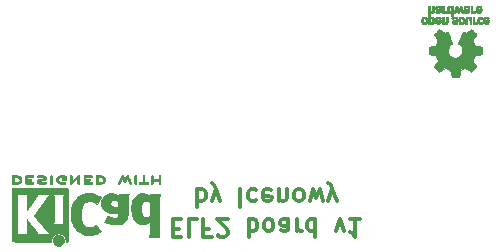
<source format=gbr>
%TF.GenerationSoftware,KiCad,Pcbnew,5.0.2*%
%TF.CreationDate,2019-03-11T08:20:50+08:00*%
%TF.ProjectId,elf2,656c6632-2e6b-4696-9361-645f70636258,rev?*%
%TF.SameCoordinates,Original*%
%TF.FileFunction,Legend,Bot*%
%TF.FilePolarity,Positive*%
%FSLAX46Y46*%
G04 Gerber Fmt 4.6, Leading zero omitted, Abs format (unit mm)*
G04 Created by KiCad (PCBNEW 5.0.2) date 2019年03月11日 星期一 08时20分50秒*
%MOMM*%
%LPD*%
G01*
G04 APERTURE LIST*
%ADD10C,0.300000*%
%ADD11C,0.010000*%
G04 APERTURE END LIST*
D10*
X125076142Y-86853142D02*
X125576142Y-86853142D01*
X125790428Y-86067428D02*
X125076142Y-86067428D01*
X125076142Y-87567428D01*
X125790428Y-87567428D01*
X127147571Y-86067428D02*
X126433285Y-86067428D01*
X126433285Y-87567428D01*
X128147571Y-86853142D02*
X127647571Y-86853142D01*
X127647571Y-86067428D02*
X127647571Y-87567428D01*
X128361857Y-87567428D01*
X128861857Y-87424571D02*
X128933285Y-87496000D01*
X129076142Y-87567428D01*
X129433285Y-87567428D01*
X129576142Y-87496000D01*
X129647571Y-87424571D01*
X129719000Y-87281714D01*
X129719000Y-87138857D01*
X129647571Y-86924571D01*
X128790428Y-86067428D01*
X129719000Y-86067428D01*
X131504714Y-86067428D02*
X131504714Y-87567428D01*
X131504714Y-86996000D02*
X131647571Y-87067428D01*
X131933285Y-87067428D01*
X132076142Y-86996000D01*
X132147571Y-86924571D01*
X132219000Y-86781714D01*
X132219000Y-86353142D01*
X132147571Y-86210285D01*
X132076142Y-86138857D01*
X131933285Y-86067428D01*
X131647571Y-86067428D01*
X131504714Y-86138857D01*
X133076142Y-86067428D02*
X132933285Y-86138857D01*
X132861857Y-86210285D01*
X132790428Y-86353142D01*
X132790428Y-86781714D01*
X132861857Y-86924571D01*
X132933285Y-86996000D01*
X133076142Y-87067428D01*
X133290428Y-87067428D01*
X133433285Y-86996000D01*
X133504714Y-86924571D01*
X133576142Y-86781714D01*
X133576142Y-86353142D01*
X133504714Y-86210285D01*
X133433285Y-86138857D01*
X133290428Y-86067428D01*
X133076142Y-86067428D01*
X134861857Y-86067428D02*
X134861857Y-86853142D01*
X134790428Y-86996000D01*
X134647571Y-87067428D01*
X134361857Y-87067428D01*
X134219000Y-86996000D01*
X134861857Y-86138857D02*
X134719000Y-86067428D01*
X134361857Y-86067428D01*
X134219000Y-86138857D01*
X134147571Y-86281714D01*
X134147571Y-86424571D01*
X134219000Y-86567428D01*
X134361857Y-86638857D01*
X134719000Y-86638857D01*
X134861857Y-86710285D01*
X135576142Y-86067428D02*
X135576142Y-87067428D01*
X135576142Y-86781714D02*
X135647571Y-86924571D01*
X135719000Y-86996000D01*
X135861857Y-87067428D01*
X136004714Y-87067428D01*
X137147571Y-86067428D02*
X137147571Y-87567428D01*
X137147571Y-86138857D02*
X137004714Y-86067428D01*
X136719000Y-86067428D01*
X136576142Y-86138857D01*
X136504714Y-86210285D01*
X136433285Y-86353142D01*
X136433285Y-86781714D01*
X136504714Y-86924571D01*
X136576142Y-86996000D01*
X136719000Y-87067428D01*
X137004714Y-87067428D01*
X137147571Y-86996000D01*
X138861857Y-87067428D02*
X139219000Y-86067428D01*
X139576142Y-87067428D01*
X140933285Y-86067428D02*
X140076142Y-86067428D01*
X140504714Y-86067428D02*
X140504714Y-87567428D01*
X140361857Y-87353142D01*
X140219000Y-87210285D01*
X140076142Y-87138857D01*
X127147571Y-83517428D02*
X127147571Y-85017428D01*
X127147571Y-84446000D02*
X127290428Y-84517428D01*
X127576142Y-84517428D01*
X127719000Y-84446000D01*
X127790428Y-84374571D01*
X127861857Y-84231714D01*
X127861857Y-83803142D01*
X127790428Y-83660285D01*
X127719000Y-83588857D01*
X127576142Y-83517428D01*
X127290428Y-83517428D01*
X127147571Y-83588857D01*
X128361857Y-84517428D02*
X128719000Y-83517428D01*
X129076142Y-84517428D02*
X128719000Y-83517428D01*
X128576142Y-83160285D01*
X128504714Y-83088857D01*
X128361857Y-83017428D01*
X130790428Y-83517428D02*
X130790428Y-85017428D01*
X132147571Y-83588857D02*
X132004714Y-83517428D01*
X131719000Y-83517428D01*
X131576142Y-83588857D01*
X131504714Y-83660285D01*
X131433285Y-83803142D01*
X131433285Y-84231714D01*
X131504714Y-84374571D01*
X131576142Y-84446000D01*
X131719000Y-84517428D01*
X132004714Y-84517428D01*
X132147571Y-84446000D01*
X133361857Y-83588857D02*
X133219000Y-83517428D01*
X132933285Y-83517428D01*
X132790428Y-83588857D01*
X132719000Y-83731714D01*
X132719000Y-84303142D01*
X132790428Y-84446000D01*
X132933285Y-84517428D01*
X133219000Y-84517428D01*
X133361857Y-84446000D01*
X133433285Y-84303142D01*
X133433285Y-84160285D01*
X132719000Y-84017428D01*
X134076142Y-84517428D02*
X134076142Y-83517428D01*
X134076142Y-84374571D02*
X134147571Y-84446000D01*
X134290428Y-84517428D01*
X134504714Y-84517428D01*
X134647571Y-84446000D01*
X134719000Y-84303142D01*
X134719000Y-83517428D01*
X135647571Y-83517428D02*
X135504714Y-83588857D01*
X135433285Y-83660285D01*
X135361857Y-83803142D01*
X135361857Y-84231714D01*
X135433285Y-84374571D01*
X135504714Y-84446000D01*
X135647571Y-84517428D01*
X135861857Y-84517428D01*
X136004714Y-84446000D01*
X136076142Y-84374571D01*
X136147571Y-84231714D01*
X136147571Y-83803142D01*
X136076142Y-83660285D01*
X136004714Y-83588857D01*
X135861857Y-83517428D01*
X135647571Y-83517428D01*
X136647571Y-84517428D02*
X136933285Y-83517428D01*
X137219000Y-84231714D01*
X137504714Y-83517428D01*
X137790428Y-84517428D01*
X138219000Y-84517428D02*
X138576142Y-83517428D01*
X138933285Y-84517428D02*
X138576142Y-83517428D01*
X138433285Y-83160285D01*
X138361857Y-83088857D01*
X138219000Y-83017428D01*
D11*
G36*
X115455957Y-88317429D02*
X115552232Y-88293191D01*
X115638816Y-88250359D01*
X115713627Y-88190581D01*
X115774582Y-88115506D01*
X115819601Y-88026780D01*
X115845864Y-87930470D01*
X115851714Y-87833205D01*
X115836860Y-87739346D01*
X115803160Y-87651489D01*
X115752472Y-87572230D01*
X115686655Y-87504164D01*
X115607566Y-87449888D01*
X115517066Y-87411998D01*
X115465800Y-87399574D01*
X115421302Y-87392053D01*
X115387001Y-87389081D01*
X115354040Y-87390906D01*
X115313566Y-87397775D01*
X115280469Y-87404750D01*
X115187053Y-87436259D01*
X115103381Y-87487383D01*
X115031335Y-87556571D01*
X114972800Y-87642272D01*
X114958852Y-87669511D01*
X114942414Y-87705878D01*
X114932106Y-87736418D01*
X114926540Y-87768550D01*
X114924331Y-87809693D01*
X114924052Y-87855778D01*
X114928139Y-87940135D01*
X114941554Y-88009414D01*
X114966744Y-88070039D01*
X115006154Y-88128433D01*
X115044702Y-88172698D01*
X115116594Y-88238516D01*
X115191687Y-88283947D01*
X115274438Y-88311150D01*
X115352072Y-88321424D01*
X115455957Y-88317429D01*
X115455957Y-88317429D01*
G37*
X115455957Y-88317429D02*
X115552232Y-88293191D01*
X115638816Y-88250359D01*
X115713627Y-88190581D01*
X115774582Y-88115506D01*
X115819601Y-88026780D01*
X115845864Y-87930470D01*
X115851714Y-87833205D01*
X115836860Y-87739346D01*
X115803160Y-87651489D01*
X115752472Y-87572230D01*
X115686655Y-87504164D01*
X115607566Y-87449888D01*
X115517066Y-87411998D01*
X115465800Y-87399574D01*
X115421302Y-87392053D01*
X115387001Y-87389081D01*
X115354040Y-87390906D01*
X115313566Y-87397775D01*
X115280469Y-87404750D01*
X115187053Y-87436259D01*
X115103381Y-87487383D01*
X115031335Y-87556571D01*
X114972800Y-87642272D01*
X114958852Y-87669511D01*
X114942414Y-87705878D01*
X114932106Y-87736418D01*
X114926540Y-87768550D01*
X114924331Y-87809693D01*
X114924052Y-87855778D01*
X114928139Y-87940135D01*
X114941554Y-88009414D01*
X114966744Y-88070039D01*
X115006154Y-88128433D01*
X115044702Y-88172698D01*
X115116594Y-88238516D01*
X115191687Y-88283947D01*
X115274438Y-88311150D01*
X115352072Y-88321424D01*
X115455957Y-88317429D01*
G36*
X123915507Y-85871755D02*
X123915526Y-85637338D01*
X123915552Y-85424397D01*
X123915625Y-85231832D01*
X123915782Y-85058541D01*
X123916064Y-84903424D01*
X123916509Y-84765380D01*
X123917156Y-84643308D01*
X123918045Y-84536106D01*
X123919213Y-84442674D01*
X123920701Y-84361910D01*
X123922546Y-84292714D01*
X123924789Y-84233985D01*
X123927469Y-84184621D01*
X123930623Y-84143522D01*
X123934292Y-84109587D01*
X123938513Y-84081714D01*
X123943327Y-84058802D01*
X123948773Y-84039751D01*
X123954888Y-84023460D01*
X123961712Y-84008827D01*
X123969285Y-83994751D01*
X123977645Y-83980132D01*
X123982839Y-83971026D01*
X124017104Y-83910311D01*
X123158955Y-83910311D01*
X123158955Y-84006267D01*
X123158224Y-84049630D01*
X123156272Y-84082795D01*
X123153463Y-84100576D01*
X123152221Y-84102222D01*
X123140799Y-84095338D01*
X123118084Y-84077495D01*
X123095385Y-84058121D01*
X123040800Y-84017386D01*
X122971321Y-83976383D01*
X122894270Y-83938877D01*
X122816965Y-83908636D01*
X122786113Y-83898988D01*
X122717616Y-83884422D01*
X122634764Y-83874461D01*
X122545371Y-83869417D01*
X122457248Y-83869604D01*
X122378207Y-83875334D01*
X122340511Y-83881142D01*
X122202414Y-83919203D01*
X122075113Y-83976927D01*
X121959292Y-84053789D01*
X121855637Y-84149261D01*
X121764833Y-84262821D01*
X121698031Y-84373619D01*
X121643164Y-84490375D01*
X121601163Y-84609724D01*
X121571167Y-84735717D01*
X121552311Y-84872406D01*
X121543732Y-85023842D01*
X121543006Y-85101289D01*
X121545100Y-85158066D01*
X122374217Y-85158066D01*
X122374424Y-85064998D01*
X122377337Y-84977308D01*
X122383000Y-84900228D01*
X122391455Y-84838991D01*
X122394038Y-84826650D01*
X122425840Y-84719367D01*
X122467498Y-84632342D01*
X122519363Y-84565358D01*
X122581781Y-84518195D01*
X122655100Y-84490635D01*
X122739669Y-84482459D01*
X122835835Y-84493449D01*
X122899311Y-84509171D01*
X122948454Y-84527361D01*
X123002583Y-84553209D01*
X123043244Y-84576911D01*
X123113800Y-84623279D01*
X123113800Y-85773470D01*
X123046392Y-85817038D01*
X122967867Y-85857960D01*
X122883681Y-85884611D01*
X122798557Y-85896535D01*
X122717216Y-85893278D01*
X122644380Y-85874385D01*
X122612426Y-85858816D01*
X122554501Y-85815819D01*
X122505544Y-85759047D01*
X122464390Y-85686425D01*
X122429874Y-85595879D01*
X122400833Y-85485334D01*
X122399552Y-85479467D01*
X122389381Y-85417212D01*
X122381739Y-85339406D01*
X122376670Y-85251280D01*
X122374217Y-85158066D01*
X121545100Y-85158066D01*
X121550857Y-85314105D01*
X121572802Y-85509941D01*
X121608786Y-85688668D01*
X121658759Y-85850155D01*
X121722668Y-85994274D01*
X121800462Y-86120894D01*
X121892089Y-86229885D01*
X121997497Y-86321117D01*
X122042662Y-86352068D01*
X122143611Y-86408215D01*
X122246901Y-86447826D01*
X122356989Y-86471986D01*
X122478330Y-86481781D01*
X122570836Y-86480735D01*
X122700490Y-86469769D01*
X122813084Y-86447954D01*
X122911875Y-86414286D01*
X123000121Y-86367764D01*
X123048986Y-86333552D01*
X123078353Y-86311638D01*
X123100043Y-86296667D01*
X123108253Y-86292267D01*
X123109868Y-86303096D01*
X123111159Y-86333749D01*
X123112138Y-86381474D01*
X123112817Y-86443521D01*
X123113210Y-86517138D01*
X123113330Y-86599573D01*
X123113188Y-86688075D01*
X123112797Y-86779893D01*
X123112171Y-86872276D01*
X123111320Y-86962472D01*
X123110260Y-87047729D01*
X123109001Y-87125297D01*
X123107556Y-87192424D01*
X123105938Y-87246359D01*
X123104161Y-87284350D01*
X123103669Y-87291333D01*
X123096092Y-87361749D01*
X123084531Y-87416898D01*
X123066792Y-87464019D01*
X123040682Y-87510353D01*
X123034415Y-87519933D01*
X123009983Y-87556622D01*
X123915311Y-87556622D01*
X123915507Y-85871755D01*
X123915507Y-85871755D01*
G37*
X123915507Y-85871755D02*
X123915526Y-85637338D01*
X123915552Y-85424397D01*
X123915625Y-85231832D01*
X123915782Y-85058541D01*
X123916064Y-84903424D01*
X123916509Y-84765380D01*
X123917156Y-84643308D01*
X123918045Y-84536106D01*
X123919213Y-84442674D01*
X123920701Y-84361910D01*
X123922546Y-84292714D01*
X123924789Y-84233985D01*
X123927469Y-84184621D01*
X123930623Y-84143522D01*
X123934292Y-84109587D01*
X123938513Y-84081714D01*
X123943327Y-84058802D01*
X123948773Y-84039751D01*
X123954888Y-84023460D01*
X123961712Y-84008827D01*
X123969285Y-83994751D01*
X123977645Y-83980132D01*
X123982839Y-83971026D01*
X124017104Y-83910311D01*
X123158955Y-83910311D01*
X123158955Y-84006267D01*
X123158224Y-84049630D01*
X123156272Y-84082795D01*
X123153463Y-84100576D01*
X123152221Y-84102222D01*
X123140799Y-84095338D01*
X123118084Y-84077495D01*
X123095385Y-84058121D01*
X123040800Y-84017386D01*
X122971321Y-83976383D01*
X122894270Y-83938877D01*
X122816965Y-83908636D01*
X122786113Y-83898988D01*
X122717616Y-83884422D01*
X122634764Y-83874461D01*
X122545371Y-83869417D01*
X122457248Y-83869604D01*
X122378207Y-83875334D01*
X122340511Y-83881142D01*
X122202414Y-83919203D01*
X122075113Y-83976927D01*
X121959292Y-84053789D01*
X121855637Y-84149261D01*
X121764833Y-84262821D01*
X121698031Y-84373619D01*
X121643164Y-84490375D01*
X121601163Y-84609724D01*
X121571167Y-84735717D01*
X121552311Y-84872406D01*
X121543732Y-85023842D01*
X121543006Y-85101289D01*
X121545100Y-85158066D01*
X122374217Y-85158066D01*
X122374424Y-85064998D01*
X122377337Y-84977308D01*
X122383000Y-84900228D01*
X122391455Y-84838991D01*
X122394038Y-84826650D01*
X122425840Y-84719367D01*
X122467498Y-84632342D01*
X122519363Y-84565358D01*
X122581781Y-84518195D01*
X122655100Y-84490635D01*
X122739669Y-84482459D01*
X122835835Y-84493449D01*
X122899311Y-84509171D01*
X122948454Y-84527361D01*
X123002583Y-84553209D01*
X123043244Y-84576911D01*
X123113800Y-84623279D01*
X123113800Y-85773470D01*
X123046392Y-85817038D01*
X122967867Y-85857960D01*
X122883681Y-85884611D01*
X122798557Y-85896535D01*
X122717216Y-85893278D01*
X122644380Y-85874385D01*
X122612426Y-85858816D01*
X122554501Y-85815819D01*
X122505544Y-85759047D01*
X122464390Y-85686425D01*
X122429874Y-85595879D01*
X122400833Y-85485334D01*
X122399552Y-85479467D01*
X122389381Y-85417212D01*
X122381739Y-85339406D01*
X122376670Y-85251280D01*
X122374217Y-85158066D01*
X121545100Y-85158066D01*
X121550857Y-85314105D01*
X121572802Y-85509941D01*
X121608786Y-85688668D01*
X121658759Y-85850155D01*
X121722668Y-85994274D01*
X121800462Y-86120894D01*
X121892089Y-86229885D01*
X121997497Y-86321117D01*
X122042662Y-86352068D01*
X122143611Y-86408215D01*
X122246901Y-86447826D01*
X122356989Y-86471986D01*
X122478330Y-86481781D01*
X122570836Y-86480735D01*
X122700490Y-86469769D01*
X122813084Y-86447954D01*
X122911875Y-86414286D01*
X123000121Y-86367764D01*
X123048986Y-86333552D01*
X123078353Y-86311638D01*
X123100043Y-86296667D01*
X123108253Y-86292267D01*
X123109868Y-86303096D01*
X123111159Y-86333749D01*
X123112138Y-86381474D01*
X123112817Y-86443521D01*
X123113210Y-86517138D01*
X123113330Y-86599573D01*
X123113188Y-86688075D01*
X123112797Y-86779893D01*
X123112171Y-86872276D01*
X123111320Y-86962472D01*
X123110260Y-87047729D01*
X123109001Y-87125297D01*
X123107556Y-87192424D01*
X123105938Y-87246359D01*
X123104161Y-87284350D01*
X123103669Y-87291333D01*
X123096092Y-87361749D01*
X123084531Y-87416898D01*
X123066792Y-87464019D01*
X123040682Y-87510353D01*
X123034415Y-87519933D01*
X123009983Y-87556622D01*
X123915311Y-87556622D01*
X123915507Y-85871755D01*
G36*
X120402574Y-86477448D02*
X120554492Y-86457433D01*
X120689756Y-86423798D01*
X120809239Y-86376275D01*
X120913815Y-86314595D01*
X120991424Y-86251035D01*
X121060265Y-86176901D01*
X121114006Y-86097129D01*
X121156910Y-86004909D01*
X121172384Y-85961839D01*
X121185244Y-85922858D01*
X121196446Y-85886711D01*
X121206120Y-85851566D01*
X121214396Y-85815590D01*
X121221403Y-85776950D01*
X121227272Y-85733815D01*
X121232131Y-85684351D01*
X121236110Y-85626727D01*
X121239340Y-85559109D01*
X121241949Y-85479666D01*
X121244067Y-85386564D01*
X121245824Y-85277973D01*
X121247349Y-85152058D01*
X121248772Y-85006988D01*
X121250025Y-84864222D01*
X121251351Y-84708032D01*
X121252556Y-84572761D01*
X121253766Y-84456754D01*
X121255106Y-84358355D01*
X121256700Y-84275907D01*
X121258675Y-84207754D01*
X121261156Y-84152240D01*
X121264269Y-84107708D01*
X121268138Y-84072502D01*
X121272889Y-84044966D01*
X121278648Y-84023444D01*
X121285539Y-84006278D01*
X121293689Y-83991814D01*
X121303223Y-83978394D01*
X121314266Y-83964362D01*
X121318566Y-83958929D01*
X121334386Y-83936090D01*
X121341422Y-83920537D01*
X121341444Y-83920078D01*
X121330567Y-83917879D01*
X121299582Y-83915853D01*
X121250957Y-83914058D01*
X121187163Y-83912549D01*
X121110669Y-83911384D01*
X121023944Y-83910620D01*
X120929457Y-83910314D01*
X120918550Y-83910311D01*
X120495657Y-83910311D01*
X120492395Y-84006378D01*
X120489133Y-84102444D01*
X120427044Y-84051457D01*
X120329714Y-83983943D01*
X120219813Y-83929251D01*
X120133349Y-83899022D01*
X120064278Y-83884334D01*
X119980925Y-83874341D01*
X119891159Y-83869354D01*
X119802845Y-83869687D01*
X119723851Y-83875649D01*
X119687622Y-83881362D01*
X119547603Y-83919224D01*
X119421178Y-83974068D01*
X119309260Y-84045076D01*
X119212762Y-84131432D01*
X119132600Y-84232321D01*
X119069687Y-84346924D01*
X119025312Y-84473016D01*
X119012978Y-84529599D01*
X119005368Y-84591798D01*
X119001739Y-84666637D01*
X119001245Y-84700533D01*
X119001310Y-84703718D01*
X119761248Y-84703718D01*
X119770541Y-84628667D01*
X119798728Y-84564840D01*
X119847197Y-84509202D01*
X119852254Y-84504789D01*
X119900548Y-84469963D01*
X119952257Y-84447380D01*
X120012989Y-84435460D01*
X120088352Y-84432617D01*
X120106459Y-84433022D01*
X120160278Y-84435675D01*
X120200308Y-84441091D01*
X120235324Y-84451255D01*
X120274103Y-84468150D01*
X120284745Y-84473328D01*
X120345396Y-84509156D01*
X120392215Y-84551788D01*
X120404952Y-84567027D01*
X120449622Y-84623538D01*
X120449622Y-84819414D01*
X120449086Y-84898061D01*
X120447396Y-84956012D01*
X120444428Y-84995125D01*
X120440057Y-85017259D01*
X120435972Y-85023726D01*
X120420047Y-85026889D01*
X120386264Y-85029512D01*
X120339340Y-85031345D01*
X120283993Y-85032143D01*
X120275106Y-85032158D01*
X120154330Y-85026904D01*
X120051660Y-85010737D01*
X119965106Y-84983039D01*
X119892681Y-84943192D01*
X119837751Y-84896242D01*
X119793204Y-84838355D01*
X119768480Y-84775307D01*
X119761248Y-84703718D01*
X119001310Y-84703718D01*
X119003178Y-84794288D01*
X119011522Y-84873188D01*
X119027768Y-84944410D01*
X119053405Y-85015136D01*
X119077401Y-85067507D01*
X119136020Y-85162804D01*
X119214117Y-85250830D01*
X119309315Y-85329983D01*
X119419238Y-85398660D01*
X119541510Y-85455259D01*
X119673755Y-85498179D01*
X119738422Y-85513118D01*
X119874604Y-85535223D01*
X120023049Y-85549806D01*
X120174505Y-85556187D01*
X120301064Y-85554555D01*
X120462950Y-85547776D01*
X120455530Y-85606755D01*
X120436238Y-85705908D01*
X120405104Y-85786628D01*
X120361269Y-85849534D01*
X120303871Y-85895244D01*
X120232048Y-85924378D01*
X120144941Y-85937553D01*
X120041686Y-85935389D01*
X120003711Y-85931388D01*
X119862520Y-85906220D01*
X119725707Y-85865186D01*
X119631178Y-85827185D01*
X119586018Y-85807810D01*
X119547585Y-85792240D01*
X119521234Y-85782595D01*
X119513546Y-85780548D01*
X119503802Y-85789626D01*
X119487083Y-85818595D01*
X119463232Y-85867783D01*
X119432093Y-85937516D01*
X119393507Y-86028121D01*
X119386910Y-86043911D01*
X119356853Y-86116228D01*
X119329874Y-86181575D01*
X119307136Y-86237094D01*
X119289806Y-86279928D01*
X119279048Y-86307219D01*
X119275941Y-86316058D01*
X119285940Y-86320813D01*
X119312217Y-86326090D01*
X119340489Y-86329769D01*
X119370646Y-86334526D01*
X119418433Y-86343972D01*
X119479612Y-86357180D01*
X119549946Y-86373224D01*
X119625194Y-86391180D01*
X119653755Y-86398203D01*
X119758816Y-86423791D01*
X119846480Y-86443853D01*
X119921068Y-86459031D01*
X119986903Y-86469965D01*
X120048307Y-86477296D01*
X120109602Y-86481665D01*
X120175110Y-86483713D01*
X120233128Y-86484111D01*
X120402574Y-86477448D01*
X120402574Y-86477448D01*
G37*
X120402574Y-86477448D02*
X120554492Y-86457433D01*
X120689756Y-86423798D01*
X120809239Y-86376275D01*
X120913815Y-86314595D01*
X120991424Y-86251035D01*
X121060265Y-86176901D01*
X121114006Y-86097129D01*
X121156910Y-86004909D01*
X121172384Y-85961839D01*
X121185244Y-85922858D01*
X121196446Y-85886711D01*
X121206120Y-85851566D01*
X121214396Y-85815590D01*
X121221403Y-85776950D01*
X121227272Y-85733815D01*
X121232131Y-85684351D01*
X121236110Y-85626727D01*
X121239340Y-85559109D01*
X121241949Y-85479666D01*
X121244067Y-85386564D01*
X121245824Y-85277973D01*
X121247349Y-85152058D01*
X121248772Y-85006988D01*
X121250025Y-84864222D01*
X121251351Y-84708032D01*
X121252556Y-84572761D01*
X121253766Y-84456754D01*
X121255106Y-84358355D01*
X121256700Y-84275907D01*
X121258675Y-84207754D01*
X121261156Y-84152240D01*
X121264269Y-84107708D01*
X121268138Y-84072502D01*
X121272889Y-84044966D01*
X121278648Y-84023444D01*
X121285539Y-84006278D01*
X121293689Y-83991814D01*
X121303223Y-83978394D01*
X121314266Y-83964362D01*
X121318566Y-83958929D01*
X121334386Y-83936090D01*
X121341422Y-83920537D01*
X121341444Y-83920078D01*
X121330567Y-83917879D01*
X121299582Y-83915853D01*
X121250957Y-83914058D01*
X121187163Y-83912549D01*
X121110669Y-83911384D01*
X121023944Y-83910620D01*
X120929457Y-83910314D01*
X120918550Y-83910311D01*
X120495657Y-83910311D01*
X120492395Y-84006378D01*
X120489133Y-84102444D01*
X120427044Y-84051457D01*
X120329714Y-83983943D01*
X120219813Y-83929251D01*
X120133349Y-83899022D01*
X120064278Y-83884334D01*
X119980925Y-83874341D01*
X119891159Y-83869354D01*
X119802845Y-83869687D01*
X119723851Y-83875649D01*
X119687622Y-83881362D01*
X119547603Y-83919224D01*
X119421178Y-83974068D01*
X119309260Y-84045076D01*
X119212762Y-84131432D01*
X119132600Y-84232321D01*
X119069687Y-84346924D01*
X119025312Y-84473016D01*
X119012978Y-84529599D01*
X119005368Y-84591798D01*
X119001739Y-84666637D01*
X119001245Y-84700533D01*
X119001310Y-84703718D01*
X119761248Y-84703718D01*
X119770541Y-84628667D01*
X119798728Y-84564840D01*
X119847197Y-84509202D01*
X119852254Y-84504789D01*
X119900548Y-84469963D01*
X119952257Y-84447380D01*
X120012989Y-84435460D01*
X120088352Y-84432617D01*
X120106459Y-84433022D01*
X120160278Y-84435675D01*
X120200308Y-84441091D01*
X120235324Y-84451255D01*
X120274103Y-84468150D01*
X120284745Y-84473328D01*
X120345396Y-84509156D01*
X120392215Y-84551788D01*
X120404952Y-84567027D01*
X120449622Y-84623538D01*
X120449622Y-84819414D01*
X120449086Y-84898061D01*
X120447396Y-84956012D01*
X120444428Y-84995125D01*
X120440057Y-85017259D01*
X120435972Y-85023726D01*
X120420047Y-85026889D01*
X120386264Y-85029512D01*
X120339340Y-85031345D01*
X120283993Y-85032143D01*
X120275106Y-85032158D01*
X120154330Y-85026904D01*
X120051660Y-85010737D01*
X119965106Y-84983039D01*
X119892681Y-84943192D01*
X119837751Y-84896242D01*
X119793204Y-84838355D01*
X119768480Y-84775307D01*
X119761248Y-84703718D01*
X119001310Y-84703718D01*
X119003178Y-84794288D01*
X119011522Y-84873188D01*
X119027768Y-84944410D01*
X119053405Y-85015136D01*
X119077401Y-85067507D01*
X119136020Y-85162804D01*
X119214117Y-85250830D01*
X119309315Y-85329983D01*
X119419238Y-85398660D01*
X119541510Y-85455259D01*
X119673755Y-85498179D01*
X119738422Y-85513118D01*
X119874604Y-85535223D01*
X120023049Y-85549806D01*
X120174505Y-85556187D01*
X120301064Y-85554555D01*
X120462950Y-85547776D01*
X120455530Y-85606755D01*
X120436238Y-85705908D01*
X120405104Y-85786628D01*
X120361269Y-85849534D01*
X120303871Y-85895244D01*
X120232048Y-85924378D01*
X120144941Y-85937553D01*
X120041686Y-85935389D01*
X120003711Y-85931388D01*
X119862520Y-85906220D01*
X119725707Y-85865186D01*
X119631178Y-85827185D01*
X119586018Y-85807810D01*
X119547585Y-85792240D01*
X119521234Y-85782595D01*
X119513546Y-85780548D01*
X119503802Y-85789626D01*
X119487083Y-85818595D01*
X119463232Y-85867783D01*
X119432093Y-85937516D01*
X119393507Y-86028121D01*
X119386910Y-86043911D01*
X119356853Y-86116228D01*
X119329874Y-86181575D01*
X119307136Y-86237094D01*
X119289806Y-86279928D01*
X119279048Y-86307219D01*
X119275941Y-86316058D01*
X119285940Y-86320813D01*
X119312217Y-86326090D01*
X119340489Y-86329769D01*
X119370646Y-86334526D01*
X119418433Y-86343972D01*
X119479612Y-86357180D01*
X119549946Y-86373224D01*
X119625194Y-86391180D01*
X119653755Y-86398203D01*
X119758816Y-86423791D01*
X119846480Y-86443853D01*
X119921068Y-86459031D01*
X119986903Y-86469965D01*
X120048307Y-86477296D01*
X120109602Y-86481665D01*
X120175110Y-86483713D01*
X120233128Y-86484111D01*
X120402574Y-86477448D01*
G36*
X118057429Y-87394929D02*
X118217570Y-87373755D01*
X118381510Y-87333615D01*
X118551313Y-87274111D01*
X118729043Y-87194846D01*
X118740310Y-87189301D01*
X118798005Y-87161275D01*
X118849552Y-87137198D01*
X118891191Y-87118751D01*
X118919162Y-87107614D01*
X118928733Y-87105067D01*
X118947950Y-87100059D01*
X118952561Y-87095853D01*
X118947458Y-87085420D01*
X118931418Y-87059132D01*
X118906288Y-87019743D01*
X118873914Y-86970009D01*
X118836143Y-86912685D01*
X118794822Y-86850524D01*
X118751798Y-86786282D01*
X118708917Y-86722715D01*
X118668026Y-86662575D01*
X118630971Y-86608620D01*
X118599600Y-86563603D01*
X118575759Y-86530279D01*
X118561294Y-86511403D01*
X118559309Y-86509213D01*
X118549191Y-86513862D01*
X118526850Y-86531038D01*
X118496280Y-86557560D01*
X118480536Y-86572036D01*
X118384047Y-86647318D01*
X118277336Y-86702759D01*
X118161832Y-86737859D01*
X118038962Y-86752120D01*
X117969561Y-86750949D01*
X117848423Y-86733788D01*
X117739205Y-86697906D01*
X117641582Y-86643041D01*
X117555228Y-86568930D01*
X117479815Y-86475312D01*
X117415018Y-86361924D01*
X117377601Y-86275333D01*
X117333748Y-86139634D01*
X117301428Y-85992150D01*
X117280557Y-85836686D01*
X117271051Y-85677044D01*
X117272827Y-85517027D01*
X117285803Y-85360439D01*
X117309894Y-85211082D01*
X117345018Y-85072760D01*
X117391092Y-84949276D01*
X117407373Y-84915022D01*
X117475620Y-84800936D01*
X117556079Y-84704443D01*
X117647570Y-84626330D01*
X117748911Y-84567383D01*
X117858920Y-84528388D01*
X117976415Y-84510132D01*
X118017883Y-84508789D01*
X118139441Y-84519710D01*
X118259878Y-84552526D01*
X118377666Y-84606561D01*
X118491277Y-84681135D01*
X118582685Y-84759461D01*
X118629215Y-84803992D01*
X118810483Y-84506729D01*
X118855580Y-84432567D01*
X118896819Y-84364354D01*
X118932735Y-84304541D01*
X118961866Y-84255580D01*
X118982750Y-84219921D01*
X118993924Y-84200016D01*
X118995375Y-84196921D01*
X118987146Y-84187282D01*
X118961567Y-84170001D01*
X118921873Y-84146717D01*
X118871297Y-84119066D01*
X118813074Y-84088685D01*
X118750437Y-84057210D01*
X118686621Y-84026278D01*
X118624860Y-83997527D01*
X118568388Y-83972592D01*
X118520438Y-83953111D01*
X118496986Y-83944682D01*
X118363221Y-83906867D01*
X118225327Y-83881864D01*
X118077622Y-83868860D01*
X117950833Y-83866532D01*
X117882878Y-83867627D01*
X117817277Y-83869725D01*
X117759847Y-83872566D01*
X117716403Y-83875894D01*
X117702298Y-83877578D01*
X117563284Y-83906413D01*
X117421757Y-83951532D01*
X117284275Y-84010250D01*
X117157394Y-84079880D01*
X117079889Y-84132559D01*
X116952481Y-84240761D01*
X116834178Y-84367329D01*
X116727172Y-84509134D01*
X116633652Y-84663049D01*
X116555810Y-84825947D01*
X116511956Y-84943244D01*
X116461708Y-85126872D01*
X116428209Y-85321419D01*
X116411449Y-85522675D01*
X116411416Y-85726432D01*
X116428101Y-85928479D01*
X116461493Y-86124608D01*
X116511580Y-86310609D01*
X116515397Y-86322197D01*
X116578281Y-86484250D01*
X116655028Y-86632168D01*
X116748242Y-86770135D01*
X116860527Y-86902339D01*
X116904392Y-86947601D01*
X117040534Y-87071543D01*
X117180491Y-87174085D01*
X117326411Y-87256344D01*
X117480442Y-87319436D01*
X117644732Y-87364477D01*
X117740289Y-87381967D01*
X117899023Y-87397534D01*
X118057429Y-87394929D01*
X118057429Y-87394929D01*
G37*
X118057429Y-87394929D02*
X118217570Y-87373755D01*
X118381510Y-87333615D01*
X118551313Y-87274111D01*
X118729043Y-87194846D01*
X118740310Y-87189301D01*
X118798005Y-87161275D01*
X118849552Y-87137198D01*
X118891191Y-87118751D01*
X118919162Y-87107614D01*
X118928733Y-87105067D01*
X118947950Y-87100059D01*
X118952561Y-87095853D01*
X118947458Y-87085420D01*
X118931418Y-87059132D01*
X118906288Y-87019743D01*
X118873914Y-86970009D01*
X118836143Y-86912685D01*
X118794822Y-86850524D01*
X118751798Y-86786282D01*
X118708917Y-86722715D01*
X118668026Y-86662575D01*
X118630971Y-86608620D01*
X118599600Y-86563603D01*
X118575759Y-86530279D01*
X118561294Y-86511403D01*
X118559309Y-86509213D01*
X118549191Y-86513862D01*
X118526850Y-86531038D01*
X118496280Y-86557560D01*
X118480536Y-86572036D01*
X118384047Y-86647318D01*
X118277336Y-86702759D01*
X118161832Y-86737859D01*
X118038962Y-86752120D01*
X117969561Y-86750949D01*
X117848423Y-86733788D01*
X117739205Y-86697906D01*
X117641582Y-86643041D01*
X117555228Y-86568930D01*
X117479815Y-86475312D01*
X117415018Y-86361924D01*
X117377601Y-86275333D01*
X117333748Y-86139634D01*
X117301428Y-85992150D01*
X117280557Y-85836686D01*
X117271051Y-85677044D01*
X117272827Y-85517027D01*
X117285803Y-85360439D01*
X117309894Y-85211082D01*
X117345018Y-85072760D01*
X117391092Y-84949276D01*
X117407373Y-84915022D01*
X117475620Y-84800936D01*
X117556079Y-84704443D01*
X117647570Y-84626330D01*
X117748911Y-84567383D01*
X117858920Y-84528388D01*
X117976415Y-84510132D01*
X118017883Y-84508789D01*
X118139441Y-84519710D01*
X118259878Y-84552526D01*
X118377666Y-84606561D01*
X118491277Y-84681135D01*
X118582685Y-84759461D01*
X118629215Y-84803992D01*
X118810483Y-84506729D01*
X118855580Y-84432567D01*
X118896819Y-84364354D01*
X118932735Y-84304541D01*
X118961866Y-84255580D01*
X118982750Y-84219921D01*
X118993924Y-84200016D01*
X118995375Y-84196921D01*
X118987146Y-84187282D01*
X118961567Y-84170001D01*
X118921873Y-84146717D01*
X118871297Y-84119066D01*
X118813074Y-84088685D01*
X118750437Y-84057210D01*
X118686621Y-84026278D01*
X118624860Y-83997527D01*
X118568388Y-83972592D01*
X118520438Y-83953111D01*
X118496986Y-83944682D01*
X118363221Y-83906867D01*
X118225327Y-83881864D01*
X118077622Y-83868860D01*
X117950833Y-83866532D01*
X117882878Y-83867627D01*
X117817277Y-83869725D01*
X117759847Y-83872566D01*
X117716403Y-83875894D01*
X117702298Y-83877578D01*
X117563284Y-83906413D01*
X117421757Y-83951532D01*
X117284275Y-84010250D01*
X117157394Y-84079880D01*
X117079889Y-84132559D01*
X116952481Y-84240761D01*
X116834178Y-84367329D01*
X116727172Y-84509134D01*
X116633652Y-84663049D01*
X116555810Y-84825947D01*
X116511956Y-84943244D01*
X116461708Y-85126872D01*
X116428209Y-85321419D01*
X116411449Y-85522675D01*
X116411416Y-85726432D01*
X116428101Y-85928479D01*
X116461493Y-86124608D01*
X116511580Y-86310609D01*
X116515397Y-86322197D01*
X116578281Y-86484250D01*
X116655028Y-86632168D01*
X116748242Y-86770135D01*
X116860527Y-86902339D01*
X116904392Y-86947601D01*
X117040534Y-87071543D01*
X117180491Y-87174085D01*
X117326411Y-87256344D01*
X117480442Y-87319436D01*
X117644732Y-87364477D01*
X117740289Y-87381967D01*
X117899023Y-87397534D01*
X118057429Y-87394929D01*
G36*
X114782600Y-87854946D02*
X114793465Y-87741007D01*
X114825082Y-87633384D01*
X114875985Y-87534385D01*
X114944707Y-87446316D01*
X115029781Y-87371484D01*
X115126768Y-87313616D01*
X115233036Y-87273995D01*
X115340050Y-87255427D01*
X115445700Y-87256566D01*
X115547875Y-87276070D01*
X115644466Y-87312594D01*
X115733362Y-87364795D01*
X115812454Y-87431327D01*
X115879631Y-87510848D01*
X115932783Y-87602013D01*
X115969801Y-87703477D01*
X115988573Y-87813898D01*
X115990511Y-87863794D01*
X115990511Y-87951733D01*
X116042440Y-87951733D01*
X116078747Y-87948889D01*
X116105645Y-87937089D01*
X116132751Y-87913351D01*
X116171133Y-87874969D01*
X116171133Y-85683398D01*
X116171124Y-85421261D01*
X116171092Y-85180759D01*
X116171028Y-84960952D01*
X116170924Y-84760899D01*
X116170773Y-84579656D01*
X116170566Y-84416284D01*
X116170294Y-84269840D01*
X116169950Y-84139383D01*
X116169526Y-84023971D01*
X116169013Y-83922662D01*
X116168403Y-83834516D01*
X116167688Y-83758590D01*
X116166860Y-83693943D01*
X116165911Y-83639633D01*
X116164833Y-83594720D01*
X116163617Y-83558260D01*
X116162255Y-83529313D01*
X116160739Y-83506937D01*
X116159062Y-83490191D01*
X116157214Y-83478132D01*
X116155187Y-83469820D01*
X116152975Y-83464313D01*
X116151892Y-83462463D01*
X116147729Y-83455451D01*
X116144195Y-83449004D01*
X116140365Y-83443100D01*
X116135318Y-83437714D01*
X116128129Y-83432822D01*
X116117877Y-83428402D01*
X116103636Y-83424428D01*
X116084486Y-83420879D01*
X116059501Y-83417730D01*
X116027760Y-83414958D01*
X115988338Y-83412539D01*
X115940314Y-83410449D01*
X115882763Y-83408665D01*
X115814763Y-83407163D01*
X115735390Y-83405920D01*
X115643721Y-83404911D01*
X115538834Y-83404115D01*
X115419804Y-83403506D01*
X115285710Y-83403061D01*
X115135627Y-83402757D01*
X114968633Y-83402570D01*
X114783804Y-83402476D01*
X114580217Y-83402452D01*
X114356950Y-83402475D01*
X114113078Y-83402520D01*
X113847679Y-83402563D01*
X113809296Y-83402568D01*
X113542318Y-83402611D01*
X113296998Y-83402682D01*
X113072417Y-83402787D01*
X112867655Y-83402934D01*
X112681794Y-83403131D01*
X112513912Y-83403384D01*
X112363092Y-83403700D01*
X112228413Y-83404087D01*
X112108956Y-83404553D01*
X112003801Y-83405103D01*
X111912029Y-83405747D01*
X111832721Y-83406489D01*
X111764957Y-83407339D01*
X111707818Y-83408303D01*
X111660383Y-83409389D01*
X111621734Y-83410603D01*
X111590951Y-83411953D01*
X111567115Y-83413445D01*
X111549306Y-83415089D01*
X111536605Y-83416889D01*
X111528092Y-83418855D01*
X111523734Y-83420523D01*
X111515272Y-83424094D01*
X111507503Y-83426730D01*
X111500398Y-83429366D01*
X111493927Y-83432938D01*
X111488061Y-83438379D01*
X111482771Y-83446625D01*
X111478026Y-83458610D01*
X111473798Y-83475269D01*
X111470057Y-83497537D01*
X111466773Y-83526348D01*
X111463917Y-83562637D01*
X111461460Y-83607339D01*
X111459371Y-83661389D01*
X111457622Y-83725721D01*
X111456183Y-83801270D01*
X111455024Y-83888970D01*
X111454117Y-83989757D01*
X111453431Y-84104566D01*
X111452937Y-84234330D01*
X111452605Y-84379985D01*
X111452407Y-84542465D01*
X111452313Y-84722705D01*
X111452292Y-84921640D01*
X111452315Y-85140204D01*
X111452354Y-85379332D01*
X111452378Y-85639960D01*
X111452378Y-85682111D01*
X111452364Y-85945008D01*
X111452339Y-86186268D01*
X111452329Y-86406835D01*
X111452358Y-86607648D01*
X111452452Y-86789651D01*
X111452638Y-86953784D01*
X111452941Y-87100989D01*
X111453386Y-87232208D01*
X111453966Y-87342133D01*
X111756803Y-87342133D01*
X111796593Y-87284289D01*
X111807764Y-87268521D01*
X111817834Y-87254559D01*
X111826862Y-87241216D01*
X111834903Y-87227307D01*
X111842014Y-87211644D01*
X111848253Y-87193042D01*
X111853675Y-87170314D01*
X111858338Y-87142273D01*
X111862299Y-87107733D01*
X111865615Y-87065508D01*
X111868341Y-87014411D01*
X111870536Y-86953256D01*
X111872255Y-86880856D01*
X111873556Y-86796025D01*
X111874495Y-86697578D01*
X111875130Y-86584326D01*
X111875516Y-86455084D01*
X111875712Y-86308666D01*
X111875773Y-86143884D01*
X111875757Y-85959553D01*
X111875720Y-85754487D01*
X111875711Y-85631867D01*
X111875735Y-85414918D01*
X111875769Y-85219358D01*
X111875757Y-85044001D01*
X111875642Y-84887659D01*
X111875370Y-84749143D01*
X111874882Y-84627266D01*
X111874124Y-84520840D01*
X111873038Y-84428678D01*
X111871569Y-84349591D01*
X111869660Y-84282392D01*
X111867256Y-84225893D01*
X111864299Y-84178907D01*
X111860734Y-84140245D01*
X111856505Y-84108720D01*
X111851554Y-84083145D01*
X111845827Y-84062330D01*
X111839267Y-84045089D01*
X111831817Y-84030235D01*
X111823421Y-84016578D01*
X111814024Y-84002931D01*
X111803568Y-83988107D01*
X111797477Y-83979217D01*
X111758704Y-83921600D01*
X112290268Y-83921600D01*
X112413517Y-83921635D01*
X112516013Y-83921785D01*
X112599580Y-83922122D01*
X112666044Y-83922714D01*
X112717229Y-83923633D01*
X112754959Y-83924949D01*
X112781060Y-83926731D01*
X112797356Y-83929049D01*
X112805672Y-83931974D01*
X112807832Y-83935576D01*
X112805661Y-83939925D01*
X112804465Y-83941355D01*
X112779315Y-83978427D01*
X112753417Y-84031228D01*
X112729808Y-84093230D01*
X112721539Y-84119643D01*
X112716922Y-84137584D01*
X112713021Y-84158645D01*
X112709752Y-84184911D01*
X112707034Y-84218468D01*
X112704785Y-84261401D01*
X112702923Y-84315796D01*
X112701364Y-84383738D01*
X112700028Y-84467312D01*
X112698831Y-84568605D01*
X112697692Y-84689700D01*
X112697315Y-84734400D01*
X112696298Y-84859551D01*
X112695540Y-84963918D01*
X112695097Y-85049293D01*
X112695030Y-85117467D01*
X112695395Y-85170235D01*
X112696252Y-85209386D01*
X112697659Y-85236715D01*
X112699675Y-85254014D01*
X112702357Y-85263074D01*
X112705764Y-85265688D01*
X112709956Y-85263649D01*
X112714429Y-85259333D01*
X112724784Y-85246398D01*
X112746842Y-85217324D01*
X112779043Y-85174241D01*
X112819826Y-85119282D01*
X112867630Y-85054577D01*
X112920895Y-84982258D01*
X112978060Y-84904456D01*
X113037563Y-84823302D01*
X113097845Y-84740928D01*
X113157345Y-84659464D01*
X113214502Y-84581043D01*
X113267755Y-84507796D01*
X113315543Y-84441853D01*
X113356307Y-84385346D01*
X113388484Y-84340407D01*
X113410515Y-84309166D01*
X113415083Y-84302534D01*
X113438004Y-84265631D01*
X113464812Y-84217641D01*
X113490211Y-84168103D01*
X113493432Y-84161423D01*
X113515110Y-84113228D01*
X113527696Y-84075666D01*
X113533426Y-84039840D01*
X113534544Y-83997800D01*
X113533910Y-83921600D01*
X114688349Y-83921600D01*
X114597185Y-84015331D01*
X114550388Y-84065225D01*
X114500101Y-84121705D01*
X114454056Y-84175974D01*
X114433631Y-84201327D01*
X114403193Y-84240872D01*
X114363138Y-84294084D01*
X114314639Y-84359333D01*
X114258865Y-84434989D01*
X114196989Y-84519423D01*
X114130181Y-84611006D01*
X114059613Y-84708108D01*
X113986455Y-84809099D01*
X113911879Y-84912350D01*
X113837056Y-85016232D01*
X113763157Y-85119115D01*
X113691354Y-85219369D01*
X113622816Y-85315364D01*
X113558716Y-85405473D01*
X113500225Y-85488064D01*
X113448514Y-85561508D01*
X113404753Y-85624176D01*
X113370115Y-85674439D01*
X113345770Y-85710666D01*
X113332889Y-85731229D01*
X113331131Y-85735332D01*
X113339090Y-85746658D01*
X113359885Y-85773838D01*
X113392153Y-85815171D01*
X113434530Y-85868956D01*
X113485653Y-85933494D01*
X113544159Y-86007082D01*
X113608686Y-86088022D01*
X113677869Y-86174612D01*
X113750347Y-86265152D01*
X113824754Y-86357940D01*
X113884483Y-86432298D01*
X114895489Y-86432298D01*
X114901398Y-86419341D01*
X114915728Y-86397092D01*
X114916775Y-86395609D01*
X114935562Y-86365456D01*
X114955209Y-86328625D01*
X114959108Y-86320489D01*
X114962644Y-86312060D01*
X114965770Y-86301941D01*
X114968514Y-86288740D01*
X114970908Y-86271062D01*
X114972981Y-86247516D01*
X114974765Y-86216707D01*
X114976288Y-86177243D01*
X114977581Y-86127731D01*
X114978674Y-86066777D01*
X114979597Y-85992989D01*
X114980381Y-85904972D01*
X114981055Y-85801335D01*
X114981650Y-85680684D01*
X114982195Y-85541626D01*
X114982721Y-85382768D01*
X114983255Y-85203911D01*
X114983794Y-85018793D01*
X114984228Y-84854855D01*
X114984491Y-84710697D01*
X114984516Y-84584921D01*
X114984235Y-84476129D01*
X114983581Y-84382923D01*
X114982486Y-84303903D01*
X114980882Y-84237672D01*
X114978703Y-84182830D01*
X114975881Y-84137979D01*
X114972349Y-84101722D01*
X114968039Y-84072659D01*
X114962883Y-84049391D01*
X114956815Y-84030521D01*
X114949767Y-84014649D01*
X114941671Y-84000378D01*
X114932460Y-83986309D01*
X114923960Y-83973842D01*
X114906824Y-83947548D01*
X114896678Y-83929963D01*
X114895489Y-83926743D01*
X114906396Y-83925666D01*
X114937589Y-83924665D01*
X114986777Y-83923765D01*
X115051667Y-83922990D01*
X115129970Y-83922363D01*
X115219393Y-83921909D01*
X115317644Y-83921651D01*
X115386555Y-83921600D01*
X115491548Y-83921820D01*
X115588390Y-83922452D01*
X115674893Y-83923451D01*
X115748868Y-83924773D01*
X115808126Y-83926374D01*
X115850480Y-83928209D01*
X115873740Y-83930235D01*
X115877622Y-83931507D01*
X115869924Y-83946409D01*
X115861926Y-83954440D01*
X115848754Y-83971566D01*
X115831515Y-84001817D01*
X115819593Y-84026378D01*
X115792955Y-84085289D01*
X115789880Y-85262155D01*
X115786805Y-86439022D01*
X115341147Y-86439022D01*
X115243330Y-86438858D01*
X115152936Y-86438389D01*
X115072370Y-86437653D01*
X115004038Y-86436684D01*
X114950344Y-86435520D01*
X114913695Y-86434197D01*
X114896496Y-86432751D01*
X114895489Y-86432298D01*
X113884483Y-86432298D01*
X113899730Y-86451278D01*
X113973910Y-86543463D01*
X114045931Y-86632796D01*
X114114431Y-86717576D01*
X114178045Y-86796102D01*
X114235412Y-86866674D01*
X114285167Y-86927591D01*
X114325948Y-86977153D01*
X114343112Y-86997822D01*
X114429404Y-87098484D01*
X114506003Y-87181741D01*
X114574817Y-87249562D01*
X114637752Y-87303911D01*
X114647133Y-87311278D01*
X114686644Y-87341883D01*
X113554884Y-87342133D01*
X113560173Y-87294156D01*
X113556870Y-87236812D01*
X113535339Y-87168537D01*
X113495365Y-87088788D01*
X113450057Y-87016505D01*
X113433839Y-86993860D01*
X113405786Y-86956304D01*
X113367570Y-86905979D01*
X113320863Y-86845027D01*
X113267339Y-86775589D01*
X113208669Y-86699806D01*
X113146525Y-86619820D01*
X113082579Y-86537772D01*
X113018505Y-86455804D01*
X112955973Y-86376057D01*
X112896657Y-86300673D01*
X112842229Y-86231793D01*
X112794361Y-86171558D01*
X112754725Y-86122111D01*
X112724994Y-86085592D01*
X112706839Y-86064142D01*
X112703780Y-86060844D01*
X112700921Y-86068851D01*
X112698707Y-86099145D01*
X112697143Y-86151444D01*
X112696233Y-86225469D01*
X112695980Y-86320937D01*
X112696387Y-86437566D01*
X112697296Y-86557555D01*
X112698618Y-86689667D01*
X112700143Y-86801406D01*
X112702119Y-86894975D01*
X112704794Y-86972581D01*
X112708418Y-87036426D01*
X112713239Y-87088717D01*
X112719506Y-87131656D01*
X112727468Y-87167449D01*
X112737373Y-87198300D01*
X112749469Y-87226414D01*
X112764007Y-87253995D01*
X112778689Y-87279034D01*
X112816686Y-87342133D01*
X111756803Y-87342133D01*
X111453966Y-87342133D01*
X111453999Y-87348383D01*
X111454805Y-87450456D01*
X111455830Y-87539367D01*
X111457100Y-87616059D01*
X111458640Y-87681473D01*
X111460476Y-87736551D01*
X111462633Y-87782235D01*
X111465137Y-87819466D01*
X111468013Y-87849187D01*
X111471287Y-87872338D01*
X111474985Y-87889861D01*
X111479131Y-87902699D01*
X111483753Y-87911792D01*
X111488874Y-87918082D01*
X111494522Y-87922512D01*
X111500721Y-87926022D01*
X111507496Y-87929555D01*
X111513492Y-87933124D01*
X111518725Y-87935700D01*
X111526901Y-87938028D01*
X111539114Y-87940122D01*
X111556459Y-87941993D01*
X111580031Y-87943653D01*
X111610923Y-87945116D01*
X111650232Y-87946392D01*
X111699050Y-87947496D01*
X111758473Y-87948439D01*
X111829596Y-87949233D01*
X111913512Y-87949891D01*
X112011317Y-87950425D01*
X112124106Y-87950847D01*
X112252971Y-87951171D01*
X112399009Y-87951408D01*
X112563314Y-87951570D01*
X112746980Y-87951670D01*
X112951103Y-87951720D01*
X113162247Y-87951733D01*
X114782600Y-87951733D01*
X114782600Y-87854946D01*
X114782600Y-87854946D01*
G37*
X114782600Y-87854946D02*
X114793465Y-87741007D01*
X114825082Y-87633384D01*
X114875985Y-87534385D01*
X114944707Y-87446316D01*
X115029781Y-87371484D01*
X115126768Y-87313616D01*
X115233036Y-87273995D01*
X115340050Y-87255427D01*
X115445700Y-87256566D01*
X115547875Y-87276070D01*
X115644466Y-87312594D01*
X115733362Y-87364795D01*
X115812454Y-87431327D01*
X115879631Y-87510848D01*
X115932783Y-87602013D01*
X115969801Y-87703477D01*
X115988573Y-87813898D01*
X115990511Y-87863794D01*
X115990511Y-87951733D01*
X116042440Y-87951733D01*
X116078747Y-87948889D01*
X116105645Y-87937089D01*
X116132751Y-87913351D01*
X116171133Y-87874969D01*
X116171133Y-85683398D01*
X116171124Y-85421261D01*
X116171092Y-85180759D01*
X116171028Y-84960952D01*
X116170924Y-84760899D01*
X116170773Y-84579656D01*
X116170566Y-84416284D01*
X116170294Y-84269840D01*
X116169950Y-84139383D01*
X116169526Y-84023971D01*
X116169013Y-83922662D01*
X116168403Y-83834516D01*
X116167688Y-83758590D01*
X116166860Y-83693943D01*
X116165911Y-83639633D01*
X116164833Y-83594720D01*
X116163617Y-83558260D01*
X116162255Y-83529313D01*
X116160739Y-83506937D01*
X116159062Y-83490191D01*
X116157214Y-83478132D01*
X116155187Y-83469820D01*
X116152975Y-83464313D01*
X116151892Y-83462463D01*
X116147729Y-83455451D01*
X116144195Y-83449004D01*
X116140365Y-83443100D01*
X116135318Y-83437714D01*
X116128129Y-83432822D01*
X116117877Y-83428402D01*
X116103636Y-83424428D01*
X116084486Y-83420879D01*
X116059501Y-83417730D01*
X116027760Y-83414958D01*
X115988338Y-83412539D01*
X115940314Y-83410449D01*
X115882763Y-83408665D01*
X115814763Y-83407163D01*
X115735390Y-83405920D01*
X115643721Y-83404911D01*
X115538834Y-83404115D01*
X115419804Y-83403506D01*
X115285710Y-83403061D01*
X115135627Y-83402757D01*
X114968633Y-83402570D01*
X114783804Y-83402476D01*
X114580217Y-83402452D01*
X114356950Y-83402475D01*
X114113078Y-83402520D01*
X113847679Y-83402563D01*
X113809296Y-83402568D01*
X113542318Y-83402611D01*
X113296998Y-83402682D01*
X113072417Y-83402787D01*
X112867655Y-83402934D01*
X112681794Y-83403131D01*
X112513912Y-83403384D01*
X112363092Y-83403700D01*
X112228413Y-83404087D01*
X112108956Y-83404553D01*
X112003801Y-83405103D01*
X111912029Y-83405747D01*
X111832721Y-83406489D01*
X111764957Y-83407339D01*
X111707818Y-83408303D01*
X111660383Y-83409389D01*
X111621734Y-83410603D01*
X111590951Y-83411953D01*
X111567115Y-83413445D01*
X111549306Y-83415089D01*
X111536605Y-83416889D01*
X111528092Y-83418855D01*
X111523734Y-83420523D01*
X111515272Y-83424094D01*
X111507503Y-83426730D01*
X111500398Y-83429366D01*
X111493927Y-83432938D01*
X111488061Y-83438379D01*
X111482771Y-83446625D01*
X111478026Y-83458610D01*
X111473798Y-83475269D01*
X111470057Y-83497537D01*
X111466773Y-83526348D01*
X111463917Y-83562637D01*
X111461460Y-83607339D01*
X111459371Y-83661389D01*
X111457622Y-83725721D01*
X111456183Y-83801270D01*
X111455024Y-83888970D01*
X111454117Y-83989757D01*
X111453431Y-84104566D01*
X111452937Y-84234330D01*
X111452605Y-84379985D01*
X111452407Y-84542465D01*
X111452313Y-84722705D01*
X111452292Y-84921640D01*
X111452315Y-85140204D01*
X111452354Y-85379332D01*
X111452378Y-85639960D01*
X111452378Y-85682111D01*
X111452364Y-85945008D01*
X111452339Y-86186268D01*
X111452329Y-86406835D01*
X111452358Y-86607648D01*
X111452452Y-86789651D01*
X111452638Y-86953784D01*
X111452941Y-87100989D01*
X111453386Y-87232208D01*
X111453966Y-87342133D01*
X111756803Y-87342133D01*
X111796593Y-87284289D01*
X111807764Y-87268521D01*
X111817834Y-87254559D01*
X111826862Y-87241216D01*
X111834903Y-87227307D01*
X111842014Y-87211644D01*
X111848253Y-87193042D01*
X111853675Y-87170314D01*
X111858338Y-87142273D01*
X111862299Y-87107733D01*
X111865615Y-87065508D01*
X111868341Y-87014411D01*
X111870536Y-86953256D01*
X111872255Y-86880856D01*
X111873556Y-86796025D01*
X111874495Y-86697578D01*
X111875130Y-86584326D01*
X111875516Y-86455084D01*
X111875712Y-86308666D01*
X111875773Y-86143884D01*
X111875757Y-85959553D01*
X111875720Y-85754487D01*
X111875711Y-85631867D01*
X111875735Y-85414918D01*
X111875769Y-85219358D01*
X111875757Y-85044001D01*
X111875642Y-84887659D01*
X111875370Y-84749143D01*
X111874882Y-84627266D01*
X111874124Y-84520840D01*
X111873038Y-84428678D01*
X111871569Y-84349591D01*
X111869660Y-84282392D01*
X111867256Y-84225893D01*
X111864299Y-84178907D01*
X111860734Y-84140245D01*
X111856505Y-84108720D01*
X111851554Y-84083145D01*
X111845827Y-84062330D01*
X111839267Y-84045089D01*
X111831817Y-84030235D01*
X111823421Y-84016578D01*
X111814024Y-84002931D01*
X111803568Y-83988107D01*
X111797477Y-83979217D01*
X111758704Y-83921600D01*
X112290268Y-83921600D01*
X112413517Y-83921635D01*
X112516013Y-83921785D01*
X112599580Y-83922122D01*
X112666044Y-83922714D01*
X112717229Y-83923633D01*
X112754959Y-83924949D01*
X112781060Y-83926731D01*
X112797356Y-83929049D01*
X112805672Y-83931974D01*
X112807832Y-83935576D01*
X112805661Y-83939925D01*
X112804465Y-83941355D01*
X112779315Y-83978427D01*
X112753417Y-84031228D01*
X112729808Y-84093230D01*
X112721539Y-84119643D01*
X112716922Y-84137584D01*
X112713021Y-84158645D01*
X112709752Y-84184911D01*
X112707034Y-84218468D01*
X112704785Y-84261401D01*
X112702923Y-84315796D01*
X112701364Y-84383738D01*
X112700028Y-84467312D01*
X112698831Y-84568605D01*
X112697692Y-84689700D01*
X112697315Y-84734400D01*
X112696298Y-84859551D01*
X112695540Y-84963918D01*
X112695097Y-85049293D01*
X112695030Y-85117467D01*
X112695395Y-85170235D01*
X112696252Y-85209386D01*
X112697659Y-85236715D01*
X112699675Y-85254014D01*
X112702357Y-85263074D01*
X112705764Y-85265688D01*
X112709956Y-85263649D01*
X112714429Y-85259333D01*
X112724784Y-85246398D01*
X112746842Y-85217324D01*
X112779043Y-85174241D01*
X112819826Y-85119282D01*
X112867630Y-85054577D01*
X112920895Y-84982258D01*
X112978060Y-84904456D01*
X113037563Y-84823302D01*
X113097845Y-84740928D01*
X113157345Y-84659464D01*
X113214502Y-84581043D01*
X113267755Y-84507796D01*
X113315543Y-84441853D01*
X113356307Y-84385346D01*
X113388484Y-84340407D01*
X113410515Y-84309166D01*
X113415083Y-84302534D01*
X113438004Y-84265631D01*
X113464812Y-84217641D01*
X113490211Y-84168103D01*
X113493432Y-84161423D01*
X113515110Y-84113228D01*
X113527696Y-84075666D01*
X113533426Y-84039840D01*
X113534544Y-83997800D01*
X113533910Y-83921600D01*
X114688349Y-83921600D01*
X114597185Y-84015331D01*
X114550388Y-84065225D01*
X114500101Y-84121705D01*
X114454056Y-84175974D01*
X114433631Y-84201327D01*
X114403193Y-84240872D01*
X114363138Y-84294084D01*
X114314639Y-84359333D01*
X114258865Y-84434989D01*
X114196989Y-84519423D01*
X114130181Y-84611006D01*
X114059613Y-84708108D01*
X113986455Y-84809099D01*
X113911879Y-84912350D01*
X113837056Y-85016232D01*
X113763157Y-85119115D01*
X113691354Y-85219369D01*
X113622816Y-85315364D01*
X113558716Y-85405473D01*
X113500225Y-85488064D01*
X113448514Y-85561508D01*
X113404753Y-85624176D01*
X113370115Y-85674439D01*
X113345770Y-85710666D01*
X113332889Y-85731229D01*
X113331131Y-85735332D01*
X113339090Y-85746658D01*
X113359885Y-85773838D01*
X113392153Y-85815171D01*
X113434530Y-85868956D01*
X113485653Y-85933494D01*
X113544159Y-86007082D01*
X113608686Y-86088022D01*
X113677869Y-86174612D01*
X113750347Y-86265152D01*
X113824754Y-86357940D01*
X113884483Y-86432298D01*
X114895489Y-86432298D01*
X114901398Y-86419341D01*
X114915728Y-86397092D01*
X114916775Y-86395609D01*
X114935562Y-86365456D01*
X114955209Y-86328625D01*
X114959108Y-86320489D01*
X114962644Y-86312060D01*
X114965770Y-86301941D01*
X114968514Y-86288740D01*
X114970908Y-86271062D01*
X114972981Y-86247516D01*
X114974765Y-86216707D01*
X114976288Y-86177243D01*
X114977581Y-86127731D01*
X114978674Y-86066777D01*
X114979597Y-85992989D01*
X114980381Y-85904972D01*
X114981055Y-85801335D01*
X114981650Y-85680684D01*
X114982195Y-85541626D01*
X114982721Y-85382768D01*
X114983255Y-85203911D01*
X114983794Y-85018793D01*
X114984228Y-84854855D01*
X114984491Y-84710697D01*
X114984516Y-84584921D01*
X114984235Y-84476129D01*
X114983581Y-84382923D01*
X114982486Y-84303903D01*
X114980882Y-84237672D01*
X114978703Y-84182830D01*
X114975881Y-84137979D01*
X114972349Y-84101722D01*
X114968039Y-84072659D01*
X114962883Y-84049391D01*
X114956815Y-84030521D01*
X114949767Y-84014649D01*
X114941671Y-84000378D01*
X114932460Y-83986309D01*
X114923960Y-83973842D01*
X114906824Y-83947548D01*
X114896678Y-83929963D01*
X114895489Y-83926743D01*
X114906396Y-83925666D01*
X114937589Y-83924665D01*
X114986777Y-83923765D01*
X115051667Y-83922990D01*
X115129970Y-83922363D01*
X115219393Y-83921909D01*
X115317644Y-83921651D01*
X115386555Y-83921600D01*
X115491548Y-83921820D01*
X115588390Y-83922452D01*
X115674893Y-83923451D01*
X115748868Y-83924773D01*
X115808126Y-83926374D01*
X115850480Y-83928209D01*
X115873740Y-83930235D01*
X115877622Y-83931507D01*
X115869924Y-83946409D01*
X115861926Y-83954440D01*
X115848754Y-83971566D01*
X115831515Y-84001817D01*
X115819593Y-84026378D01*
X115792955Y-84085289D01*
X115789880Y-85262155D01*
X115786805Y-86439022D01*
X115341147Y-86439022D01*
X115243330Y-86438858D01*
X115152936Y-86438389D01*
X115072370Y-86437653D01*
X115004038Y-86436684D01*
X114950344Y-86435520D01*
X114913695Y-86434197D01*
X114896496Y-86432751D01*
X114895489Y-86432298D01*
X113884483Y-86432298D01*
X113899730Y-86451278D01*
X113973910Y-86543463D01*
X114045931Y-86632796D01*
X114114431Y-86717576D01*
X114178045Y-86796102D01*
X114235412Y-86866674D01*
X114285167Y-86927591D01*
X114325948Y-86977153D01*
X114343112Y-86997822D01*
X114429404Y-87098484D01*
X114506003Y-87181741D01*
X114574817Y-87249562D01*
X114637752Y-87303911D01*
X114647133Y-87311278D01*
X114686644Y-87341883D01*
X113554884Y-87342133D01*
X113560173Y-87294156D01*
X113556870Y-87236812D01*
X113535339Y-87168537D01*
X113495365Y-87088788D01*
X113450057Y-87016505D01*
X113433839Y-86993860D01*
X113405786Y-86956304D01*
X113367570Y-86905979D01*
X113320863Y-86845027D01*
X113267339Y-86775589D01*
X113208669Y-86699806D01*
X113146525Y-86619820D01*
X113082579Y-86537772D01*
X113018505Y-86455804D01*
X112955973Y-86376057D01*
X112896657Y-86300673D01*
X112842229Y-86231793D01*
X112794361Y-86171558D01*
X112754725Y-86122111D01*
X112724994Y-86085592D01*
X112706839Y-86064142D01*
X112703780Y-86060844D01*
X112700921Y-86068851D01*
X112698707Y-86099145D01*
X112697143Y-86151444D01*
X112696233Y-86225469D01*
X112695980Y-86320937D01*
X112696387Y-86437566D01*
X112697296Y-86557555D01*
X112698618Y-86689667D01*
X112700143Y-86801406D01*
X112702119Y-86894975D01*
X112704794Y-86972581D01*
X112708418Y-87036426D01*
X112713239Y-87088717D01*
X112719506Y-87131656D01*
X112727468Y-87167449D01*
X112737373Y-87198300D01*
X112749469Y-87226414D01*
X112764007Y-87253995D01*
X112778689Y-87279034D01*
X112816686Y-87342133D01*
X111756803Y-87342133D01*
X111453966Y-87342133D01*
X111453999Y-87348383D01*
X111454805Y-87450456D01*
X111455830Y-87539367D01*
X111457100Y-87616059D01*
X111458640Y-87681473D01*
X111460476Y-87736551D01*
X111462633Y-87782235D01*
X111465137Y-87819466D01*
X111468013Y-87849187D01*
X111471287Y-87872338D01*
X111474985Y-87889861D01*
X111479131Y-87902699D01*
X111483753Y-87911792D01*
X111488874Y-87918082D01*
X111494522Y-87922512D01*
X111500721Y-87926022D01*
X111507496Y-87929555D01*
X111513492Y-87933124D01*
X111518725Y-87935700D01*
X111526901Y-87938028D01*
X111539114Y-87940122D01*
X111556459Y-87941993D01*
X111580031Y-87943653D01*
X111610923Y-87945116D01*
X111650232Y-87946392D01*
X111699050Y-87947496D01*
X111758473Y-87948439D01*
X111829596Y-87949233D01*
X111913512Y-87949891D01*
X112011317Y-87950425D01*
X112124106Y-87950847D01*
X112252971Y-87951171D01*
X112399009Y-87951408D01*
X112563314Y-87951570D01*
X112746980Y-87951670D01*
X112951103Y-87951720D01*
X113162247Y-87951733D01*
X114782600Y-87951733D01*
X114782600Y-87854946D01*
G36*
X123957823Y-83069467D02*
X123989202Y-83047224D01*
X124016911Y-83019515D01*
X124016911Y-82710080D01*
X124016838Y-82618201D01*
X124016495Y-82546160D01*
X124015692Y-82491220D01*
X124014241Y-82450640D01*
X124011952Y-82421683D01*
X124008636Y-82401609D01*
X124004105Y-82387679D01*
X123998169Y-82377155D01*
X123993514Y-82370900D01*
X123962783Y-82346327D01*
X123927496Y-82343659D01*
X123895245Y-82358729D01*
X123884588Y-82367626D01*
X123877464Y-82379443D01*
X123873167Y-82398474D01*
X123870991Y-82429008D01*
X123870228Y-82475338D01*
X123870155Y-82511129D01*
X123870155Y-82645955D01*
X123373444Y-82645955D01*
X123373444Y-82523300D01*
X123372931Y-82467213D01*
X123370876Y-82428667D01*
X123366508Y-82402639D01*
X123359056Y-82384103D01*
X123350047Y-82370900D01*
X123319144Y-82346396D01*
X123284196Y-82343494D01*
X123250738Y-82360911D01*
X123241604Y-82370041D01*
X123235152Y-82382145D01*
X123230897Y-82400999D01*
X123228352Y-82430380D01*
X123227029Y-82474063D01*
X123226443Y-82535825D01*
X123226375Y-82550000D01*
X123225891Y-82666369D01*
X123225641Y-82762273D01*
X123225723Y-82839823D01*
X123226231Y-82901131D01*
X123227262Y-82948310D01*
X123228913Y-82983470D01*
X123231279Y-83008724D01*
X123234457Y-83026183D01*
X123238544Y-83037959D01*
X123243634Y-83046165D01*
X123249266Y-83052355D01*
X123281128Y-83072156D01*
X123314357Y-83069467D01*
X123345735Y-83047224D01*
X123358433Y-83032874D01*
X123366526Y-83017022D01*
X123371042Y-82994446D01*
X123373006Y-82959922D01*
X123373444Y-82908224D01*
X123373444Y-82792711D01*
X123870155Y-82792711D01*
X123870155Y-82911244D01*
X123870662Y-82965852D01*
X123872698Y-83002725D01*
X123877035Y-83026693D01*
X123884447Y-83042585D01*
X123892733Y-83052355D01*
X123924594Y-83072156D01*
X123957823Y-83069467D01*
X123957823Y-83069467D01*
G37*
X123957823Y-83069467D02*
X123989202Y-83047224D01*
X124016911Y-83019515D01*
X124016911Y-82710080D01*
X124016838Y-82618201D01*
X124016495Y-82546160D01*
X124015692Y-82491220D01*
X124014241Y-82450640D01*
X124011952Y-82421683D01*
X124008636Y-82401609D01*
X124004105Y-82387679D01*
X123998169Y-82377155D01*
X123993514Y-82370900D01*
X123962783Y-82346327D01*
X123927496Y-82343659D01*
X123895245Y-82358729D01*
X123884588Y-82367626D01*
X123877464Y-82379443D01*
X123873167Y-82398474D01*
X123870991Y-82429008D01*
X123870228Y-82475338D01*
X123870155Y-82511129D01*
X123870155Y-82645955D01*
X123373444Y-82645955D01*
X123373444Y-82523300D01*
X123372931Y-82467213D01*
X123370876Y-82428667D01*
X123366508Y-82402639D01*
X123359056Y-82384103D01*
X123350047Y-82370900D01*
X123319144Y-82346396D01*
X123284196Y-82343494D01*
X123250738Y-82360911D01*
X123241604Y-82370041D01*
X123235152Y-82382145D01*
X123230897Y-82400999D01*
X123228352Y-82430380D01*
X123227029Y-82474063D01*
X123226443Y-82535825D01*
X123226375Y-82550000D01*
X123225891Y-82666369D01*
X123225641Y-82762273D01*
X123225723Y-82839823D01*
X123226231Y-82901131D01*
X123227262Y-82948310D01*
X123228913Y-82983470D01*
X123231279Y-83008724D01*
X123234457Y-83026183D01*
X123238544Y-83037959D01*
X123243634Y-83046165D01*
X123249266Y-83052355D01*
X123281128Y-83072156D01*
X123314357Y-83069467D01*
X123345735Y-83047224D01*
X123358433Y-83032874D01*
X123366526Y-83017022D01*
X123371042Y-82994446D01*
X123373006Y-82959922D01*
X123373444Y-82908224D01*
X123373444Y-82792711D01*
X123870155Y-82792711D01*
X123870155Y-82911244D01*
X123870662Y-82965852D01*
X123872698Y-83002725D01*
X123877035Y-83026693D01*
X123884447Y-83042585D01*
X123892733Y-83052355D01*
X123924594Y-83072156D01*
X123957823Y-83069467D01*
G36*
X122692065Y-83074837D02*
X122770772Y-83074458D01*
X122831863Y-83073667D01*
X122877817Y-83072330D01*
X122911114Y-83070317D01*
X122934236Y-83067494D01*
X122949662Y-83063731D01*
X122959871Y-83058895D01*
X122964813Y-83055178D01*
X122990457Y-83022642D01*
X122993559Y-82988862D01*
X122977711Y-82958174D01*
X122967348Y-82945911D01*
X122956196Y-82937550D01*
X122940035Y-82932343D01*
X122914642Y-82929543D01*
X122875798Y-82928404D01*
X122819280Y-82928179D01*
X122808180Y-82928178D01*
X122662244Y-82928178D01*
X122662244Y-82657244D01*
X122662148Y-82571846D01*
X122661711Y-82506136D01*
X122660712Y-82457226D01*
X122658928Y-82422227D01*
X122656137Y-82398251D01*
X122652117Y-82382407D01*
X122646645Y-82371809D01*
X122639666Y-82363733D01*
X122606734Y-82343888D01*
X122572354Y-82345452D01*
X122541176Y-82368094D01*
X122538886Y-82370900D01*
X122531429Y-82381508D01*
X122525747Y-82393919D01*
X122521601Y-82411150D01*
X122518750Y-82436216D01*
X122516954Y-82472133D01*
X122515972Y-82521917D01*
X122515564Y-82588583D01*
X122515489Y-82664411D01*
X122515489Y-82928178D01*
X122376127Y-82928178D01*
X122316322Y-82928582D01*
X122274918Y-82930160D01*
X122247748Y-82933453D01*
X122230646Y-82939008D01*
X122219443Y-82947369D01*
X122218083Y-82948822D01*
X122201725Y-82982061D01*
X122203172Y-83019638D01*
X122221978Y-83052355D01*
X122229250Y-83058702D01*
X122238627Y-83063734D01*
X122252609Y-83067604D01*
X122273696Y-83070463D01*
X122304389Y-83072465D01*
X122347189Y-83073761D01*
X122404595Y-83074502D01*
X122479110Y-83074842D01*
X122573233Y-83074932D01*
X122593260Y-83074933D01*
X122692065Y-83074837D01*
X122692065Y-83074837D01*
G37*
X122692065Y-83074837D02*
X122770772Y-83074458D01*
X122831863Y-83073667D01*
X122877817Y-83072330D01*
X122911114Y-83070317D01*
X122934236Y-83067494D01*
X122949662Y-83063731D01*
X122959871Y-83058895D01*
X122964813Y-83055178D01*
X122990457Y-83022642D01*
X122993559Y-82988862D01*
X122977711Y-82958174D01*
X122967348Y-82945911D01*
X122956196Y-82937550D01*
X122940035Y-82932343D01*
X122914642Y-82929543D01*
X122875798Y-82928404D01*
X122819280Y-82928179D01*
X122808180Y-82928178D01*
X122662244Y-82928178D01*
X122662244Y-82657244D01*
X122662148Y-82571846D01*
X122661711Y-82506136D01*
X122660712Y-82457226D01*
X122658928Y-82422227D01*
X122656137Y-82398251D01*
X122652117Y-82382407D01*
X122646645Y-82371809D01*
X122639666Y-82363733D01*
X122606734Y-82343888D01*
X122572354Y-82345452D01*
X122541176Y-82368094D01*
X122538886Y-82370900D01*
X122531429Y-82381508D01*
X122525747Y-82393919D01*
X122521601Y-82411150D01*
X122518750Y-82436216D01*
X122516954Y-82472133D01*
X122515972Y-82521917D01*
X122515564Y-82588583D01*
X122515489Y-82664411D01*
X122515489Y-82928178D01*
X122376127Y-82928178D01*
X122316322Y-82928582D01*
X122274918Y-82930160D01*
X122247748Y-82933453D01*
X122230646Y-82939008D01*
X122219443Y-82947369D01*
X122218083Y-82948822D01*
X122201725Y-82982061D01*
X122203172Y-83019638D01*
X122221978Y-83052355D01*
X122229250Y-83058702D01*
X122238627Y-83063734D01*
X122252609Y-83067604D01*
X122273696Y-83070463D01*
X122304389Y-83072465D01*
X122347189Y-83073761D01*
X122404595Y-83074502D01*
X122479110Y-83074842D01*
X122573233Y-83074932D01*
X122593260Y-83074933D01*
X122692065Y-83074837D01*
G36*
X121917614Y-83068123D02*
X121941327Y-83053353D01*
X121967978Y-83031773D01*
X121967978Y-82710227D01*
X121967893Y-82616170D01*
X121967529Y-82542068D01*
X121966724Y-82485296D01*
X121965313Y-82443232D01*
X121963133Y-82413252D01*
X121960021Y-82392733D01*
X121955814Y-82379051D01*
X121950348Y-82369584D01*
X121946472Y-82364918D01*
X121915034Y-82344425D01*
X121879233Y-82345261D01*
X121847873Y-82362736D01*
X121821222Y-82384316D01*
X121821222Y-83031773D01*
X121847873Y-83053353D01*
X121873594Y-83069051D01*
X121894600Y-83074933D01*
X121917614Y-83068123D01*
X121917614Y-83068123D01*
G37*
X121917614Y-83068123D02*
X121941327Y-83053353D01*
X121967978Y-83031773D01*
X121967978Y-82710227D01*
X121967893Y-82616170D01*
X121967529Y-82542068D01*
X121966724Y-82485296D01*
X121965313Y-82443232D01*
X121963133Y-82413252D01*
X121960021Y-82392733D01*
X121955814Y-82379051D01*
X121950348Y-82369584D01*
X121946472Y-82364918D01*
X121915034Y-82344425D01*
X121879233Y-82345261D01*
X121847873Y-82362736D01*
X121821222Y-82384316D01*
X121821222Y-83031773D01*
X121847873Y-83053353D01*
X121873594Y-83069051D01*
X121894600Y-83074933D01*
X121917614Y-83068123D01*
G36*
X121473665Y-83072966D02*
X121493255Y-83065965D01*
X121494010Y-83065623D01*
X121520613Y-83045322D01*
X121535270Y-83024439D01*
X121538138Y-83014648D01*
X121537996Y-83001639D01*
X121533961Y-82983105D01*
X121525146Y-82956743D01*
X121510669Y-82920248D01*
X121489645Y-82871313D01*
X121461188Y-82807635D01*
X121424415Y-82726907D01*
X121404175Y-82682784D01*
X121367625Y-82604015D01*
X121333315Y-82531577D01*
X121302552Y-82468120D01*
X121276648Y-82416292D01*
X121256910Y-82378741D01*
X121244650Y-82358116D01*
X121242224Y-82355267D01*
X121211183Y-82342698D01*
X121176121Y-82344381D01*
X121148000Y-82359668D01*
X121146854Y-82360911D01*
X121135668Y-82377846D01*
X121116904Y-82410830D01*
X121092875Y-82455620D01*
X121065897Y-82507968D01*
X121056201Y-82527258D01*
X120983014Y-82673850D01*
X120903240Y-82514607D01*
X120874767Y-82459585D01*
X120848350Y-82411868D01*
X120826148Y-82375107D01*
X120810319Y-82352956D01*
X120804954Y-82348259D01*
X120763257Y-82341898D01*
X120728849Y-82355267D01*
X120718728Y-82369554D01*
X120701214Y-82401308D01*
X120677735Y-82447403D01*
X120649720Y-82504715D01*
X120618599Y-82570120D01*
X120585799Y-82640493D01*
X120552750Y-82712709D01*
X120520881Y-82783645D01*
X120491619Y-82850175D01*
X120466395Y-82909174D01*
X120446636Y-82957519D01*
X120433772Y-82992085D01*
X120429231Y-83009747D01*
X120429277Y-83010387D01*
X120440326Y-83032612D01*
X120462410Y-83055247D01*
X120463710Y-83056232D01*
X120490853Y-83071575D01*
X120515958Y-83071426D01*
X120525368Y-83068534D01*
X120536834Y-83062282D01*
X120549010Y-83049986D01*
X120563357Y-83029092D01*
X120581336Y-82997051D01*
X120604407Y-82951312D01*
X120634030Y-82889323D01*
X120660745Y-82832102D01*
X120691480Y-82765774D01*
X120719021Y-82706126D01*
X120741938Y-82656275D01*
X120758798Y-82619336D01*
X120768173Y-82598427D01*
X120769540Y-82595155D01*
X120775689Y-82600503D01*
X120789822Y-82622891D01*
X120810057Y-82659054D01*
X120834515Y-82705723D01*
X120844248Y-82724978D01*
X120877217Y-82789996D01*
X120902643Y-82837346D01*
X120922612Y-82869781D01*
X120939210Y-82890054D01*
X120954524Y-82900918D01*
X120970640Y-82905125D01*
X120981143Y-82905600D01*
X120999670Y-82903958D01*
X121015904Y-82897169D01*
X121032035Y-82882434D01*
X121050251Y-82856956D01*
X121072739Y-82817939D01*
X121101689Y-82762586D01*
X121117662Y-82731097D01*
X121143570Y-82680913D01*
X121166167Y-82639296D01*
X121183458Y-82609758D01*
X121193450Y-82595811D01*
X121194809Y-82595230D01*
X121201261Y-82606207D01*
X121215708Y-82634710D01*
X121236703Y-82677756D01*
X121262797Y-82732362D01*
X121292546Y-82795546D01*
X121307180Y-82826929D01*
X121345250Y-82907922D01*
X121375905Y-82970244D01*
X121400737Y-83015929D01*
X121421337Y-83047011D01*
X121439298Y-83065522D01*
X121456210Y-83073496D01*
X121473665Y-83072966D01*
X121473665Y-83072966D01*
G37*
X121473665Y-83072966D02*
X121493255Y-83065965D01*
X121494010Y-83065623D01*
X121520613Y-83045322D01*
X121535270Y-83024439D01*
X121538138Y-83014648D01*
X121537996Y-83001639D01*
X121533961Y-82983105D01*
X121525146Y-82956743D01*
X121510669Y-82920248D01*
X121489645Y-82871313D01*
X121461188Y-82807635D01*
X121424415Y-82726907D01*
X121404175Y-82682784D01*
X121367625Y-82604015D01*
X121333315Y-82531577D01*
X121302552Y-82468120D01*
X121276648Y-82416292D01*
X121256910Y-82378741D01*
X121244650Y-82358116D01*
X121242224Y-82355267D01*
X121211183Y-82342698D01*
X121176121Y-82344381D01*
X121148000Y-82359668D01*
X121146854Y-82360911D01*
X121135668Y-82377846D01*
X121116904Y-82410830D01*
X121092875Y-82455620D01*
X121065897Y-82507968D01*
X121056201Y-82527258D01*
X120983014Y-82673850D01*
X120903240Y-82514607D01*
X120874767Y-82459585D01*
X120848350Y-82411868D01*
X120826148Y-82375107D01*
X120810319Y-82352956D01*
X120804954Y-82348259D01*
X120763257Y-82341898D01*
X120728849Y-82355267D01*
X120718728Y-82369554D01*
X120701214Y-82401308D01*
X120677735Y-82447403D01*
X120649720Y-82504715D01*
X120618599Y-82570120D01*
X120585799Y-82640493D01*
X120552750Y-82712709D01*
X120520881Y-82783645D01*
X120491619Y-82850175D01*
X120466395Y-82909174D01*
X120446636Y-82957519D01*
X120433772Y-82992085D01*
X120429231Y-83009747D01*
X120429277Y-83010387D01*
X120440326Y-83032612D01*
X120462410Y-83055247D01*
X120463710Y-83056232D01*
X120490853Y-83071575D01*
X120515958Y-83071426D01*
X120525368Y-83068534D01*
X120536834Y-83062282D01*
X120549010Y-83049986D01*
X120563357Y-83029092D01*
X120581336Y-82997051D01*
X120604407Y-82951312D01*
X120634030Y-82889323D01*
X120660745Y-82832102D01*
X120691480Y-82765774D01*
X120719021Y-82706126D01*
X120741938Y-82656275D01*
X120758798Y-82619336D01*
X120768173Y-82598427D01*
X120769540Y-82595155D01*
X120775689Y-82600503D01*
X120789822Y-82622891D01*
X120810057Y-82659054D01*
X120834515Y-82705723D01*
X120844248Y-82724978D01*
X120877217Y-82789996D01*
X120902643Y-82837346D01*
X120922612Y-82869781D01*
X120939210Y-82890054D01*
X120954524Y-82900918D01*
X120970640Y-82905125D01*
X120981143Y-82905600D01*
X120999670Y-82903958D01*
X121015904Y-82897169D01*
X121032035Y-82882434D01*
X121050251Y-82856956D01*
X121072739Y-82817939D01*
X121101689Y-82762586D01*
X121117662Y-82731097D01*
X121143570Y-82680913D01*
X121166167Y-82639296D01*
X121183458Y-82609758D01*
X121193450Y-82595811D01*
X121194809Y-82595230D01*
X121201261Y-82606207D01*
X121215708Y-82634710D01*
X121236703Y-82677756D01*
X121262797Y-82732362D01*
X121292546Y-82795546D01*
X121307180Y-82826929D01*
X121345250Y-82907922D01*
X121375905Y-82970244D01*
X121400737Y-83015929D01*
X121421337Y-83047011D01*
X121439298Y-83065522D01*
X121456210Y-83073496D01*
X121473665Y-83072966D01*
G36*
X118747309Y-83074725D02*
X118876288Y-83070364D01*
X118985991Y-83057139D01*
X119078226Y-83034259D01*
X119154802Y-83000930D01*
X119217527Y-82956362D01*
X119268212Y-82899764D01*
X119308663Y-82830342D01*
X119309459Y-82828649D01*
X119333601Y-82766517D01*
X119342203Y-82711491D01*
X119335231Y-82656113D01*
X119312654Y-82592927D01*
X119308372Y-82583311D01*
X119279172Y-82527034D01*
X119246356Y-82483549D01*
X119204002Y-82446583D01*
X119146190Y-82409865D01*
X119142831Y-82407948D01*
X119092504Y-82383773D01*
X119035621Y-82365718D01*
X118968527Y-82353161D01*
X118887565Y-82345478D01*
X118789082Y-82342047D01*
X118754286Y-82341749D01*
X118588594Y-82341155D01*
X118565197Y-82370900D01*
X118558257Y-82380681D01*
X118552842Y-82392103D01*
X118548765Y-82407905D01*
X118545837Y-82430825D01*
X118543867Y-82463604D01*
X118543225Y-82487911D01*
X118699844Y-82487911D01*
X118793726Y-82487911D01*
X118848664Y-82489517D01*
X118905060Y-82493745D01*
X118951345Y-82499708D01*
X118954139Y-82500210D01*
X119036348Y-82522264D01*
X119100114Y-82555400D01*
X119147452Y-82601153D01*
X119180382Y-82661061D01*
X119186108Y-82676939D01*
X119191721Y-82701667D01*
X119189291Y-82726098D01*
X119177467Y-82758600D01*
X119170340Y-82774566D01*
X119147000Y-82816994D01*
X119118880Y-82846760D01*
X119087940Y-82867489D01*
X119025966Y-82894463D01*
X118946651Y-82914002D01*
X118854253Y-82925254D01*
X118787333Y-82927730D01*
X118699844Y-82928178D01*
X118699844Y-82487911D01*
X118543225Y-82487911D01*
X118542668Y-82508979D01*
X118542050Y-82569689D01*
X118541825Y-82648474D01*
X118541800Y-82710080D01*
X118541800Y-83019515D01*
X118569509Y-83047224D01*
X118581806Y-83058456D01*
X118595103Y-83066147D01*
X118613672Y-83070960D01*
X118641786Y-83073554D01*
X118683717Y-83074590D01*
X118743737Y-83074730D01*
X118747309Y-83074725D01*
X118747309Y-83074725D01*
G37*
X118747309Y-83074725D02*
X118876288Y-83070364D01*
X118985991Y-83057139D01*
X119078226Y-83034259D01*
X119154802Y-83000930D01*
X119217527Y-82956362D01*
X119268212Y-82899764D01*
X119308663Y-82830342D01*
X119309459Y-82828649D01*
X119333601Y-82766517D01*
X119342203Y-82711491D01*
X119335231Y-82656113D01*
X119312654Y-82592927D01*
X119308372Y-82583311D01*
X119279172Y-82527034D01*
X119246356Y-82483549D01*
X119204002Y-82446583D01*
X119146190Y-82409865D01*
X119142831Y-82407948D01*
X119092504Y-82383773D01*
X119035621Y-82365718D01*
X118968527Y-82353161D01*
X118887565Y-82345478D01*
X118789082Y-82342047D01*
X118754286Y-82341749D01*
X118588594Y-82341155D01*
X118565197Y-82370900D01*
X118558257Y-82380681D01*
X118552842Y-82392103D01*
X118548765Y-82407905D01*
X118545837Y-82430825D01*
X118543867Y-82463604D01*
X118543225Y-82487911D01*
X118699844Y-82487911D01*
X118793726Y-82487911D01*
X118848664Y-82489517D01*
X118905060Y-82493745D01*
X118951345Y-82499708D01*
X118954139Y-82500210D01*
X119036348Y-82522264D01*
X119100114Y-82555400D01*
X119147452Y-82601153D01*
X119180382Y-82661061D01*
X119186108Y-82676939D01*
X119191721Y-82701667D01*
X119189291Y-82726098D01*
X119177467Y-82758600D01*
X119170340Y-82774566D01*
X119147000Y-82816994D01*
X119118880Y-82846760D01*
X119087940Y-82867489D01*
X119025966Y-82894463D01*
X118946651Y-82914002D01*
X118854253Y-82925254D01*
X118787333Y-82927730D01*
X118699844Y-82928178D01*
X118699844Y-82487911D01*
X118543225Y-82487911D01*
X118542668Y-82508979D01*
X118542050Y-82569689D01*
X118541825Y-82648474D01*
X118541800Y-82710080D01*
X118541800Y-83019515D01*
X118569509Y-83047224D01*
X118581806Y-83058456D01*
X118595103Y-83066147D01*
X118613672Y-83070960D01*
X118641786Y-83073554D01*
X118683717Y-83074590D01*
X118743737Y-83074730D01*
X118747309Y-83074725D01*
G36*
X117959343Y-83074740D02*
X118035701Y-83073826D01*
X118094217Y-83071689D01*
X118137255Y-83067825D01*
X118167183Y-83061733D01*
X118186368Y-83052910D01*
X118197176Y-83040854D01*
X118201973Y-83025061D01*
X118203127Y-83005030D01*
X118203133Y-83002665D01*
X118202131Y-82980008D01*
X118197396Y-82962497D01*
X118186333Y-82949426D01*
X118166348Y-82940087D01*
X118134846Y-82933773D01*
X118089232Y-82929778D01*
X118026913Y-82927394D01*
X117945293Y-82925914D01*
X117920277Y-82925586D01*
X117678200Y-82922533D01*
X117674814Y-82857622D01*
X117671429Y-82792711D01*
X117839576Y-82792711D01*
X117905266Y-82792469D01*
X117952172Y-82791444D01*
X117984083Y-82789189D01*
X118004791Y-82785258D01*
X118018084Y-82779202D01*
X118027755Y-82770576D01*
X118027817Y-82770507D01*
X118045356Y-82736888D01*
X118044722Y-82700552D01*
X118026314Y-82669577D01*
X118022671Y-82666393D01*
X118009741Y-82658188D01*
X117992024Y-82652479D01*
X117965570Y-82648838D01*
X117926432Y-82646833D01*
X117870662Y-82646036D01*
X117834994Y-82645955D01*
X117672555Y-82645955D01*
X117672555Y-82487911D01*
X117919161Y-82487911D01*
X118000580Y-82487769D01*
X118062410Y-82487186D01*
X118107637Y-82485932D01*
X118139248Y-82483773D01*
X118160231Y-82480477D01*
X118173573Y-82475811D01*
X118182261Y-82469543D01*
X118184450Y-82467267D01*
X118200614Y-82435720D01*
X118201797Y-82399832D01*
X118188536Y-82368715D01*
X118178043Y-82358729D01*
X118167129Y-82353231D01*
X118150217Y-82348978D01*
X118124633Y-82345820D01*
X118087701Y-82343608D01*
X118036746Y-82342194D01*
X117969094Y-82341428D01*
X117882069Y-82341162D01*
X117862394Y-82341155D01*
X117773911Y-82341213D01*
X117705227Y-82341533D01*
X117653564Y-82342333D01*
X117616145Y-82343833D01*
X117590190Y-82346251D01*
X117572922Y-82349806D01*
X117561562Y-82354718D01*
X117553332Y-82361205D01*
X117548817Y-82365862D01*
X117542021Y-82374111D01*
X117536712Y-82384331D01*
X117532706Y-82399200D01*
X117529821Y-82421398D01*
X117527874Y-82453607D01*
X117526681Y-82498504D01*
X117526061Y-82558772D01*
X117525829Y-82637089D01*
X117525800Y-82703006D01*
X117525871Y-82795372D01*
X117526208Y-82867883D01*
X117526998Y-82923263D01*
X117528426Y-82964235D01*
X117530679Y-82993522D01*
X117533943Y-83013847D01*
X117538404Y-83027934D01*
X117544248Y-83038505D01*
X117549197Y-83045189D01*
X117572594Y-83074933D01*
X117862774Y-83074933D01*
X117959343Y-83074740D01*
X117959343Y-83074740D01*
G37*
X117959343Y-83074740D02*
X118035701Y-83073826D01*
X118094217Y-83071689D01*
X118137255Y-83067825D01*
X118167183Y-83061733D01*
X118186368Y-83052910D01*
X118197176Y-83040854D01*
X118201973Y-83025061D01*
X118203127Y-83005030D01*
X118203133Y-83002665D01*
X118202131Y-82980008D01*
X118197396Y-82962497D01*
X118186333Y-82949426D01*
X118166348Y-82940087D01*
X118134846Y-82933773D01*
X118089232Y-82929778D01*
X118026913Y-82927394D01*
X117945293Y-82925914D01*
X117920277Y-82925586D01*
X117678200Y-82922533D01*
X117674814Y-82857622D01*
X117671429Y-82792711D01*
X117839576Y-82792711D01*
X117905266Y-82792469D01*
X117952172Y-82791444D01*
X117984083Y-82789189D01*
X118004791Y-82785258D01*
X118018084Y-82779202D01*
X118027755Y-82770576D01*
X118027817Y-82770507D01*
X118045356Y-82736888D01*
X118044722Y-82700552D01*
X118026314Y-82669577D01*
X118022671Y-82666393D01*
X118009741Y-82658188D01*
X117992024Y-82652479D01*
X117965570Y-82648838D01*
X117926432Y-82646833D01*
X117870662Y-82646036D01*
X117834994Y-82645955D01*
X117672555Y-82645955D01*
X117672555Y-82487911D01*
X117919161Y-82487911D01*
X118000580Y-82487769D01*
X118062410Y-82487186D01*
X118107637Y-82485932D01*
X118139248Y-82483773D01*
X118160231Y-82480477D01*
X118173573Y-82475811D01*
X118182261Y-82469543D01*
X118184450Y-82467267D01*
X118200614Y-82435720D01*
X118201797Y-82399832D01*
X118188536Y-82368715D01*
X118178043Y-82358729D01*
X118167129Y-82353231D01*
X118150217Y-82348978D01*
X118124633Y-82345820D01*
X118087701Y-82343608D01*
X118036746Y-82342194D01*
X117969094Y-82341428D01*
X117882069Y-82341162D01*
X117862394Y-82341155D01*
X117773911Y-82341213D01*
X117705227Y-82341533D01*
X117653564Y-82342333D01*
X117616145Y-82343833D01*
X117590190Y-82346251D01*
X117572922Y-82349806D01*
X117561562Y-82354718D01*
X117553332Y-82361205D01*
X117548817Y-82365862D01*
X117542021Y-82374111D01*
X117536712Y-82384331D01*
X117532706Y-82399200D01*
X117529821Y-82421398D01*
X117527874Y-82453607D01*
X117526681Y-82498504D01*
X117526061Y-82558772D01*
X117525829Y-82637089D01*
X117525800Y-82703006D01*
X117525871Y-82795372D01*
X117526208Y-82867883D01*
X117526998Y-82923263D01*
X117528426Y-82964235D01*
X117530679Y-82993522D01*
X117533943Y-83013847D01*
X117538404Y-83027934D01*
X117544248Y-83038505D01*
X117549197Y-83045189D01*
X117572594Y-83074933D01*
X117862774Y-83074933D01*
X117959343Y-83074740D01*
G36*
X116428886Y-83070552D02*
X116452452Y-83056727D01*
X116483265Y-83034119D01*
X116522922Y-83001662D01*
X116573020Y-82958292D01*
X116635157Y-82902942D01*
X116710928Y-82834549D01*
X116797666Y-82755916D01*
X116978289Y-82592122D01*
X116983933Y-82811971D01*
X116985971Y-82887649D01*
X116987937Y-82944006D01*
X116990266Y-82984294D01*
X116993394Y-83011765D01*
X116997755Y-83029671D01*
X117003784Y-83041263D01*
X117011916Y-83049792D01*
X117016228Y-83053377D01*
X117050759Y-83072330D01*
X117083617Y-83069559D01*
X117109682Y-83053367D01*
X117136333Y-83031801D01*
X117139648Y-82716849D01*
X117140565Y-82624221D01*
X117141032Y-82551456D01*
X117140887Y-82495839D01*
X117139968Y-82454658D01*
X117138113Y-82425197D01*
X117135161Y-82404745D01*
X117130950Y-82390587D01*
X117125318Y-82380009D01*
X117119073Y-82371526D01*
X117105561Y-82355793D01*
X117092117Y-82345364D01*
X117076876Y-82341361D01*
X117057974Y-82344906D01*
X117033545Y-82357121D01*
X117001727Y-82379129D01*
X116960652Y-82412051D01*
X116908458Y-82457009D01*
X116843278Y-82515125D01*
X116769444Y-82581901D01*
X116504155Y-82822542D01*
X116498511Y-82603411D01*
X116496469Y-82527872D01*
X116494498Y-82471646D01*
X116492161Y-82431476D01*
X116489019Y-82404104D01*
X116484636Y-82386272D01*
X116478576Y-82374721D01*
X116470400Y-82366193D01*
X116466216Y-82362718D01*
X116429235Y-82343628D01*
X116394292Y-82346507D01*
X116363864Y-82370900D01*
X116356903Y-82380714D01*
X116351477Y-82392174D01*
X116347397Y-82408032D01*
X116344471Y-82431037D01*
X116342508Y-82463938D01*
X116341317Y-82509484D01*
X116340708Y-82570427D01*
X116340489Y-82649514D01*
X116340466Y-82708044D01*
X116340540Y-82799593D01*
X116340887Y-82871313D01*
X116341699Y-82925955D01*
X116343167Y-82966268D01*
X116345481Y-82995002D01*
X116348833Y-83014907D01*
X116353412Y-83028732D01*
X116359411Y-83039228D01*
X116363864Y-83045189D01*
X116375150Y-83059309D01*
X116385699Y-83069971D01*
X116397107Y-83076108D01*
X116410970Y-83076657D01*
X116428886Y-83070552D01*
X116428886Y-83070552D01*
G37*
X116428886Y-83070552D02*
X116452452Y-83056727D01*
X116483265Y-83034119D01*
X116522922Y-83001662D01*
X116573020Y-82958292D01*
X116635157Y-82902942D01*
X116710928Y-82834549D01*
X116797666Y-82755916D01*
X116978289Y-82592122D01*
X116983933Y-82811971D01*
X116985971Y-82887649D01*
X116987937Y-82944006D01*
X116990266Y-82984294D01*
X116993394Y-83011765D01*
X116997755Y-83029671D01*
X117003784Y-83041263D01*
X117011916Y-83049792D01*
X117016228Y-83053377D01*
X117050759Y-83072330D01*
X117083617Y-83069559D01*
X117109682Y-83053367D01*
X117136333Y-83031801D01*
X117139648Y-82716849D01*
X117140565Y-82624221D01*
X117141032Y-82551456D01*
X117140887Y-82495839D01*
X117139968Y-82454658D01*
X117138113Y-82425197D01*
X117135161Y-82404745D01*
X117130950Y-82390587D01*
X117125318Y-82380009D01*
X117119073Y-82371526D01*
X117105561Y-82355793D01*
X117092117Y-82345364D01*
X117076876Y-82341361D01*
X117057974Y-82344906D01*
X117033545Y-82357121D01*
X117001727Y-82379129D01*
X116960652Y-82412051D01*
X116908458Y-82457009D01*
X116843278Y-82515125D01*
X116769444Y-82581901D01*
X116504155Y-82822542D01*
X116498511Y-82603411D01*
X116496469Y-82527872D01*
X116494498Y-82471646D01*
X116492161Y-82431476D01*
X116489019Y-82404104D01*
X116484636Y-82386272D01*
X116478576Y-82374721D01*
X116470400Y-82366193D01*
X116466216Y-82362718D01*
X116429235Y-82343628D01*
X116394292Y-82346507D01*
X116363864Y-82370900D01*
X116356903Y-82380714D01*
X116351477Y-82392174D01*
X116347397Y-82408032D01*
X116344471Y-82431037D01*
X116342508Y-82463938D01*
X116341317Y-82509484D01*
X116340708Y-82570427D01*
X116340489Y-82649514D01*
X116340466Y-82708044D01*
X116340540Y-82799593D01*
X116340887Y-82871313D01*
X116341699Y-82925955D01*
X116343167Y-82966268D01*
X116345481Y-82995002D01*
X116348833Y-83014907D01*
X116353412Y-83028732D01*
X116359411Y-83039228D01*
X116363864Y-83045189D01*
X116375150Y-83059309D01*
X116385699Y-83069971D01*
X116397107Y-83076108D01*
X116410970Y-83076657D01*
X116428886Y-83070552D01*
G36*
X115778919Y-83069401D02*
X115847435Y-83057905D01*
X115900057Y-83040033D01*
X115934292Y-83016501D01*
X115943621Y-83003076D01*
X115953107Y-82971852D01*
X115946723Y-82943605D01*
X115926570Y-82916818D01*
X115895255Y-82904287D01*
X115849817Y-82905304D01*
X115814674Y-82912094D01*
X115736581Y-82925029D01*
X115656774Y-82926258D01*
X115567445Y-82915759D01*
X115542771Y-82911310D01*
X115459709Y-82887892D01*
X115394727Y-82853055D01*
X115348539Y-82807396D01*
X115321855Y-82751506D01*
X115316337Y-82722612D01*
X115319949Y-82663988D01*
X115343271Y-82612121D01*
X115384176Y-82568022D01*
X115440541Y-82532701D01*
X115510240Y-82507171D01*
X115591148Y-82492441D01*
X115681140Y-82489522D01*
X115778090Y-82499425D01*
X115783564Y-82500359D01*
X115822125Y-82507541D01*
X115843506Y-82514479D01*
X115852773Y-82524773D01*
X115854994Y-82542024D01*
X115855044Y-82551159D01*
X115855044Y-82589511D01*
X115786569Y-82589511D01*
X115726100Y-82593653D01*
X115684835Y-82606853D01*
X115660825Y-82630270D01*
X115652123Y-82665064D01*
X115652017Y-82669606D01*
X115657108Y-82699346D01*
X115674567Y-82720581D01*
X115707061Y-82734634D01*
X115757257Y-82742827D01*
X115805877Y-82745839D01*
X115876544Y-82747567D01*
X115927802Y-82744930D01*
X115962761Y-82735200D01*
X115984530Y-82715647D01*
X115996220Y-82683544D01*
X116000940Y-82636162D01*
X116001800Y-82573929D01*
X116000391Y-82504465D01*
X115996152Y-82457214D01*
X115989064Y-82431988D01*
X115987689Y-82430012D01*
X115948772Y-82398492D01*
X115891714Y-82373530D01*
X115820131Y-82355660D01*
X115737642Y-82345414D01*
X115647861Y-82343327D01*
X115554408Y-82349932D01*
X115499444Y-82358044D01*
X115413234Y-82382446D01*
X115333108Y-82422338D01*
X115266023Y-82474113D01*
X115255827Y-82484461D01*
X115222698Y-82527965D01*
X115192806Y-82581882D01*
X115169643Y-82638408D01*
X115156702Y-82689741D01*
X115155142Y-82709456D01*
X115161782Y-82750581D01*
X115179432Y-82801748D01*
X115204703Y-82855606D01*
X115234211Y-82904805D01*
X115260281Y-82937666D01*
X115321235Y-82986548D01*
X115400031Y-83025455D01*
X115493843Y-83053506D01*
X115599850Y-83069821D01*
X115697000Y-83073808D01*
X115778919Y-83069401D01*
X115778919Y-83069401D01*
G37*
X115778919Y-83069401D02*
X115847435Y-83057905D01*
X115900057Y-83040033D01*
X115934292Y-83016501D01*
X115943621Y-83003076D01*
X115953107Y-82971852D01*
X115946723Y-82943605D01*
X115926570Y-82916818D01*
X115895255Y-82904287D01*
X115849817Y-82905304D01*
X115814674Y-82912094D01*
X115736581Y-82925029D01*
X115656774Y-82926258D01*
X115567445Y-82915759D01*
X115542771Y-82911310D01*
X115459709Y-82887892D01*
X115394727Y-82853055D01*
X115348539Y-82807396D01*
X115321855Y-82751506D01*
X115316337Y-82722612D01*
X115319949Y-82663988D01*
X115343271Y-82612121D01*
X115384176Y-82568022D01*
X115440541Y-82532701D01*
X115510240Y-82507171D01*
X115591148Y-82492441D01*
X115681140Y-82489522D01*
X115778090Y-82499425D01*
X115783564Y-82500359D01*
X115822125Y-82507541D01*
X115843506Y-82514479D01*
X115852773Y-82524773D01*
X115854994Y-82542024D01*
X115855044Y-82551159D01*
X115855044Y-82589511D01*
X115786569Y-82589511D01*
X115726100Y-82593653D01*
X115684835Y-82606853D01*
X115660825Y-82630270D01*
X115652123Y-82665064D01*
X115652017Y-82669606D01*
X115657108Y-82699346D01*
X115674567Y-82720581D01*
X115707061Y-82734634D01*
X115757257Y-82742827D01*
X115805877Y-82745839D01*
X115876544Y-82747567D01*
X115927802Y-82744930D01*
X115962761Y-82735200D01*
X115984530Y-82715647D01*
X115996220Y-82683544D01*
X116000940Y-82636162D01*
X116001800Y-82573929D01*
X116000391Y-82504465D01*
X115996152Y-82457214D01*
X115989064Y-82431988D01*
X115987689Y-82430012D01*
X115948772Y-82398492D01*
X115891714Y-82373530D01*
X115820131Y-82355660D01*
X115737642Y-82345414D01*
X115647861Y-82343327D01*
X115554408Y-82349932D01*
X115499444Y-82358044D01*
X115413234Y-82382446D01*
X115333108Y-82422338D01*
X115266023Y-82474113D01*
X115255827Y-82484461D01*
X115222698Y-82527965D01*
X115192806Y-82581882D01*
X115169643Y-82638408D01*
X115156702Y-82689741D01*
X115155142Y-82709456D01*
X115161782Y-82750581D01*
X115179432Y-82801748D01*
X115204703Y-82855606D01*
X115234211Y-82904805D01*
X115260281Y-82937666D01*
X115321235Y-82986548D01*
X115400031Y-83025455D01*
X115493843Y-83053506D01*
X115599850Y-83069821D01*
X115697000Y-83073808D01*
X115778919Y-83069401D01*
G36*
X114805178Y-83052355D02*
X114811758Y-83044782D01*
X114816921Y-83035013D01*
X114820836Y-83020429D01*
X114823676Y-82998415D01*
X114825613Y-82966352D01*
X114826817Y-82921625D01*
X114827461Y-82861615D01*
X114827716Y-82783706D01*
X114827755Y-82708044D01*
X114827686Y-82614198D01*
X114827362Y-82540311D01*
X114826614Y-82483768D01*
X114825268Y-82441951D01*
X114823154Y-82412243D01*
X114820100Y-82392027D01*
X114815934Y-82378686D01*
X114810484Y-82369602D01*
X114805178Y-82363733D01*
X114772174Y-82344053D01*
X114737009Y-82345819D01*
X114705545Y-82367283D01*
X114698316Y-82375663D01*
X114692666Y-82385386D01*
X114688401Y-82399139D01*
X114685327Y-82419611D01*
X114683248Y-82449488D01*
X114681970Y-82491459D01*
X114681299Y-82548211D01*
X114681041Y-82622433D01*
X114681000Y-82706463D01*
X114681000Y-83019515D01*
X114708709Y-83047224D01*
X114742863Y-83070537D01*
X114775994Y-83071377D01*
X114805178Y-83052355D01*
X114805178Y-83052355D01*
G37*
X114805178Y-83052355D02*
X114811758Y-83044782D01*
X114816921Y-83035013D01*
X114820836Y-83020429D01*
X114823676Y-82998415D01*
X114825613Y-82966352D01*
X114826817Y-82921625D01*
X114827461Y-82861615D01*
X114827716Y-82783706D01*
X114827755Y-82708044D01*
X114827686Y-82614198D01*
X114827362Y-82540311D01*
X114826614Y-82483768D01*
X114825268Y-82441951D01*
X114823154Y-82412243D01*
X114820100Y-82392027D01*
X114815934Y-82378686D01*
X114810484Y-82369602D01*
X114805178Y-82363733D01*
X114772174Y-82344053D01*
X114737009Y-82345819D01*
X114705545Y-82367283D01*
X114698316Y-82375663D01*
X114692666Y-82385386D01*
X114688401Y-82399139D01*
X114685327Y-82419611D01*
X114683248Y-82449488D01*
X114681970Y-82491459D01*
X114681299Y-82548211D01*
X114681041Y-82622433D01*
X114681000Y-82706463D01*
X114681000Y-83019515D01*
X114708709Y-83047224D01*
X114742863Y-83070537D01*
X114775994Y-83071377D01*
X114805178Y-83052355D01*
G36*
X114037297Y-83073649D02*
X114112112Y-83068419D01*
X114181694Y-83060250D01*
X114241998Y-83049450D01*
X114288980Y-83036327D01*
X114318594Y-83021187D01*
X114323140Y-83016731D01*
X114338946Y-82982150D01*
X114334153Y-82946649D01*
X114309636Y-82916275D01*
X114308466Y-82915404D01*
X114294046Y-82906046D01*
X114278992Y-82901124D01*
X114257995Y-82900527D01*
X114225743Y-82904139D01*
X114176927Y-82911846D01*
X114173000Y-82912495D01*
X114100261Y-82921431D01*
X114021783Y-82925839D01*
X113943073Y-82925881D01*
X113869639Y-82921721D01*
X113806989Y-82913521D01*
X113760630Y-82901443D01*
X113757584Y-82900229D01*
X113723952Y-82881385D01*
X113712136Y-82862315D01*
X113721386Y-82843561D01*
X113750953Y-82825663D01*
X113800089Y-82809163D01*
X113868043Y-82794604D01*
X113913355Y-82787594D01*
X114007544Y-82774111D01*
X114082456Y-82761786D01*
X114141283Y-82749551D01*
X114187215Y-82736339D01*
X114223445Y-82721083D01*
X114253162Y-82702715D01*
X114279558Y-82680169D01*
X114300770Y-82658029D01*
X114325935Y-82627181D01*
X114338319Y-82600655D01*
X114342192Y-82567974D01*
X114342333Y-82556005D01*
X114339424Y-82516288D01*
X114327798Y-82486741D01*
X114307677Y-82460514D01*
X114266784Y-82420424D01*
X114221183Y-82389851D01*
X114167487Y-82367797D01*
X114102308Y-82353265D01*
X114022256Y-82345259D01*
X113923943Y-82342782D01*
X113907711Y-82342823D01*
X113842151Y-82344182D01*
X113777134Y-82347270D01*
X113719748Y-82351644D01*
X113677078Y-82356860D01*
X113673628Y-82357459D01*
X113631204Y-82367509D01*
X113595220Y-82380204D01*
X113574850Y-82391810D01*
X113555893Y-82422428D01*
X113554573Y-82458082D01*
X113570915Y-82489856D01*
X113574571Y-82493449D01*
X113589685Y-82504124D01*
X113608585Y-82508724D01*
X113637838Y-82507941D01*
X113673349Y-82503873D01*
X113713030Y-82500238D01*
X113768655Y-82497172D01*
X113833594Y-82494947D01*
X113901215Y-82493836D01*
X113919000Y-82493763D01*
X113986872Y-82494036D01*
X114036546Y-82495354D01*
X114072390Y-82498173D01*
X114098776Y-82502950D01*
X114120074Y-82510143D01*
X114132874Y-82516133D01*
X114161000Y-82532767D01*
X114178932Y-82547832D01*
X114181553Y-82552103D01*
X114176024Y-82569737D01*
X114149740Y-82586808D01*
X114104522Y-82602542D01*
X114042192Y-82616162D01*
X114023829Y-82619196D01*
X113927910Y-82634262D01*
X113851359Y-82646854D01*
X113791220Y-82657889D01*
X113744540Y-82668280D01*
X113708363Y-82678944D01*
X113679735Y-82690795D01*
X113655702Y-82704749D01*
X113633308Y-82721719D01*
X113609598Y-82742622D01*
X113601620Y-82749951D01*
X113573647Y-82777301D01*
X113558840Y-82798971D01*
X113553048Y-82823768D01*
X113552111Y-82855017D01*
X113562425Y-82916295D01*
X113593248Y-82968360D01*
X113644405Y-83011042D01*
X113715717Y-83044175D01*
X113766600Y-83059036D01*
X113821900Y-83068634D01*
X113888147Y-83074064D01*
X113961294Y-83075633D01*
X114037297Y-83073649D01*
X114037297Y-83073649D01*
G37*
X114037297Y-83073649D02*
X114112112Y-83068419D01*
X114181694Y-83060250D01*
X114241998Y-83049450D01*
X114288980Y-83036327D01*
X114318594Y-83021187D01*
X114323140Y-83016731D01*
X114338946Y-82982150D01*
X114334153Y-82946649D01*
X114309636Y-82916275D01*
X114308466Y-82915404D01*
X114294046Y-82906046D01*
X114278992Y-82901124D01*
X114257995Y-82900527D01*
X114225743Y-82904139D01*
X114176927Y-82911846D01*
X114173000Y-82912495D01*
X114100261Y-82921431D01*
X114021783Y-82925839D01*
X113943073Y-82925881D01*
X113869639Y-82921721D01*
X113806989Y-82913521D01*
X113760630Y-82901443D01*
X113757584Y-82900229D01*
X113723952Y-82881385D01*
X113712136Y-82862315D01*
X113721386Y-82843561D01*
X113750953Y-82825663D01*
X113800089Y-82809163D01*
X113868043Y-82794604D01*
X113913355Y-82787594D01*
X114007544Y-82774111D01*
X114082456Y-82761786D01*
X114141283Y-82749551D01*
X114187215Y-82736339D01*
X114223445Y-82721083D01*
X114253162Y-82702715D01*
X114279558Y-82680169D01*
X114300770Y-82658029D01*
X114325935Y-82627181D01*
X114338319Y-82600655D01*
X114342192Y-82567974D01*
X114342333Y-82556005D01*
X114339424Y-82516288D01*
X114327798Y-82486741D01*
X114307677Y-82460514D01*
X114266784Y-82420424D01*
X114221183Y-82389851D01*
X114167487Y-82367797D01*
X114102308Y-82353265D01*
X114022256Y-82345259D01*
X113923943Y-82342782D01*
X113907711Y-82342823D01*
X113842151Y-82344182D01*
X113777134Y-82347270D01*
X113719748Y-82351644D01*
X113677078Y-82356860D01*
X113673628Y-82357459D01*
X113631204Y-82367509D01*
X113595220Y-82380204D01*
X113574850Y-82391810D01*
X113555893Y-82422428D01*
X113554573Y-82458082D01*
X113570915Y-82489856D01*
X113574571Y-82493449D01*
X113589685Y-82504124D01*
X113608585Y-82508724D01*
X113637838Y-82507941D01*
X113673349Y-82503873D01*
X113713030Y-82500238D01*
X113768655Y-82497172D01*
X113833594Y-82494947D01*
X113901215Y-82493836D01*
X113919000Y-82493763D01*
X113986872Y-82494036D01*
X114036546Y-82495354D01*
X114072390Y-82498173D01*
X114098776Y-82502950D01*
X114120074Y-82510143D01*
X114132874Y-82516133D01*
X114161000Y-82532767D01*
X114178932Y-82547832D01*
X114181553Y-82552103D01*
X114176024Y-82569737D01*
X114149740Y-82586808D01*
X114104522Y-82602542D01*
X114042192Y-82616162D01*
X114023829Y-82619196D01*
X113927910Y-82634262D01*
X113851359Y-82646854D01*
X113791220Y-82657889D01*
X113744540Y-82668280D01*
X113708363Y-82678944D01*
X113679735Y-82690795D01*
X113655702Y-82704749D01*
X113633308Y-82721719D01*
X113609598Y-82742622D01*
X113601620Y-82749951D01*
X113573647Y-82777301D01*
X113558840Y-82798971D01*
X113553048Y-82823768D01*
X113552111Y-82855017D01*
X113562425Y-82916295D01*
X113593248Y-82968360D01*
X113644405Y-83011042D01*
X113715717Y-83044175D01*
X113766600Y-83059036D01*
X113821900Y-83068634D01*
X113888147Y-83074064D01*
X113961294Y-83075633D01*
X114037297Y-83073649D01*
G36*
X113016206Y-83074854D02*
X113085614Y-83074482D01*
X113138003Y-83073615D01*
X113176153Y-83072054D01*
X113202841Y-83069597D01*
X113220847Y-83066043D01*
X113232951Y-83061190D01*
X113241931Y-83054839D01*
X113245182Y-83051916D01*
X113264957Y-83020858D01*
X113268518Y-82985172D01*
X113255509Y-82953490D01*
X113249494Y-82947087D01*
X113239765Y-82940879D01*
X113224099Y-82936090D01*
X113199592Y-82932486D01*
X113163339Y-82929836D01*
X113112435Y-82927905D01*
X113043974Y-82926461D01*
X112981383Y-82925582D01*
X112733666Y-82922533D01*
X112730281Y-82857622D01*
X112726895Y-82792711D01*
X112895042Y-82792711D01*
X112968041Y-82792081D01*
X113021483Y-82789447D01*
X113058372Y-82783691D01*
X113081712Y-82773696D01*
X113094506Y-82758344D01*
X113099758Y-82736518D01*
X113100555Y-82716262D01*
X113098077Y-82691408D01*
X113088723Y-82673094D01*
X113069617Y-82660363D01*
X113037882Y-82652259D01*
X112990641Y-82647824D01*
X112925017Y-82646101D01*
X112889199Y-82645955D01*
X112728022Y-82645955D01*
X112728022Y-82487911D01*
X112976378Y-82487911D01*
X113057787Y-82487798D01*
X113119658Y-82487288D01*
X113165032Y-82486130D01*
X113196946Y-82484070D01*
X113218441Y-82480854D01*
X113232557Y-82476228D01*
X113242332Y-82469941D01*
X113247311Y-82465333D01*
X113264390Y-82438440D01*
X113269889Y-82414533D01*
X113262037Y-82385333D01*
X113247311Y-82363733D01*
X113239454Y-82356934D01*
X113229312Y-82351654D01*
X113214156Y-82347702D01*
X113191259Y-82344887D01*
X113157891Y-82343018D01*
X113111325Y-82341902D01*
X113048833Y-82341349D01*
X112967686Y-82341167D01*
X112925578Y-82341155D01*
X112835402Y-82341235D01*
X112765076Y-82341602D01*
X112711871Y-82342448D01*
X112673060Y-82343964D01*
X112645913Y-82346341D01*
X112627702Y-82349771D01*
X112615700Y-82354446D01*
X112607178Y-82360556D01*
X112603844Y-82363733D01*
X112597245Y-82371330D01*
X112592073Y-82381130D01*
X112588154Y-82395761D01*
X112585316Y-82417848D01*
X112583385Y-82450018D01*
X112582188Y-82494897D01*
X112581552Y-82555111D01*
X112581303Y-82633287D01*
X112581266Y-82706077D01*
X112581300Y-82799293D01*
X112581535Y-82872569D01*
X112582170Y-82928542D01*
X112583406Y-82969849D01*
X112585444Y-82999128D01*
X112588483Y-83019016D01*
X112592723Y-83032150D01*
X112598365Y-83041168D01*
X112605609Y-83048707D01*
X112607394Y-83050388D01*
X112616055Y-83057828D01*
X112626118Y-83063591D01*
X112640375Y-83067888D01*
X112661617Y-83070936D01*
X112692636Y-83072949D01*
X112736223Y-83074140D01*
X112795169Y-83074725D01*
X112872266Y-83074917D01*
X112926999Y-83074933D01*
X113016206Y-83074854D01*
X113016206Y-83074854D01*
G37*
X113016206Y-83074854D02*
X113085614Y-83074482D01*
X113138003Y-83073615D01*
X113176153Y-83072054D01*
X113202841Y-83069597D01*
X113220847Y-83066043D01*
X113232951Y-83061190D01*
X113241931Y-83054839D01*
X113245182Y-83051916D01*
X113264957Y-83020858D01*
X113268518Y-82985172D01*
X113255509Y-82953490D01*
X113249494Y-82947087D01*
X113239765Y-82940879D01*
X113224099Y-82936090D01*
X113199592Y-82932486D01*
X113163339Y-82929836D01*
X113112435Y-82927905D01*
X113043974Y-82926461D01*
X112981383Y-82925582D01*
X112733666Y-82922533D01*
X112730281Y-82857622D01*
X112726895Y-82792711D01*
X112895042Y-82792711D01*
X112968041Y-82792081D01*
X113021483Y-82789447D01*
X113058372Y-82783691D01*
X113081712Y-82773696D01*
X113094506Y-82758344D01*
X113099758Y-82736518D01*
X113100555Y-82716262D01*
X113098077Y-82691408D01*
X113088723Y-82673094D01*
X113069617Y-82660363D01*
X113037882Y-82652259D01*
X112990641Y-82647824D01*
X112925017Y-82646101D01*
X112889199Y-82645955D01*
X112728022Y-82645955D01*
X112728022Y-82487911D01*
X112976378Y-82487911D01*
X113057787Y-82487798D01*
X113119658Y-82487288D01*
X113165032Y-82486130D01*
X113196946Y-82484070D01*
X113218441Y-82480854D01*
X113232557Y-82476228D01*
X113242332Y-82469941D01*
X113247311Y-82465333D01*
X113264390Y-82438440D01*
X113269889Y-82414533D01*
X113262037Y-82385333D01*
X113247311Y-82363733D01*
X113239454Y-82356934D01*
X113229312Y-82351654D01*
X113214156Y-82347702D01*
X113191259Y-82344887D01*
X113157891Y-82343018D01*
X113111325Y-82341902D01*
X113048833Y-82341349D01*
X112967686Y-82341167D01*
X112925578Y-82341155D01*
X112835402Y-82341235D01*
X112765076Y-82341602D01*
X112711871Y-82342448D01*
X112673060Y-82343964D01*
X112645913Y-82346341D01*
X112627702Y-82349771D01*
X112615700Y-82354446D01*
X112607178Y-82360556D01*
X112603844Y-82363733D01*
X112597245Y-82371330D01*
X112592073Y-82381130D01*
X112588154Y-82395761D01*
X112585316Y-82417848D01*
X112583385Y-82450018D01*
X112582188Y-82494897D01*
X112581552Y-82555111D01*
X112581303Y-82633287D01*
X112581266Y-82706077D01*
X112581300Y-82799293D01*
X112581535Y-82872569D01*
X112582170Y-82928542D01*
X112583406Y-82969849D01*
X112585444Y-82999128D01*
X112588483Y-83019016D01*
X112592723Y-83032150D01*
X112598365Y-83041168D01*
X112605609Y-83048707D01*
X112607394Y-83050388D01*
X112616055Y-83057828D01*
X112626118Y-83063591D01*
X112640375Y-83067888D01*
X112661617Y-83070936D01*
X112692636Y-83072949D01*
X112736223Y-83074140D01*
X112795169Y-83074725D01*
X112872266Y-83074917D01*
X112926999Y-83074933D01*
X113016206Y-83074854D01*
G36*
X111607629Y-83074934D02*
X111647111Y-83074533D01*
X111762800Y-83071741D01*
X111859689Y-83063450D01*
X111941081Y-83048768D01*
X112010277Y-83026807D01*
X112070580Y-82996678D01*
X112125292Y-82957490D01*
X112144833Y-82940468D01*
X112177250Y-82900637D01*
X112206480Y-82846587D01*
X112229009Y-82786677D01*
X112241321Y-82729261D01*
X112242600Y-82708044D01*
X112234583Y-82649231D01*
X112213101Y-82584987D01*
X112182001Y-82524179D01*
X112145134Y-82475670D01*
X112139146Y-82469818D01*
X112088421Y-82428679D01*
X112032875Y-82396565D01*
X111969304Y-82372635D01*
X111894506Y-82356047D01*
X111805278Y-82345959D01*
X111698418Y-82341531D01*
X111649472Y-82341155D01*
X111587238Y-82341455D01*
X111543472Y-82342708D01*
X111514069Y-82345446D01*
X111494921Y-82350199D01*
X111481923Y-82357499D01*
X111474955Y-82363733D01*
X111468374Y-82371306D01*
X111463212Y-82381076D01*
X111459297Y-82395660D01*
X111456457Y-82417674D01*
X111454520Y-82449736D01*
X111453316Y-82494464D01*
X111452672Y-82554474D01*
X111452417Y-82632383D01*
X111452378Y-82708044D01*
X111452130Y-82808959D01*
X111452183Y-82889573D01*
X111453143Y-82928178D01*
X111599133Y-82928178D01*
X111599133Y-82487911D01*
X111692266Y-82487996D01*
X111748307Y-82489604D01*
X111807001Y-82493744D01*
X111855972Y-82499536D01*
X111857462Y-82499774D01*
X111936608Y-82518910D01*
X111997998Y-82548713D01*
X112044695Y-82591122D01*
X112074365Y-82637039D01*
X112092647Y-82687974D01*
X112091229Y-82735800D01*
X112070012Y-82787067D01*
X112028511Y-82840101D01*
X111971002Y-82879400D01*
X111896250Y-82905669D01*
X111846292Y-82914965D01*
X111789584Y-82921493D01*
X111729481Y-82926218D01*
X111678361Y-82928183D01*
X111675333Y-82928192D01*
X111599133Y-82928178D01*
X111453143Y-82928178D01*
X111453740Y-82952149D01*
X111458002Y-82998945D01*
X111466170Y-83032222D01*
X111479444Y-83054241D01*
X111499026Y-83067261D01*
X111526117Y-83073543D01*
X111561918Y-83075347D01*
X111607629Y-83074934D01*
X111607629Y-83074934D01*
G37*
X111607629Y-83074934D02*
X111647111Y-83074533D01*
X111762800Y-83071741D01*
X111859689Y-83063450D01*
X111941081Y-83048768D01*
X112010277Y-83026807D01*
X112070580Y-82996678D01*
X112125292Y-82957490D01*
X112144833Y-82940468D01*
X112177250Y-82900637D01*
X112206480Y-82846587D01*
X112229009Y-82786677D01*
X112241321Y-82729261D01*
X112242600Y-82708044D01*
X112234583Y-82649231D01*
X112213101Y-82584987D01*
X112182001Y-82524179D01*
X112145134Y-82475670D01*
X112139146Y-82469818D01*
X112088421Y-82428679D01*
X112032875Y-82396565D01*
X111969304Y-82372635D01*
X111894506Y-82356047D01*
X111805278Y-82345959D01*
X111698418Y-82341531D01*
X111649472Y-82341155D01*
X111587238Y-82341455D01*
X111543472Y-82342708D01*
X111514069Y-82345446D01*
X111494921Y-82350199D01*
X111481923Y-82357499D01*
X111474955Y-82363733D01*
X111468374Y-82371306D01*
X111463212Y-82381076D01*
X111459297Y-82395660D01*
X111456457Y-82417674D01*
X111454520Y-82449736D01*
X111453316Y-82494464D01*
X111452672Y-82554474D01*
X111452417Y-82632383D01*
X111452378Y-82708044D01*
X111452130Y-82808959D01*
X111452183Y-82889573D01*
X111453143Y-82928178D01*
X111599133Y-82928178D01*
X111599133Y-82487911D01*
X111692266Y-82487996D01*
X111748307Y-82489604D01*
X111807001Y-82493744D01*
X111855972Y-82499536D01*
X111857462Y-82499774D01*
X111936608Y-82518910D01*
X111997998Y-82548713D01*
X112044695Y-82591122D01*
X112074365Y-82637039D01*
X112092647Y-82687974D01*
X112091229Y-82735800D01*
X112070012Y-82787067D01*
X112028511Y-82840101D01*
X111971002Y-82879400D01*
X111896250Y-82905669D01*
X111846292Y-82914965D01*
X111789584Y-82921493D01*
X111729481Y-82926218D01*
X111678361Y-82928183D01*
X111675333Y-82928192D01*
X111599133Y-82928178D01*
X111453143Y-82928178D01*
X111453740Y-82952149D01*
X111458002Y-82998945D01*
X111466170Y-83032222D01*
X111479444Y-83054241D01*
X111499026Y-83067261D01*
X111526117Y-83073543D01*
X111561918Y-83075347D01*
X111607629Y-83074934D01*
G36*
X149347964Y-73702982D02*
X149404812Y-73401430D01*
X149824338Y-73228488D01*
X150075984Y-73399605D01*
X150146458Y-73447250D01*
X150210163Y-73489790D01*
X150264126Y-73525285D01*
X150305373Y-73551790D01*
X150330934Y-73567364D01*
X150337895Y-73570722D01*
X150350435Y-73562086D01*
X150377231Y-73538208D01*
X150415280Y-73502141D01*
X150461579Y-73456933D01*
X150513123Y-73405636D01*
X150566909Y-73351299D01*
X150619935Y-73296972D01*
X150669195Y-73245705D01*
X150711687Y-73200549D01*
X150744407Y-73164554D01*
X150764351Y-73140770D01*
X150769119Y-73132810D01*
X150762257Y-73118135D01*
X150743020Y-73085986D01*
X150713430Y-73039508D01*
X150675510Y-72981844D01*
X150631282Y-72916140D01*
X150605654Y-72878664D01*
X150558941Y-72810232D01*
X150517432Y-72748480D01*
X150483140Y-72696481D01*
X150458080Y-72657308D01*
X150444264Y-72634035D01*
X150442188Y-72629145D01*
X150446895Y-72615245D01*
X150459723Y-72582850D01*
X150478738Y-72536515D01*
X150502003Y-72480794D01*
X150527584Y-72420242D01*
X150553545Y-72359414D01*
X150577950Y-72302864D01*
X150598863Y-72255148D01*
X150614349Y-72220819D01*
X150622472Y-72204432D01*
X150622952Y-72203788D01*
X150635707Y-72200659D01*
X150669677Y-72193679D01*
X150721340Y-72183533D01*
X150787176Y-72170908D01*
X150863664Y-72156491D01*
X150908290Y-72148177D01*
X150990021Y-72132616D01*
X151063843Y-72117808D01*
X151126021Y-72104564D01*
X151172822Y-72093695D01*
X151200509Y-72086011D01*
X151206074Y-72083573D01*
X151211526Y-72067070D01*
X151215924Y-72029800D01*
X151219272Y-71976120D01*
X151221574Y-71910388D01*
X151222832Y-71836963D01*
X151223048Y-71760204D01*
X151222227Y-71684468D01*
X151220371Y-71614114D01*
X151217482Y-71553500D01*
X151213565Y-71506984D01*
X151208622Y-71478925D01*
X151205657Y-71473084D01*
X151187934Y-71466083D01*
X151150381Y-71456073D01*
X151097964Y-71444231D01*
X151035652Y-71431733D01*
X151013900Y-71427690D01*
X150909024Y-71408480D01*
X150826180Y-71393009D01*
X150762630Y-71380663D01*
X150715637Y-71370827D01*
X150682463Y-71362886D01*
X150660371Y-71356224D01*
X150646624Y-71350227D01*
X150638484Y-71344281D01*
X150637345Y-71343106D01*
X150625977Y-71324174D01*
X150608635Y-71287331D01*
X150587050Y-71237087D01*
X150562954Y-71177954D01*
X150538079Y-71114444D01*
X150514157Y-71051068D01*
X150492919Y-70992338D01*
X150476097Y-70942765D01*
X150465422Y-70906861D01*
X150462627Y-70889138D01*
X150462860Y-70888517D01*
X150472331Y-70874030D01*
X150493818Y-70842156D01*
X150525063Y-70796211D01*
X150563807Y-70739515D01*
X150607793Y-70675383D01*
X150620319Y-70657158D01*
X150664984Y-70591086D01*
X150704288Y-70530800D01*
X150736088Y-70479765D01*
X150758245Y-70441440D01*
X150768617Y-70419289D01*
X150769119Y-70416568D01*
X150760405Y-70402264D01*
X150736325Y-70373928D01*
X150699976Y-70334604D01*
X150654453Y-70287339D01*
X150602852Y-70235177D01*
X150548267Y-70181165D01*
X150493794Y-70128347D01*
X150442529Y-70079769D01*
X150397567Y-70038477D01*
X150362004Y-70007515D01*
X150338935Y-69989930D01*
X150332554Y-69987059D01*
X150317699Y-69993822D01*
X150287286Y-70012061D01*
X150246268Y-70038703D01*
X150214709Y-70060148D01*
X150157525Y-70099497D01*
X150089806Y-70145829D01*
X150021880Y-70192087D01*
X149985361Y-70216845D01*
X149861752Y-70300453D01*
X149757991Y-70244350D01*
X149710720Y-70219772D01*
X149670523Y-70200669D01*
X149643326Y-70189773D01*
X149636402Y-70188257D01*
X149628077Y-70199451D01*
X149611654Y-70231083D01*
X149588357Y-70280235D01*
X149559414Y-70343990D01*
X149526050Y-70419429D01*
X149489491Y-70503636D01*
X149450964Y-70593692D01*
X149411694Y-70686679D01*
X149372908Y-70779680D01*
X149335830Y-70869777D01*
X149301689Y-70954052D01*
X149271708Y-71029587D01*
X149247116Y-71093466D01*
X149229136Y-71142769D01*
X149218997Y-71174579D01*
X149217366Y-71185504D01*
X149230291Y-71199439D01*
X149258589Y-71222060D01*
X149296346Y-71248667D01*
X149299515Y-71250772D01*
X149397100Y-71328886D01*
X149475786Y-71420018D01*
X149534891Y-71521255D01*
X149573732Y-71629682D01*
X149591628Y-71742386D01*
X149587897Y-71856452D01*
X149561857Y-71968966D01*
X149512825Y-72077015D01*
X149498400Y-72100655D01*
X149423369Y-72196113D01*
X149334730Y-72272768D01*
X149235549Y-72330220D01*
X149128895Y-72368071D01*
X149017836Y-72385922D01*
X148905439Y-72383375D01*
X148794773Y-72360030D01*
X148688906Y-72315490D01*
X148590905Y-72249355D01*
X148560590Y-72222513D01*
X148483438Y-72138488D01*
X148427218Y-72050034D01*
X148388653Y-71950885D01*
X148367174Y-71852697D01*
X148361872Y-71742303D01*
X148379552Y-71631360D01*
X148418419Y-71523619D01*
X148476677Y-71422831D01*
X148552531Y-71332744D01*
X148644183Y-71257108D01*
X148656228Y-71249136D01*
X148694389Y-71223026D01*
X148723399Y-71200405D01*
X148737268Y-71185961D01*
X148737469Y-71185504D01*
X148734492Y-71169879D01*
X148722689Y-71134418D01*
X148703286Y-71082038D01*
X148677512Y-71015655D01*
X148646591Y-70938186D01*
X148611751Y-70852550D01*
X148574217Y-70761663D01*
X148535217Y-70668441D01*
X148495977Y-70575803D01*
X148457724Y-70486665D01*
X148421683Y-70403945D01*
X148389083Y-70330559D01*
X148361148Y-70269425D01*
X148339105Y-70223459D01*
X148324182Y-70195579D01*
X148318172Y-70188257D01*
X148299809Y-70193959D01*
X148265448Y-70209251D01*
X148221016Y-70231401D01*
X148196583Y-70244350D01*
X148092822Y-70300453D01*
X147969213Y-70216845D01*
X147906114Y-70174013D01*
X147837030Y-70126878D01*
X147772293Y-70082497D01*
X147739866Y-70060148D01*
X147694259Y-70029523D01*
X147655640Y-70005253D01*
X147629048Y-69990413D01*
X147620410Y-69987276D01*
X147607839Y-69995739D01*
X147580016Y-70019364D01*
X147539639Y-70055698D01*
X147489405Y-70102289D01*
X147432012Y-70156683D01*
X147395714Y-70191608D01*
X147332210Y-70254004D01*
X147277327Y-70309812D01*
X147233286Y-70356646D01*
X147202305Y-70392118D01*
X147186602Y-70413839D01*
X147185095Y-70418248D01*
X147192086Y-70435015D01*
X147211406Y-70468918D01*
X147240909Y-70516524D01*
X147278455Y-70574401D01*
X147321900Y-70639116D01*
X147334255Y-70657158D01*
X147379273Y-70722733D01*
X147419660Y-70781772D01*
X147453160Y-70830958D01*
X147477514Y-70866972D01*
X147490464Y-70886498D01*
X147491715Y-70888517D01*
X147489844Y-70904078D01*
X147479913Y-70938291D01*
X147463653Y-70986645D01*
X147442795Y-71044629D01*
X147419073Y-71107730D01*
X147394216Y-71171437D01*
X147369958Y-71231239D01*
X147348029Y-71282624D01*
X147330162Y-71321081D01*
X147318087Y-71342098D01*
X147317229Y-71343106D01*
X147309846Y-71349112D01*
X147297375Y-71355052D01*
X147277080Y-71361540D01*
X147246222Y-71369191D01*
X147202066Y-71378620D01*
X147141874Y-71390441D01*
X147062907Y-71405271D01*
X146962430Y-71423723D01*
X146940675Y-71427690D01*
X146876198Y-71440147D01*
X146819989Y-71452334D01*
X146777013Y-71463074D01*
X146752240Y-71471191D01*
X146748918Y-71473084D01*
X146743444Y-71489862D01*
X146738994Y-71527355D01*
X146735572Y-71581206D01*
X146733181Y-71647056D01*
X146731823Y-71720547D01*
X146731501Y-71797320D01*
X146732219Y-71873017D01*
X146733979Y-71943280D01*
X146736784Y-72003750D01*
X146740638Y-72050070D01*
X146745543Y-72077881D01*
X146748500Y-72083573D01*
X146764963Y-72089314D01*
X146802449Y-72098655D01*
X146857225Y-72110785D01*
X146925555Y-72124893D01*
X147003706Y-72140170D01*
X147046284Y-72148177D01*
X147127071Y-72163279D01*
X147199113Y-72176960D01*
X147258889Y-72188533D01*
X147302879Y-72197313D01*
X147327561Y-72202613D01*
X147331623Y-72203788D01*
X147338489Y-72217035D01*
X147353002Y-72248943D01*
X147373229Y-72294953D01*
X147397234Y-72350508D01*
X147423082Y-72411047D01*
X147448840Y-72472014D01*
X147472573Y-72528849D01*
X147492346Y-72576994D01*
X147506224Y-72611890D01*
X147512274Y-72628979D01*
X147512386Y-72629726D01*
X147505528Y-72643207D01*
X147486302Y-72674230D01*
X147456728Y-72719711D01*
X147418827Y-72776568D01*
X147374620Y-72841717D01*
X147348921Y-72879138D01*
X147302093Y-72947753D01*
X147260501Y-73010048D01*
X147226175Y-73062871D01*
X147201143Y-73103073D01*
X147187435Y-73127500D01*
X147185456Y-73132976D01*
X147193966Y-73145722D01*
X147217493Y-73172937D01*
X147253032Y-73211572D01*
X147297577Y-73258577D01*
X147348123Y-73310905D01*
X147401664Y-73365505D01*
X147455195Y-73419330D01*
X147505711Y-73469330D01*
X147550206Y-73512457D01*
X147585675Y-73545661D01*
X147609113Y-73565894D01*
X147616954Y-73570722D01*
X147629720Y-73563933D01*
X147660256Y-73544858D01*
X147705590Y-73515439D01*
X147762756Y-73477619D01*
X147828784Y-73433339D01*
X147878590Y-73399605D01*
X148130236Y-73228488D01*
X148339999Y-73314959D01*
X148549763Y-73401430D01*
X148606611Y-73702982D01*
X148663460Y-74004534D01*
X149291115Y-74004534D01*
X149347964Y-73702982D01*
X149347964Y-73702982D01*
G37*
X149347964Y-73702982D02*
X149404812Y-73401430D01*
X149824338Y-73228488D01*
X150075984Y-73399605D01*
X150146458Y-73447250D01*
X150210163Y-73489790D01*
X150264126Y-73525285D01*
X150305373Y-73551790D01*
X150330934Y-73567364D01*
X150337895Y-73570722D01*
X150350435Y-73562086D01*
X150377231Y-73538208D01*
X150415280Y-73502141D01*
X150461579Y-73456933D01*
X150513123Y-73405636D01*
X150566909Y-73351299D01*
X150619935Y-73296972D01*
X150669195Y-73245705D01*
X150711687Y-73200549D01*
X150744407Y-73164554D01*
X150764351Y-73140770D01*
X150769119Y-73132810D01*
X150762257Y-73118135D01*
X150743020Y-73085986D01*
X150713430Y-73039508D01*
X150675510Y-72981844D01*
X150631282Y-72916140D01*
X150605654Y-72878664D01*
X150558941Y-72810232D01*
X150517432Y-72748480D01*
X150483140Y-72696481D01*
X150458080Y-72657308D01*
X150444264Y-72634035D01*
X150442188Y-72629145D01*
X150446895Y-72615245D01*
X150459723Y-72582850D01*
X150478738Y-72536515D01*
X150502003Y-72480794D01*
X150527584Y-72420242D01*
X150553545Y-72359414D01*
X150577950Y-72302864D01*
X150598863Y-72255148D01*
X150614349Y-72220819D01*
X150622472Y-72204432D01*
X150622952Y-72203788D01*
X150635707Y-72200659D01*
X150669677Y-72193679D01*
X150721340Y-72183533D01*
X150787176Y-72170908D01*
X150863664Y-72156491D01*
X150908290Y-72148177D01*
X150990021Y-72132616D01*
X151063843Y-72117808D01*
X151126021Y-72104564D01*
X151172822Y-72093695D01*
X151200509Y-72086011D01*
X151206074Y-72083573D01*
X151211526Y-72067070D01*
X151215924Y-72029800D01*
X151219272Y-71976120D01*
X151221574Y-71910388D01*
X151222832Y-71836963D01*
X151223048Y-71760204D01*
X151222227Y-71684468D01*
X151220371Y-71614114D01*
X151217482Y-71553500D01*
X151213565Y-71506984D01*
X151208622Y-71478925D01*
X151205657Y-71473084D01*
X151187934Y-71466083D01*
X151150381Y-71456073D01*
X151097964Y-71444231D01*
X151035652Y-71431733D01*
X151013900Y-71427690D01*
X150909024Y-71408480D01*
X150826180Y-71393009D01*
X150762630Y-71380663D01*
X150715637Y-71370827D01*
X150682463Y-71362886D01*
X150660371Y-71356224D01*
X150646624Y-71350227D01*
X150638484Y-71344281D01*
X150637345Y-71343106D01*
X150625977Y-71324174D01*
X150608635Y-71287331D01*
X150587050Y-71237087D01*
X150562954Y-71177954D01*
X150538079Y-71114444D01*
X150514157Y-71051068D01*
X150492919Y-70992338D01*
X150476097Y-70942765D01*
X150465422Y-70906861D01*
X150462627Y-70889138D01*
X150462860Y-70888517D01*
X150472331Y-70874030D01*
X150493818Y-70842156D01*
X150525063Y-70796211D01*
X150563807Y-70739515D01*
X150607793Y-70675383D01*
X150620319Y-70657158D01*
X150664984Y-70591086D01*
X150704288Y-70530800D01*
X150736088Y-70479765D01*
X150758245Y-70441440D01*
X150768617Y-70419289D01*
X150769119Y-70416568D01*
X150760405Y-70402264D01*
X150736325Y-70373928D01*
X150699976Y-70334604D01*
X150654453Y-70287339D01*
X150602852Y-70235177D01*
X150548267Y-70181165D01*
X150493794Y-70128347D01*
X150442529Y-70079769D01*
X150397567Y-70038477D01*
X150362004Y-70007515D01*
X150338935Y-69989930D01*
X150332554Y-69987059D01*
X150317699Y-69993822D01*
X150287286Y-70012061D01*
X150246268Y-70038703D01*
X150214709Y-70060148D01*
X150157525Y-70099497D01*
X150089806Y-70145829D01*
X150021880Y-70192087D01*
X149985361Y-70216845D01*
X149861752Y-70300453D01*
X149757991Y-70244350D01*
X149710720Y-70219772D01*
X149670523Y-70200669D01*
X149643326Y-70189773D01*
X149636402Y-70188257D01*
X149628077Y-70199451D01*
X149611654Y-70231083D01*
X149588357Y-70280235D01*
X149559414Y-70343990D01*
X149526050Y-70419429D01*
X149489491Y-70503636D01*
X149450964Y-70593692D01*
X149411694Y-70686679D01*
X149372908Y-70779680D01*
X149335830Y-70869777D01*
X149301689Y-70954052D01*
X149271708Y-71029587D01*
X149247116Y-71093466D01*
X149229136Y-71142769D01*
X149218997Y-71174579D01*
X149217366Y-71185504D01*
X149230291Y-71199439D01*
X149258589Y-71222060D01*
X149296346Y-71248667D01*
X149299515Y-71250772D01*
X149397100Y-71328886D01*
X149475786Y-71420018D01*
X149534891Y-71521255D01*
X149573732Y-71629682D01*
X149591628Y-71742386D01*
X149587897Y-71856452D01*
X149561857Y-71968966D01*
X149512825Y-72077015D01*
X149498400Y-72100655D01*
X149423369Y-72196113D01*
X149334730Y-72272768D01*
X149235549Y-72330220D01*
X149128895Y-72368071D01*
X149017836Y-72385922D01*
X148905439Y-72383375D01*
X148794773Y-72360030D01*
X148688906Y-72315490D01*
X148590905Y-72249355D01*
X148560590Y-72222513D01*
X148483438Y-72138488D01*
X148427218Y-72050034D01*
X148388653Y-71950885D01*
X148367174Y-71852697D01*
X148361872Y-71742303D01*
X148379552Y-71631360D01*
X148418419Y-71523619D01*
X148476677Y-71422831D01*
X148552531Y-71332744D01*
X148644183Y-71257108D01*
X148656228Y-71249136D01*
X148694389Y-71223026D01*
X148723399Y-71200405D01*
X148737268Y-71185961D01*
X148737469Y-71185504D01*
X148734492Y-71169879D01*
X148722689Y-71134418D01*
X148703286Y-71082038D01*
X148677512Y-71015655D01*
X148646591Y-70938186D01*
X148611751Y-70852550D01*
X148574217Y-70761663D01*
X148535217Y-70668441D01*
X148495977Y-70575803D01*
X148457724Y-70486665D01*
X148421683Y-70403945D01*
X148389083Y-70330559D01*
X148361148Y-70269425D01*
X148339105Y-70223459D01*
X148324182Y-70195579D01*
X148318172Y-70188257D01*
X148299809Y-70193959D01*
X148265448Y-70209251D01*
X148221016Y-70231401D01*
X148196583Y-70244350D01*
X148092822Y-70300453D01*
X147969213Y-70216845D01*
X147906114Y-70174013D01*
X147837030Y-70126878D01*
X147772293Y-70082497D01*
X147739866Y-70060148D01*
X147694259Y-70029523D01*
X147655640Y-70005253D01*
X147629048Y-69990413D01*
X147620410Y-69987276D01*
X147607839Y-69995739D01*
X147580016Y-70019364D01*
X147539639Y-70055698D01*
X147489405Y-70102289D01*
X147432012Y-70156683D01*
X147395714Y-70191608D01*
X147332210Y-70254004D01*
X147277327Y-70309812D01*
X147233286Y-70356646D01*
X147202305Y-70392118D01*
X147186602Y-70413839D01*
X147185095Y-70418248D01*
X147192086Y-70435015D01*
X147211406Y-70468918D01*
X147240909Y-70516524D01*
X147278455Y-70574401D01*
X147321900Y-70639116D01*
X147334255Y-70657158D01*
X147379273Y-70722733D01*
X147419660Y-70781772D01*
X147453160Y-70830958D01*
X147477514Y-70866972D01*
X147490464Y-70886498D01*
X147491715Y-70888517D01*
X147489844Y-70904078D01*
X147479913Y-70938291D01*
X147463653Y-70986645D01*
X147442795Y-71044629D01*
X147419073Y-71107730D01*
X147394216Y-71171437D01*
X147369958Y-71231239D01*
X147348029Y-71282624D01*
X147330162Y-71321081D01*
X147318087Y-71342098D01*
X147317229Y-71343106D01*
X147309846Y-71349112D01*
X147297375Y-71355052D01*
X147277080Y-71361540D01*
X147246222Y-71369191D01*
X147202066Y-71378620D01*
X147141874Y-71390441D01*
X147062907Y-71405271D01*
X146962430Y-71423723D01*
X146940675Y-71427690D01*
X146876198Y-71440147D01*
X146819989Y-71452334D01*
X146777013Y-71463074D01*
X146752240Y-71471191D01*
X146748918Y-71473084D01*
X146743444Y-71489862D01*
X146738994Y-71527355D01*
X146735572Y-71581206D01*
X146733181Y-71647056D01*
X146731823Y-71720547D01*
X146731501Y-71797320D01*
X146732219Y-71873017D01*
X146733979Y-71943280D01*
X146736784Y-72003750D01*
X146740638Y-72050070D01*
X146745543Y-72077881D01*
X146748500Y-72083573D01*
X146764963Y-72089314D01*
X146802449Y-72098655D01*
X146857225Y-72110785D01*
X146925555Y-72124893D01*
X147003706Y-72140170D01*
X147046284Y-72148177D01*
X147127071Y-72163279D01*
X147199113Y-72176960D01*
X147258889Y-72188533D01*
X147302879Y-72197313D01*
X147327561Y-72202613D01*
X147331623Y-72203788D01*
X147338489Y-72217035D01*
X147353002Y-72248943D01*
X147373229Y-72294953D01*
X147397234Y-72350508D01*
X147423082Y-72411047D01*
X147448840Y-72472014D01*
X147472573Y-72528849D01*
X147492346Y-72576994D01*
X147506224Y-72611890D01*
X147512274Y-72628979D01*
X147512386Y-72629726D01*
X147505528Y-72643207D01*
X147486302Y-72674230D01*
X147456728Y-72719711D01*
X147418827Y-72776568D01*
X147374620Y-72841717D01*
X147348921Y-72879138D01*
X147302093Y-72947753D01*
X147260501Y-73010048D01*
X147226175Y-73062871D01*
X147201143Y-73103073D01*
X147187435Y-73127500D01*
X147185456Y-73132976D01*
X147193966Y-73145722D01*
X147217493Y-73172937D01*
X147253032Y-73211572D01*
X147297577Y-73258577D01*
X147348123Y-73310905D01*
X147401664Y-73365505D01*
X147455195Y-73419330D01*
X147505711Y-73469330D01*
X147550206Y-73512457D01*
X147585675Y-73545661D01*
X147609113Y-73565894D01*
X147616954Y-73570722D01*
X147629720Y-73563933D01*
X147660256Y-73544858D01*
X147705590Y-73515439D01*
X147762756Y-73477619D01*
X147828784Y-73433339D01*
X147878590Y-73399605D01*
X148130236Y-73228488D01*
X148339999Y-73314959D01*
X148549763Y-73401430D01*
X148606611Y-73702982D01*
X148663460Y-74004534D01*
X149291115Y-74004534D01*
X149347964Y-73702982D01*
G36*
X150770460Y-69534970D02*
X150813711Y-69521755D01*
X150841558Y-69505059D01*
X150850629Y-69491855D01*
X150848132Y-69476203D01*
X150831931Y-69451615D01*
X150818232Y-69434200D01*
X150789992Y-69402717D01*
X150768775Y-69389471D01*
X150750688Y-69390336D01*
X150697035Y-69403990D01*
X150657630Y-69403370D01*
X150625632Y-69387896D01*
X150614890Y-69378839D01*
X150580505Y-69346973D01*
X150580505Y-68930821D01*
X150442188Y-68930821D01*
X150442188Y-69534386D01*
X150511347Y-69534386D01*
X150552869Y-69532744D01*
X150574291Y-69526913D01*
X150580502Y-69515539D01*
X150580505Y-69515202D01*
X150583439Y-69503287D01*
X150596704Y-69504841D01*
X150615084Y-69513437D01*
X150653046Y-69529432D01*
X150683872Y-69539055D01*
X150723536Y-69541522D01*
X150770460Y-69534970D01*
X150770460Y-69534970D01*
G37*
X150770460Y-69534970D02*
X150813711Y-69521755D01*
X150841558Y-69505059D01*
X150850629Y-69491855D01*
X150848132Y-69476203D01*
X150831931Y-69451615D01*
X150818232Y-69434200D01*
X150789992Y-69402717D01*
X150768775Y-69389471D01*
X150750688Y-69390336D01*
X150697035Y-69403990D01*
X150657630Y-69403370D01*
X150625632Y-69387896D01*
X150614890Y-69378839D01*
X150580505Y-69346973D01*
X150580505Y-68930821D01*
X150442188Y-68930821D01*
X150442188Y-69534386D01*
X150511347Y-69534386D01*
X150552869Y-69532744D01*
X150574291Y-69526913D01*
X150580502Y-69515539D01*
X150580505Y-69515202D01*
X150583439Y-69503287D01*
X150596704Y-69504841D01*
X150615084Y-69513437D01*
X150653046Y-69529432D01*
X150683872Y-69539055D01*
X150723536Y-69541522D01*
X150770460Y-69534970D01*
G36*
X148216988Y-69523998D02*
X148248283Y-69509050D01*
X148278591Y-69487459D01*
X148301682Y-69462609D01*
X148318500Y-69430913D01*
X148329994Y-69388786D01*
X148337109Y-69332642D01*
X148340793Y-69258894D01*
X148341992Y-69163956D01*
X148342011Y-69154015D01*
X148342287Y-68930821D01*
X148203970Y-68930821D01*
X148203970Y-69136582D01*
X148203872Y-69212811D01*
X148203191Y-69268061D01*
X148201349Y-69306499D01*
X148197767Y-69332294D01*
X148191868Y-69349616D01*
X148183073Y-69362632D01*
X148170820Y-69375493D01*
X148127953Y-69403127D01*
X148081157Y-69408255D01*
X148036576Y-69390783D01*
X148021072Y-69377779D01*
X148009690Y-69365553D01*
X148001519Y-69352460D01*
X147996026Y-69334385D01*
X147992680Y-69307213D01*
X147990949Y-69266830D01*
X147990303Y-69209121D01*
X147990208Y-69138868D01*
X147990208Y-68930821D01*
X147851891Y-68930821D01*
X147851891Y-69534386D01*
X147921050Y-69534386D01*
X147962572Y-69532744D01*
X147983994Y-69526913D01*
X147990205Y-69515539D01*
X147990208Y-69515202D01*
X147993090Y-69504062D01*
X148005801Y-69505326D01*
X148031074Y-69517566D01*
X148088395Y-69535576D01*
X148153963Y-69537579D01*
X148216988Y-69523998D01*
X148216988Y-69523998D01*
G37*
X148216988Y-69523998D02*
X148248283Y-69509050D01*
X148278591Y-69487459D01*
X148301682Y-69462609D01*
X148318500Y-69430913D01*
X148329994Y-69388786D01*
X148337109Y-69332642D01*
X148340793Y-69258894D01*
X148341992Y-69163956D01*
X148342011Y-69154015D01*
X148342287Y-68930821D01*
X148203970Y-68930821D01*
X148203970Y-69136582D01*
X148203872Y-69212811D01*
X148203191Y-69268061D01*
X148201349Y-69306499D01*
X148197767Y-69332294D01*
X148191868Y-69349616D01*
X148183073Y-69362632D01*
X148170820Y-69375493D01*
X148127953Y-69403127D01*
X148081157Y-69408255D01*
X148036576Y-69390783D01*
X148021072Y-69377779D01*
X148009690Y-69365553D01*
X148001519Y-69352460D01*
X147996026Y-69334385D01*
X147992680Y-69307213D01*
X147990949Y-69266830D01*
X147990303Y-69209121D01*
X147990208Y-69138868D01*
X147990208Y-68930821D01*
X147851891Y-68930821D01*
X147851891Y-69534386D01*
X147921050Y-69534386D01*
X147962572Y-69532744D01*
X147983994Y-69526913D01*
X147990205Y-69515539D01*
X147990208Y-69515202D01*
X147993090Y-69504062D01*
X148005801Y-69505326D01*
X148031074Y-69517566D01*
X148088395Y-69535576D01*
X148153963Y-69537579D01*
X148216988Y-69523998D01*
G36*
X151648898Y-69536543D02*
X151681096Y-69528721D01*
X151742825Y-69500079D01*
X151795610Y-69456333D01*
X151832141Y-69403883D01*
X151837160Y-69392107D01*
X151844045Y-69361260D01*
X151848864Y-69315629D01*
X151850505Y-69269508D01*
X151850505Y-69182307D01*
X151668178Y-69182307D01*
X151592979Y-69182022D01*
X151540003Y-69180296D01*
X151506325Y-69175819D01*
X151489020Y-69167280D01*
X151485163Y-69153370D01*
X151491829Y-69132778D01*
X151503770Y-69108685D01*
X151537080Y-69068475D01*
X151583368Y-69048442D01*
X151639944Y-69049095D01*
X151704031Y-69070899D01*
X151759417Y-69097807D01*
X151805375Y-69061468D01*
X151851333Y-69025128D01*
X151808096Y-68985181D01*
X151750374Y-68947437D01*
X151679386Y-68924680D01*
X151603029Y-68918312D01*
X151529199Y-68929732D01*
X151517287Y-68933607D01*
X151452399Y-68967494D01*
X151404130Y-69018014D01*
X151371465Y-69086675D01*
X151353385Y-69174986D01*
X151353175Y-69176879D01*
X151351556Y-69273122D01*
X151358100Y-69307458D01*
X151485852Y-69307458D01*
X151497584Y-69302178D01*
X151529438Y-69298133D01*
X151576397Y-69295824D01*
X151606154Y-69295475D01*
X151661648Y-69295694D01*
X151696346Y-69297084D01*
X151714601Y-69300749D01*
X151720766Y-69307790D01*
X151719195Y-69319310D01*
X151717878Y-69323767D01*
X151695382Y-69365645D01*
X151660003Y-69399396D01*
X151628780Y-69414227D01*
X151587301Y-69413332D01*
X151545269Y-69394836D01*
X151510012Y-69364214D01*
X151488854Y-69326938D01*
X151485852Y-69307458D01*
X151358100Y-69307458D01*
X151367690Y-69357771D01*
X151399698Y-69428809D01*
X151445701Y-69484221D01*
X151503821Y-69521991D01*
X151572180Y-69540104D01*
X151648898Y-69536543D01*
X151648898Y-69536543D01*
G37*
X151648898Y-69536543D02*
X151681096Y-69528721D01*
X151742825Y-69500079D01*
X151795610Y-69456333D01*
X151832141Y-69403883D01*
X151837160Y-69392107D01*
X151844045Y-69361260D01*
X151848864Y-69315629D01*
X151850505Y-69269508D01*
X151850505Y-69182307D01*
X151668178Y-69182307D01*
X151592979Y-69182022D01*
X151540003Y-69180296D01*
X151506325Y-69175819D01*
X151489020Y-69167280D01*
X151485163Y-69153370D01*
X151491829Y-69132778D01*
X151503770Y-69108685D01*
X151537080Y-69068475D01*
X151583368Y-69048442D01*
X151639944Y-69049095D01*
X151704031Y-69070899D01*
X151759417Y-69097807D01*
X151805375Y-69061468D01*
X151851333Y-69025128D01*
X151808096Y-68985181D01*
X151750374Y-68947437D01*
X151679386Y-68924680D01*
X151603029Y-68918312D01*
X151529199Y-68929732D01*
X151517287Y-68933607D01*
X151452399Y-68967494D01*
X151404130Y-69018014D01*
X151371465Y-69086675D01*
X151353385Y-69174986D01*
X151353175Y-69176879D01*
X151351556Y-69273122D01*
X151358100Y-69307458D01*
X151485852Y-69307458D01*
X151497584Y-69302178D01*
X151529438Y-69298133D01*
X151576397Y-69295824D01*
X151606154Y-69295475D01*
X151661648Y-69295694D01*
X151696346Y-69297084D01*
X151714601Y-69300749D01*
X151720766Y-69307790D01*
X151719195Y-69319310D01*
X151717878Y-69323767D01*
X151695382Y-69365645D01*
X151660003Y-69399396D01*
X151628780Y-69414227D01*
X151587301Y-69413332D01*
X151545269Y-69394836D01*
X151510012Y-69364214D01*
X151488854Y-69326938D01*
X151485852Y-69307458D01*
X151358100Y-69307458D01*
X151367690Y-69357771D01*
X151399698Y-69428809D01*
X151445701Y-69484221D01*
X151503821Y-69521991D01*
X151572180Y-69540104D01*
X151648898Y-69536543D01*
G36*
X151188226Y-69529120D02*
X151261080Y-69498170D01*
X151284027Y-69483105D01*
X151313354Y-69459952D01*
X151331764Y-69441747D01*
X151334961Y-69435817D01*
X151325935Y-69422660D01*
X151302837Y-69400333D01*
X151284344Y-69384750D01*
X151233728Y-69344074D01*
X151193760Y-69377705D01*
X151162874Y-69399416D01*
X151132759Y-69406910D01*
X151098292Y-69405080D01*
X151043561Y-69391472D01*
X151005886Y-69363228D01*
X150982991Y-69317567D01*
X150972597Y-69251711D01*
X150972595Y-69251669D01*
X150973494Y-69178061D01*
X150987463Y-69124054D01*
X151015328Y-69087284D01*
X151034325Y-69074832D01*
X151084776Y-69059327D01*
X151138663Y-69059317D01*
X151185546Y-69074362D01*
X151196644Y-69081713D01*
X151224476Y-69100489D01*
X151246236Y-69103566D01*
X151269704Y-69089591D01*
X151295649Y-69064490D01*
X151336716Y-69022120D01*
X151291121Y-68984536D01*
X151220674Y-68942118D01*
X151141233Y-68921215D01*
X151058215Y-68922728D01*
X151003694Y-68936589D01*
X150939970Y-68970865D01*
X150889005Y-69024788D01*
X150865851Y-69062851D01*
X150847099Y-69117464D01*
X150837715Y-69186631D01*
X150837643Y-69261593D01*
X150846824Y-69333591D01*
X150865199Y-69393863D01*
X150868093Y-69400042D01*
X150910952Y-69460649D01*
X150968979Y-69504776D01*
X151037591Y-69531507D01*
X151112201Y-69539927D01*
X151188226Y-69529120D01*
X151188226Y-69529120D01*
G37*
X151188226Y-69529120D02*
X151261080Y-69498170D01*
X151284027Y-69483105D01*
X151313354Y-69459952D01*
X151331764Y-69441747D01*
X151334961Y-69435817D01*
X151325935Y-69422660D01*
X151302837Y-69400333D01*
X151284344Y-69384750D01*
X151233728Y-69344074D01*
X151193760Y-69377705D01*
X151162874Y-69399416D01*
X151132759Y-69406910D01*
X151098292Y-69405080D01*
X151043561Y-69391472D01*
X151005886Y-69363228D01*
X150982991Y-69317567D01*
X150972597Y-69251711D01*
X150972595Y-69251669D01*
X150973494Y-69178061D01*
X150987463Y-69124054D01*
X151015328Y-69087284D01*
X151034325Y-69074832D01*
X151084776Y-69059327D01*
X151138663Y-69059317D01*
X151185546Y-69074362D01*
X151196644Y-69081713D01*
X151224476Y-69100489D01*
X151246236Y-69103566D01*
X151269704Y-69089591D01*
X151295649Y-69064490D01*
X151336716Y-69022120D01*
X151291121Y-68984536D01*
X151220674Y-68942118D01*
X151141233Y-68921215D01*
X151058215Y-68922728D01*
X151003694Y-68936589D01*
X150939970Y-68970865D01*
X150889005Y-69024788D01*
X150865851Y-69062851D01*
X150847099Y-69117464D01*
X150837715Y-69186631D01*
X150837643Y-69261593D01*
X150846824Y-69333591D01*
X150865199Y-69393863D01*
X150868093Y-69400042D01*
X150910952Y-69460649D01*
X150968979Y-69504776D01*
X151037591Y-69531507D01*
X151112201Y-69539927D01*
X151188226Y-69529120D01*
G36*
X149964367Y-69338658D02*
X149965555Y-69246437D01*
X149969897Y-69176390D01*
X149978558Y-69125619D01*
X149992704Y-69091228D01*
X150013500Y-69070321D01*
X150042110Y-69060000D01*
X150077535Y-69057364D01*
X150114636Y-69060318D01*
X150142818Y-69071111D01*
X150163243Y-69092640D01*
X150177079Y-69127801D01*
X150185491Y-69179490D01*
X150189643Y-69250606D01*
X150190703Y-69338658D01*
X150190703Y-69534386D01*
X150329020Y-69534386D01*
X150329020Y-68930821D01*
X150259862Y-68930821D01*
X150218170Y-68932511D01*
X150196701Y-68938444D01*
X150190703Y-68949707D01*
X150187091Y-68959739D01*
X150172714Y-68957617D01*
X150143736Y-68943420D01*
X150077319Y-68921520D01*
X150006875Y-68923072D01*
X149939377Y-68946853D01*
X149907233Y-68965638D01*
X149882715Y-68985978D01*
X149864804Y-69011427D01*
X149852479Y-69045542D01*
X149844723Y-69091879D01*
X149840516Y-69153993D01*
X149838840Y-69235439D01*
X149838624Y-69298422D01*
X149838624Y-69534386D01*
X149964367Y-69534386D01*
X149964367Y-69338658D01*
X149964367Y-69338658D01*
G37*
X149964367Y-69338658D02*
X149965555Y-69246437D01*
X149969897Y-69176390D01*
X149978558Y-69125619D01*
X149992704Y-69091228D01*
X150013500Y-69070321D01*
X150042110Y-69060000D01*
X150077535Y-69057364D01*
X150114636Y-69060318D01*
X150142818Y-69071111D01*
X150163243Y-69092640D01*
X150177079Y-69127801D01*
X150185491Y-69179490D01*
X150189643Y-69250606D01*
X150190703Y-69338658D01*
X150190703Y-69534386D01*
X150329020Y-69534386D01*
X150329020Y-68930821D01*
X150259862Y-68930821D01*
X150218170Y-68932511D01*
X150196701Y-68938444D01*
X150190703Y-68949707D01*
X150187091Y-68959739D01*
X150172714Y-68957617D01*
X150143736Y-68943420D01*
X150077319Y-68921520D01*
X150006875Y-68923072D01*
X149939377Y-68946853D01*
X149907233Y-68965638D01*
X149882715Y-68985978D01*
X149864804Y-69011427D01*
X149852479Y-69045542D01*
X149844723Y-69091879D01*
X149840516Y-69153993D01*
X149838840Y-69235439D01*
X149838624Y-69298422D01*
X149838624Y-69534386D01*
X149964367Y-69534386D01*
X149964367Y-69338658D01*
G36*
X149581762Y-69526945D02*
X149645363Y-69492308D01*
X149695123Y-69437628D01*
X149718568Y-69393158D01*
X149728634Y-69353879D01*
X149735156Y-69297884D01*
X149737951Y-69233379D01*
X149736836Y-69168571D01*
X149731626Y-69111666D01*
X149725541Y-69081273D01*
X149705014Y-69039694D01*
X149669463Y-68995532D01*
X149626619Y-68956913D01*
X149584211Y-68931966D01*
X149583177Y-68931570D01*
X149530553Y-68920669D01*
X149468188Y-68920399D01*
X149408924Y-68930324D01*
X149386040Y-68938278D01*
X149327102Y-68971700D01*
X149284890Y-69015489D01*
X149257156Y-69073462D01*
X149241651Y-69149435D01*
X149238143Y-69189229D01*
X149238590Y-69239234D01*
X149373376Y-69239234D01*
X149377917Y-69166268D01*
X149390986Y-69110666D01*
X149411756Y-69075139D01*
X149426552Y-69064980D01*
X149464464Y-69057896D01*
X149509527Y-69059993D01*
X149548487Y-69070188D01*
X149558704Y-69075796D01*
X149585659Y-69108462D01*
X149603451Y-69158455D01*
X149611024Y-69219295D01*
X149607325Y-69284503D01*
X149599057Y-69323747D01*
X149575320Y-69369195D01*
X149537849Y-69397604D01*
X149492720Y-69407427D01*
X149446011Y-69397113D01*
X149410132Y-69371888D01*
X149391277Y-69351075D01*
X149380272Y-69330561D01*
X149375026Y-69302797D01*
X149373449Y-69260238D01*
X149373376Y-69239234D01*
X149238590Y-69239234D01*
X149239094Y-69295420D01*
X149256388Y-69382499D01*
X149290029Y-69450470D01*
X149340018Y-69499336D01*
X149406356Y-69529101D01*
X149420601Y-69532552D01*
X149506210Y-69540655D01*
X149581762Y-69526945D01*
X149581762Y-69526945D01*
G37*
X149581762Y-69526945D02*
X149645363Y-69492308D01*
X149695123Y-69437628D01*
X149718568Y-69393158D01*
X149728634Y-69353879D01*
X149735156Y-69297884D01*
X149737951Y-69233379D01*
X149736836Y-69168571D01*
X149731626Y-69111666D01*
X149725541Y-69081273D01*
X149705014Y-69039694D01*
X149669463Y-68995532D01*
X149626619Y-68956913D01*
X149584211Y-68931966D01*
X149583177Y-68931570D01*
X149530553Y-68920669D01*
X149468188Y-68920399D01*
X149408924Y-68930324D01*
X149386040Y-68938278D01*
X149327102Y-68971700D01*
X149284890Y-69015489D01*
X149257156Y-69073462D01*
X149241651Y-69149435D01*
X149238143Y-69189229D01*
X149238590Y-69239234D01*
X149373376Y-69239234D01*
X149377917Y-69166268D01*
X149390986Y-69110666D01*
X149411756Y-69075139D01*
X149426552Y-69064980D01*
X149464464Y-69057896D01*
X149509527Y-69059993D01*
X149548487Y-69070188D01*
X149558704Y-69075796D01*
X149585659Y-69108462D01*
X149603451Y-69158455D01*
X149611024Y-69219295D01*
X149607325Y-69284503D01*
X149599057Y-69323747D01*
X149575320Y-69369195D01*
X149537849Y-69397604D01*
X149492720Y-69407427D01*
X149446011Y-69397113D01*
X149410132Y-69371888D01*
X149391277Y-69351075D01*
X149380272Y-69330561D01*
X149375026Y-69302797D01*
X149373449Y-69260238D01*
X149373376Y-69239234D01*
X149238590Y-69239234D01*
X149239094Y-69295420D01*
X149256388Y-69382499D01*
X149290029Y-69450470D01*
X149340018Y-69499336D01*
X149406356Y-69529101D01*
X149420601Y-69532552D01*
X149506210Y-69540655D01*
X149581762Y-69526945D01*
G36*
X148985017Y-69536548D02*
X149032634Y-69527518D01*
X149082034Y-69508630D01*
X149087312Y-69506223D01*
X149124774Y-69486524D01*
X149150717Y-69468219D01*
X149159103Y-69456492D01*
X149151117Y-69437368D01*
X149131720Y-69409150D01*
X149123110Y-69398616D01*
X149087628Y-69357153D01*
X149041885Y-69384142D01*
X148998350Y-69402122D01*
X148948050Y-69411733D01*
X148899812Y-69412340D01*
X148862467Y-69403309D01*
X148853505Y-69397673D01*
X148836437Y-69371829D01*
X148834363Y-69342059D01*
X148847134Y-69318803D01*
X148854688Y-69314292D01*
X148877325Y-69308691D01*
X148917115Y-69302108D01*
X148966166Y-69295817D01*
X148975215Y-69294830D01*
X149053996Y-69281202D01*
X149111136Y-69258054D01*
X149149030Y-69223248D01*
X149170079Y-69174646D01*
X149176635Y-69115282D01*
X149167577Y-69047802D01*
X149138164Y-68994812D01*
X149088278Y-68956217D01*
X149017800Y-68931919D01*
X148939565Y-68922333D01*
X148875766Y-68922448D01*
X148824016Y-68931155D01*
X148788673Y-68943175D01*
X148744017Y-68964120D01*
X148702747Y-68988426D01*
X148688079Y-68999124D01*
X148650357Y-69029916D01*
X148695852Y-69075951D01*
X148741347Y-69121987D01*
X148793072Y-69087757D01*
X148844952Y-69062048D01*
X148900351Y-69048601D01*
X148953605Y-69047182D01*
X148999049Y-69057557D01*
X149031016Y-69079493D01*
X149041338Y-69098002D01*
X149039789Y-69127686D01*
X149014140Y-69150385D01*
X148964460Y-69166060D01*
X148910031Y-69173305D01*
X148826264Y-69187127D01*
X148764033Y-69213204D01*
X148722507Y-69252301D01*
X148700853Y-69305180D01*
X148697853Y-69367874D01*
X148712671Y-69433358D01*
X148746454Y-69482856D01*
X148799505Y-69516592D01*
X148872126Y-69534793D01*
X148925928Y-69538361D01*
X148985017Y-69536548D01*
X148985017Y-69536548D01*
G37*
X148985017Y-69536548D02*
X149032634Y-69527518D01*
X149082034Y-69508630D01*
X149087312Y-69506223D01*
X149124774Y-69486524D01*
X149150717Y-69468219D01*
X149159103Y-69456492D01*
X149151117Y-69437368D01*
X149131720Y-69409150D01*
X149123110Y-69398616D01*
X149087628Y-69357153D01*
X149041885Y-69384142D01*
X148998350Y-69402122D01*
X148948050Y-69411733D01*
X148899812Y-69412340D01*
X148862467Y-69403309D01*
X148853505Y-69397673D01*
X148836437Y-69371829D01*
X148834363Y-69342059D01*
X148847134Y-69318803D01*
X148854688Y-69314292D01*
X148877325Y-69308691D01*
X148917115Y-69302108D01*
X148966166Y-69295817D01*
X148975215Y-69294830D01*
X149053996Y-69281202D01*
X149111136Y-69258054D01*
X149149030Y-69223248D01*
X149170079Y-69174646D01*
X149176635Y-69115282D01*
X149167577Y-69047802D01*
X149138164Y-68994812D01*
X149088278Y-68956217D01*
X149017800Y-68931919D01*
X148939565Y-68922333D01*
X148875766Y-68922448D01*
X148824016Y-68931155D01*
X148788673Y-68943175D01*
X148744017Y-68964120D01*
X148702747Y-68988426D01*
X148688079Y-68999124D01*
X148650357Y-69029916D01*
X148695852Y-69075951D01*
X148741347Y-69121987D01*
X148793072Y-69087757D01*
X148844952Y-69062048D01*
X148900351Y-69048601D01*
X148953605Y-69047182D01*
X148999049Y-69057557D01*
X149031016Y-69079493D01*
X149041338Y-69098002D01*
X149039789Y-69127686D01*
X149014140Y-69150385D01*
X148964460Y-69166060D01*
X148910031Y-69173305D01*
X148826264Y-69187127D01*
X148764033Y-69213204D01*
X148722507Y-69252301D01*
X148700853Y-69305180D01*
X148697853Y-69367874D01*
X148712671Y-69433358D01*
X148746454Y-69482856D01*
X148799505Y-69516592D01*
X148872126Y-69534793D01*
X148925928Y-69538361D01*
X148985017Y-69536548D01*
G36*
X147614301Y-69520386D02*
X147626832Y-69514486D01*
X147670201Y-69482717D01*
X147711210Y-69436354D01*
X147741832Y-69385304D01*
X147750541Y-69361834D01*
X147758488Y-69319909D01*
X147763226Y-69269243D01*
X147763801Y-69248321D01*
X147763871Y-69182307D01*
X147383917Y-69182307D01*
X147392017Y-69147727D01*
X147411896Y-69106830D01*
X147446653Y-69071486D01*
X147488002Y-69048718D01*
X147514351Y-69043990D01*
X147550084Y-69049727D01*
X147592718Y-69064118D01*
X147607201Y-69070738D01*
X147660760Y-69097487D01*
X147706467Y-69062624D01*
X147732842Y-69039045D01*
X147746876Y-69019583D01*
X147747586Y-69013871D01*
X147735049Y-69000027D01*
X147707572Y-68978988D01*
X147682634Y-68962575D01*
X147615336Y-68933070D01*
X147539890Y-68919716D01*
X147465112Y-68923188D01*
X147405505Y-68941337D01*
X147344059Y-68980216D01*
X147300392Y-69031405D01*
X147273074Y-69097633D01*
X147260678Y-69181629D01*
X147259579Y-69220064D01*
X147263978Y-69308139D01*
X147264518Y-69310701D01*
X147390418Y-69310701D01*
X147393885Y-69302442D01*
X147408137Y-69297887D01*
X147437530Y-69295935D01*
X147486425Y-69295483D01*
X147505252Y-69295475D01*
X147562533Y-69296157D01*
X147598859Y-69298636D01*
X147618396Y-69303557D01*
X147625310Y-69311566D01*
X147625555Y-69314138D01*
X147617664Y-69334577D01*
X147597915Y-69363211D01*
X147589425Y-69373237D01*
X147557906Y-69401592D01*
X147525051Y-69412741D01*
X147507349Y-69413673D01*
X147459461Y-69402019D01*
X147419301Y-69370715D01*
X147393827Y-69325248D01*
X147393375Y-69323767D01*
X147390418Y-69310701D01*
X147264518Y-69310701D01*
X147278608Y-69377490D01*
X147304962Y-69432975D01*
X147337193Y-69472361D01*
X147396783Y-69515069D01*
X147466832Y-69537891D01*
X147541339Y-69539954D01*
X147614301Y-69520386D01*
X147614301Y-69520386D01*
G37*
X147614301Y-69520386D02*
X147626832Y-69514486D01*
X147670201Y-69482717D01*
X147711210Y-69436354D01*
X147741832Y-69385304D01*
X147750541Y-69361834D01*
X147758488Y-69319909D01*
X147763226Y-69269243D01*
X147763801Y-69248321D01*
X147763871Y-69182307D01*
X147383917Y-69182307D01*
X147392017Y-69147727D01*
X147411896Y-69106830D01*
X147446653Y-69071486D01*
X147488002Y-69048718D01*
X147514351Y-69043990D01*
X147550084Y-69049727D01*
X147592718Y-69064118D01*
X147607201Y-69070738D01*
X147660760Y-69097487D01*
X147706467Y-69062624D01*
X147732842Y-69039045D01*
X147746876Y-69019583D01*
X147747586Y-69013871D01*
X147735049Y-69000027D01*
X147707572Y-68978988D01*
X147682634Y-68962575D01*
X147615336Y-68933070D01*
X147539890Y-68919716D01*
X147465112Y-68923188D01*
X147405505Y-68941337D01*
X147344059Y-68980216D01*
X147300392Y-69031405D01*
X147273074Y-69097633D01*
X147260678Y-69181629D01*
X147259579Y-69220064D01*
X147263978Y-69308139D01*
X147264518Y-69310701D01*
X147390418Y-69310701D01*
X147393885Y-69302442D01*
X147408137Y-69297887D01*
X147437530Y-69295935D01*
X147486425Y-69295483D01*
X147505252Y-69295475D01*
X147562533Y-69296157D01*
X147598859Y-69298636D01*
X147618396Y-69303557D01*
X147625310Y-69311566D01*
X147625555Y-69314138D01*
X147617664Y-69334577D01*
X147597915Y-69363211D01*
X147589425Y-69373237D01*
X147557906Y-69401592D01*
X147525051Y-69412741D01*
X147507349Y-69413673D01*
X147459461Y-69402019D01*
X147419301Y-69370715D01*
X147393827Y-69325248D01*
X147393375Y-69323767D01*
X147390418Y-69310701D01*
X147264518Y-69310701D01*
X147278608Y-69377490D01*
X147304962Y-69432975D01*
X147337193Y-69472361D01*
X147396783Y-69515069D01*
X147466832Y-69537891D01*
X147541339Y-69539954D01*
X147614301Y-69520386D01*
G36*
X146432739Y-69527852D02*
X146498521Y-69498769D01*
X146548460Y-69450207D01*
X146582626Y-69382092D01*
X146601093Y-69294349D01*
X146602417Y-69280649D01*
X146603454Y-69184061D01*
X146590007Y-69099398D01*
X146562892Y-69030779D01*
X146548373Y-69008706D01*
X146497799Y-68961989D01*
X146433391Y-68931732D01*
X146361334Y-68919176D01*
X146287815Y-68925561D01*
X146231928Y-68945228D01*
X146183868Y-68978371D01*
X146144588Y-69021825D01*
X146143908Y-69022842D01*
X146127956Y-69049662D01*
X146117590Y-69076632D01*
X146111312Y-69110668D01*
X146107627Y-69158690D01*
X146106003Y-69198069D01*
X146105328Y-69233781D01*
X146231045Y-69233781D01*
X146232274Y-69198230D01*
X146236734Y-69150906D01*
X146244603Y-69120535D01*
X146258793Y-69098928D01*
X146272083Y-69086306D01*
X146319198Y-69059878D01*
X146368495Y-69056347D01*
X146414407Y-69075361D01*
X146437362Y-69096669D01*
X146453904Y-69118141D01*
X146463579Y-69138687D01*
X146467826Y-69165426D01*
X146468080Y-69205477D01*
X146466772Y-69242362D01*
X146463957Y-69295053D01*
X146459495Y-69329228D01*
X146451452Y-69351520D01*
X146437897Y-69368558D01*
X146427155Y-69378297D01*
X146382223Y-69403877D01*
X146333751Y-69405153D01*
X146293106Y-69390001D01*
X146258433Y-69358358D01*
X146237776Y-69306380D01*
X146231045Y-69233781D01*
X146105328Y-69233781D01*
X146104521Y-69276379D01*
X146107052Y-69334944D01*
X146114638Y-69378993D01*
X146128319Y-69413752D01*
X146149135Y-69444449D01*
X146156853Y-69453564D01*
X146205111Y-69498979D01*
X146256872Y-69525507D01*
X146320172Y-69536621D01*
X146351039Y-69537529D01*
X146432739Y-69527852D01*
X146432739Y-69527852D01*
G37*
X146432739Y-69527852D02*
X146498521Y-69498769D01*
X146548460Y-69450207D01*
X146582626Y-69382092D01*
X146601093Y-69294349D01*
X146602417Y-69280649D01*
X146603454Y-69184061D01*
X146590007Y-69099398D01*
X146562892Y-69030779D01*
X146548373Y-69008706D01*
X146497799Y-68961989D01*
X146433391Y-68931732D01*
X146361334Y-68919176D01*
X146287815Y-68925561D01*
X146231928Y-68945228D01*
X146183868Y-68978371D01*
X146144588Y-69021825D01*
X146143908Y-69022842D01*
X146127956Y-69049662D01*
X146117590Y-69076632D01*
X146111312Y-69110668D01*
X146107627Y-69158690D01*
X146106003Y-69198069D01*
X146105328Y-69233781D01*
X146231045Y-69233781D01*
X146232274Y-69198230D01*
X146236734Y-69150906D01*
X146244603Y-69120535D01*
X146258793Y-69098928D01*
X146272083Y-69086306D01*
X146319198Y-69059878D01*
X146368495Y-69056347D01*
X146414407Y-69075361D01*
X146437362Y-69096669D01*
X146453904Y-69118141D01*
X146463579Y-69138687D01*
X146467826Y-69165426D01*
X146468080Y-69205477D01*
X146466772Y-69242362D01*
X146463957Y-69295053D01*
X146459495Y-69329228D01*
X146451452Y-69351520D01*
X146437897Y-69368558D01*
X146427155Y-69378297D01*
X146382223Y-69403877D01*
X146333751Y-69405153D01*
X146293106Y-69390001D01*
X146258433Y-69358358D01*
X146237776Y-69306380D01*
X146231045Y-69233781D01*
X146105328Y-69233781D01*
X146104521Y-69276379D01*
X146107052Y-69334944D01*
X146114638Y-69378993D01*
X146128319Y-69413752D01*
X146149135Y-69444449D01*
X146156853Y-69453564D01*
X146205111Y-69498979D01*
X146256872Y-69525507D01*
X146320172Y-69536621D01*
X146351039Y-69537529D01*
X146432739Y-69527852D01*
G36*
X151003581Y-68588030D02*
X151063685Y-68572403D01*
X151114021Y-68540152D01*
X151138393Y-68516060D01*
X151178345Y-68459105D01*
X151201242Y-68393035D01*
X151209108Y-68311818D01*
X151209148Y-68305252D01*
X151209218Y-68239237D01*
X150829264Y-68239237D01*
X150837363Y-68204658D01*
X150851987Y-68173341D01*
X150877581Y-68140709D01*
X150882935Y-68135500D01*
X150928943Y-68107306D01*
X150981410Y-68102525D01*
X151041803Y-68121074D01*
X151052040Y-68126069D01*
X151083439Y-68141255D01*
X151104470Y-68149906D01*
X151108139Y-68150707D01*
X151120948Y-68142937D01*
X151145378Y-68123928D01*
X151157779Y-68113540D01*
X151183476Y-68089679D01*
X151191915Y-68073923D01*
X151186058Y-68059429D01*
X151182928Y-68055466D01*
X151161725Y-68038121D01*
X151126738Y-68017041D01*
X151102337Y-68004735D01*
X151033072Y-67983054D01*
X150956388Y-67976029D01*
X150883765Y-67984353D01*
X150863426Y-67990314D01*
X150800476Y-68024048D01*
X150753815Y-68075955D01*
X150723173Y-68146541D01*
X150708282Y-68236308D01*
X150706647Y-68283247D01*
X150711421Y-68351587D01*
X150831990Y-68351587D01*
X150843652Y-68346535D01*
X150874998Y-68342571D01*
X150920571Y-68340232D01*
X150951446Y-68339831D01*
X151006981Y-68340217D01*
X151042033Y-68342025D01*
X151061262Y-68346227D01*
X151069330Y-68353797D01*
X151070901Y-68364782D01*
X151060121Y-68398619D01*
X151032980Y-68432060D01*
X150997277Y-68457728D01*
X150961560Y-68468228D01*
X150913048Y-68458914D01*
X150871053Y-68431987D01*
X150841936Y-68393173D01*
X150831990Y-68351587D01*
X150711421Y-68351587D01*
X150713599Y-68382764D01*
X150735055Y-68462051D01*
X150771470Y-68521737D01*
X150823297Y-68562451D01*
X150890990Y-68584821D01*
X150927662Y-68589129D01*
X151003581Y-68588030D01*
X151003581Y-68588030D01*
G37*
X151003581Y-68588030D02*
X151063685Y-68572403D01*
X151114021Y-68540152D01*
X151138393Y-68516060D01*
X151178345Y-68459105D01*
X151201242Y-68393035D01*
X151209108Y-68311818D01*
X151209148Y-68305252D01*
X151209218Y-68239237D01*
X150829264Y-68239237D01*
X150837363Y-68204658D01*
X150851987Y-68173341D01*
X150877581Y-68140709D01*
X150882935Y-68135500D01*
X150928943Y-68107306D01*
X150981410Y-68102525D01*
X151041803Y-68121074D01*
X151052040Y-68126069D01*
X151083439Y-68141255D01*
X151104470Y-68149906D01*
X151108139Y-68150707D01*
X151120948Y-68142937D01*
X151145378Y-68123928D01*
X151157779Y-68113540D01*
X151183476Y-68089679D01*
X151191915Y-68073923D01*
X151186058Y-68059429D01*
X151182928Y-68055466D01*
X151161725Y-68038121D01*
X151126738Y-68017041D01*
X151102337Y-68004735D01*
X151033072Y-67983054D01*
X150956388Y-67976029D01*
X150883765Y-67984353D01*
X150863426Y-67990314D01*
X150800476Y-68024048D01*
X150753815Y-68075955D01*
X150723173Y-68146541D01*
X150708282Y-68236308D01*
X150706647Y-68283247D01*
X150711421Y-68351587D01*
X150831990Y-68351587D01*
X150843652Y-68346535D01*
X150874998Y-68342571D01*
X150920571Y-68340232D01*
X150951446Y-68339831D01*
X151006981Y-68340217D01*
X151042033Y-68342025D01*
X151061262Y-68346227D01*
X151069330Y-68353797D01*
X151070901Y-68364782D01*
X151060121Y-68398619D01*
X151032980Y-68432060D01*
X150997277Y-68457728D01*
X150961560Y-68468228D01*
X150913048Y-68458914D01*
X150871053Y-68431987D01*
X150841936Y-68393173D01*
X150831990Y-68351587D01*
X150711421Y-68351587D01*
X150713599Y-68382764D01*
X150735055Y-68462051D01*
X150771470Y-68521737D01*
X150823297Y-68562451D01*
X150890990Y-68584821D01*
X150927662Y-68589129D01*
X151003581Y-68588030D01*
G36*
X150606255Y-68591514D02*
X150654595Y-68581985D01*
X150682114Y-68567875D01*
X150711064Y-68544432D01*
X150669876Y-68492429D01*
X150644482Y-68460936D01*
X150627238Y-68445572D01*
X150610102Y-68443224D01*
X150585027Y-68450783D01*
X150573257Y-68455059D01*
X150525270Y-68461369D01*
X150481324Y-68447844D01*
X150449060Y-68417290D01*
X150443819Y-68407548D01*
X150438112Y-68381742D01*
X150433706Y-68334183D01*
X150430811Y-68268242D01*
X150429631Y-68187290D01*
X150429614Y-68175774D01*
X150429614Y-67975178D01*
X150291297Y-67975178D01*
X150291297Y-68591317D01*
X150360456Y-68591317D01*
X150400333Y-68590275D01*
X150421107Y-68585642D01*
X150428789Y-68575151D01*
X150429614Y-68565255D01*
X150429614Y-68539194D01*
X150462745Y-68565255D01*
X150500735Y-68583035D01*
X150551770Y-68591826D01*
X150606255Y-68591514D01*
X150606255Y-68591514D01*
G37*
X150606255Y-68591514D02*
X150654595Y-68581985D01*
X150682114Y-68567875D01*
X150711064Y-68544432D01*
X150669876Y-68492429D01*
X150644482Y-68460936D01*
X150627238Y-68445572D01*
X150610102Y-68443224D01*
X150585027Y-68450783D01*
X150573257Y-68455059D01*
X150525270Y-68461369D01*
X150481324Y-68447844D01*
X150449060Y-68417290D01*
X150443819Y-68407548D01*
X150438112Y-68381742D01*
X150433706Y-68334183D01*
X150430811Y-68268242D01*
X150429631Y-68187290D01*
X150429614Y-68175774D01*
X150429614Y-67975178D01*
X150291297Y-67975178D01*
X150291297Y-68591317D01*
X150360456Y-68591317D01*
X150400333Y-68590275D01*
X150421107Y-68585642D01*
X150428789Y-68575151D01*
X150429614Y-68565255D01*
X150429614Y-68539194D01*
X150462745Y-68565255D01*
X150500735Y-68583035D01*
X150551770Y-68591826D01*
X150606255Y-68591514D01*
G36*
X150009411Y-68587583D02*
X150062411Y-68574710D01*
X150077731Y-68567890D01*
X150107428Y-68550026D01*
X150130220Y-68529907D01*
X150147083Y-68504038D01*
X150158998Y-68468927D01*
X150166942Y-68421080D01*
X150171894Y-68357004D01*
X150174831Y-68273206D01*
X150175947Y-68217232D01*
X150180052Y-67975178D01*
X150109932Y-67975178D01*
X150067393Y-67976962D01*
X150045476Y-67983058D01*
X150039812Y-67993294D01*
X150036821Y-68004363D01*
X150023451Y-68002246D01*
X150005233Y-67993371D01*
X149959624Y-67979767D01*
X149901007Y-67976101D01*
X149839354Y-67982097D01*
X149784638Y-67997479D01*
X149779730Y-67999614D01*
X149729723Y-68034745D01*
X149696756Y-68083581D01*
X149681587Y-68140667D01*
X149682746Y-68161176D01*
X149806508Y-68161176D01*
X149817413Y-68133575D01*
X149849745Y-68113796D01*
X149901910Y-68103181D01*
X149929787Y-68101772D01*
X149976247Y-68105380D01*
X150007129Y-68119403D01*
X150014664Y-68126069D01*
X150035076Y-68162334D01*
X150039812Y-68195227D01*
X150039812Y-68239237D01*
X149978513Y-68239237D01*
X149907256Y-68235605D01*
X149857276Y-68224182D01*
X149825696Y-68204176D01*
X149818626Y-68195257D01*
X149806508Y-68161176D01*
X149682746Y-68161176D01*
X149684971Y-68200544D01*
X149707663Y-68257756D01*
X149738624Y-68296420D01*
X149757376Y-68313136D01*
X149775733Y-68324122D01*
X149799619Y-68330820D01*
X149834957Y-68334674D01*
X149887669Y-68337127D01*
X149908577Y-68337832D01*
X150039812Y-68342121D01*
X150039620Y-68381842D01*
X150034537Y-68423595D01*
X150016162Y-68448842D01*
X149979039Y-68464970D01*
X149978043Y-68465258D01*
X149925410Y-68471600D01*
X149873906Y-68463316D01*
X149835630Y-68443173D01*
X149820272Y-68433227D01*
X149803730Y-68434603D01*
X149778275Y-68449013D01*
X149763328Y-68459183D01*
X149734091Y-68480912D01*
X149715980Y-68497200D01*
X149713074Y-68501863D01*
X149725040Y-68525995D01*
X149760396Y-68554815D01*
X149775753Y-68564539D01*
X149819901Y-68581286D01*
X149879398Y-68590773D01*
X149945487Y-68592905D01*
X150009411Y-68587583D01*
X150009411Y-68587583D01*
G37*
X150009411Y-68587583D02*
X150062411Y-68574710D01*
X150077731Y-68567890D01*
X150107428Y-68550026D01*
X150130220Y-68529907D01*
X150147083Y-68504038D01*
X150158998Y-68468927D01*
X150166942Y-68421080D01*
X150171894Y-68357004D01*
X150174831Y-68273206D01*
X150175947Y-68217232D01*
X150180052Y-67975178D01*
X150109932Y-67975178D01*
X150067393Y-67976962D01*
X150045476Y-67983058D01*
X150039812Y-67993294D01*
X150036821Y-68004363D01*
X150023451Y-68002246D01*
X150005233Y-67993371D01*
X149959624Y-67979767D01*
X149901007Y-67976101D01*
X149839354Y-67982097D01*
X149784638Y-67997479D01*
X149779730Y-67999614D01*
X149729723Y-68034745D01*
X149696756Y-68083581D01*
X149681587Y-68140667D01*
X149682746Y-68161176D01*
X149806508Y-68161176D01*
X149817413Y-68133575D01*
X149849745Y-68113796D01*
X149901910Y-68103181D01*
X149929787Y-68101772D01*
X149976247Y-68105380D01*
X150007129Y-68119403D01*
X150014664Y-68126069D01*
X150035076Y-68162334D01*
X150039812Y-68195227D01*
X150039812Y-68239237D01*
X149978513Y-68239237D01*
X149907256Y-68235605D01*
X149857276Y-68224182D01*
X149825696Y-68204176D01*
X149818626Y-68195257D01*
X149806508Y-68161176D01*
X149682746Y-68161176D01*
X149684971Y-68200544D01*
X149707663Y-68257756D01*
X149738624Y-68296420D01*
X149757376Y-68313136D01*
X149775733Y-68324122D01*
X149799619Y-68330820D01*
X149834957Y-68334674D01*
X149887669Y-68337127D01*
X149908577Y-68337832D01*
X150039812Y-68342121D01*
X150039620Y-68381842D01*
X150034537Y-68423595D01*
X150016162Y-68448842D01*
X149979039Y-68464970D01*
X149978043Y-68465258D01*
X149925410Y-68471600D01*
X149873906Y-68463316D01*
X149835630Y-68443173D01*
X149820272Y-68433227D01*
X149803730Y-68434603D01*
X149778275Y-68449013D01*
X149763328Y-68459183D01*
X149734091Y-68480912D01*
X149715980Y-68497200D01*
X149713074Y-68501863D01*
X149725040Y-68525995D01*
X149760396Y-68554815D01*
X149775753Y-68564539D01*
X149819901Y-68581286D01*
X149879398Y-68590773D01*
X149945487Y-68592905D01*
X150009411Y-68587583D01*
G36*
X149252524Y-68588763D02*
X149302255Y-68585029D01*
X149432291Y-68195227D01*
X149452678Y-68264386D01*
X149464946Y-68307126D01*
X149481085Y-68364885D01*
X149498512Y-68428375D01*
X149507726Y-68462430D01*
X149542388Y-68591317D01*
X149685391Y-68591317D01*
X149642646Y-68456143D01*
X149621596Y-68389658D01*
X149596167Y-68309461D01*
X149569610Y-68225807D01*
X149545902Y-68151218D01*
X149491902Y-67981465D01*
X149433598Y-67977672D01*
X149375295Y-67973878D01*
X149343679Y-68078266D01*
X149324182Y-68143111D01*
X149302904Y-68214600D01*
X149284308Y-68277737D01*
X149283574Y-68280250D01*
X149269684Y-68323031D01*
X149257429Y-68352221D01*
X149248846Y-68363259D01*
X149247082Y-68361982D01*
X149240891Y-68344870D01*
X149229128Y-68308213D01*
X149213225Y-68256622D01*
X149194614Y-68194706D01*
X149184543Y-68160648D01*
X149130007Y-67975178D01*
X149014264Y-67975178D01*
X148921737Y-68267529D01*
X148895744Y-68349538D01*
X148872066Y-68424013D01*
X148851820Y-68487456D01*
X148836126Y-68536368D01*
X148826102Y-68567251D01*
X148823055Y-68576274D01*
X148825467Y-68585513D01*
X148844408Y-68589559D01*
X148883823Y-68589154D01*
X148889993Y-68588848D01*
X148963086Y-68585029D01*
X149010957Y-68408990D01*
X149028553Y-68344789D01*
X149044277Y-68288351D01*
X149056746Y-68244578D01*
X149064574Y-68218370D01*
X149066020Y-68214097D01*
X149072014Y-68219010D01*
X149084101Y-68244468D01*
X149100893Y-68287003D01*
X149121003Y-68343150D01*
X149138003Y-68393870D01*
X149202794Y-68592496D01*
X149252524Y-68588763D01*
X149252524Y-68588763D01*
G37*
X149252524Y-68588763D02*
X149302255Y-68585029D01*
X149432291Y-68195227D01*
X149452678Y-68264386D01*
X149464946Y-68307126D01*
X149481085Y-68364885D01*
X149498512Y-68428375D01*
X149507726Y-68462430D01*
X149542388Y-68591317D01*
X149685391Y-68591317D01*
X149642646Y-68456143D01*
X149621596Y-68389658D01*
X149596167Y-68309461D01*
X149569610Y-68225807D01*
X149545902Y-68151218D01*
X149491902Y-67981465D01*
X149433598Y-67977672D01*
X149375295Y-67973878D01*
X149343679Y-68078266D01*
X149324182Y-68143111D01*
X149302904Y-68214600D01*
X149284308Y-68277737D01*
X149283574Y-68280250D01*
X149269684Y-68323031D01*
X149257429Y-68352221D01*
X149248846Y-68363259D01*
X149247082Y-68361982D01*
X149240891Y-68344870D01*
X149229128Y-68308213D01*
X149213225Y-68256622D01*
X149194614Y-68194706D01*
X149184543Y-68160648D01*
X149130007Y-67975178D01*
X149014264Y-67975178D01*
X148921737Y-68267529D01*
X148895744Y-68349538D01*
X148872066Y-68424013D01*
X148851820Y-68487456D01*
X148836126Y-68536368D01*
X148826102Y-68567251D01*
X148823055Y-68576274D01*
X148825467Y-68585513D01*
X148844408Y-68589559D01*
X148883823Y-68589154D01*
X148889993Y-68588848D01*
X148963086Y-68585029D01*
X149010957Y-68408990D01*
X149028553Y-68344789D01*
X149044277Y-68288351D01*
X149056746Y-68244578D01*
X149064574Y-68218370D01*
X149066020Y-68214097D01*
X149072014Y-68219010D01*
X149084101Y-68244468D01*
X149100893Y-68287003D01*
X149121003Y-68343150D01*
X149138003Y-68393870D01*
X149202794Y-68592496D01*
X149252524Y-68588763D01*
G36*
X148769812Y-67975178D02*
X148700654Y-67975178D01*
X148660512Y-67976355D01*
X148639606Y-67981228D01*
X148632078Y-67991814D01*
X148631495Y-67998971D01*
X148630226Y-68013324D01*
X148622221Y-68016077D01*
X148601185Y-68007229D01*
X148584827Y-67998971D01*
X148522023Y-67979403D01*
X148453752Y-67978271D01*
X148398248Y-67992865D01*
X148346562Y-68028123D01*
X148307162Y-68080165D01*
X148285587Y-68141550D01*
X148285038Y-68144982D01*
X148281833Y-68182429D01*
X148280239Y-68236187D01*
X148280367Y-68276845D01*
X148417721Y-68276845D01*
X148420903Y-68222806D01*
X148428141Y-68178265D01*
X148437940Y-68153112D01*
X148475011Y-68118740D01*
X148519026Y-68106418D01*
X148564416Y-68116382D01*
X148603203Y-68146105D01*
X148617892Y-68166095D01*
X148626481Y-68189950D01*
X148630504Y-68224770D01*
X148631495Y-68277070D01*
X148629722Y-68328861D01*
X148625037Y-68374366D01*
X148618397Y-68404819D01*
X148617290Y-68407548D01*
X148590509Y-68440000D01*
X148551421Y-68457817D01*
X148507685Y-68460694D01*
X148466962Y-68448326D01*
X148436913Y-68420407D01*
X148433796Y-68414852D01*
X148424039Y-68380978D01*
X148418723Y-68332272D01*
X148417721Y-68276845D01*
X148280367Y-68276845D01*
X148280432Y-68297460D01*
X148281336Y-68330437D01*
X148287486Y-68412019D01*
X148300267Y-68473270D01*
X148321529Y-68518551D01*
X148353122Y-68552221D01*
X148383793Y-68571986D01*
X148426646Y-68585880D01*
X148479944Y-68590646D01*
X148534520Y-68586764D01*
X148581208Y-68574718D01*
X148605876Y-68560307D01*
X148631495Y-68537122D01*
X148631495Y-68830227D01*
X148769812Y-68830227D01*
X148769812Y-67975178D01*
X148769812Y-67975178D01*
G37*
X148769812Y-67975178D02*
X148700654Y-67975178D01*
X148660512Y-67976355D01*
X148639606Y-67981228D01*
X148632078Y-67991814D01*
X148631495Y-67998971D01*
X148630226Y-68013324D01*
X148622221Y-68016077D01*
X148601185Y-68007229D01*
X148584827Y-67998971D01*
X148522023Y-67979403D01*
X148453752Y-67978271D01*
X148398248Y-67992865D01*
X148346562Y-68028123D01*
X148307162Y-68080165D01*
X148285587Y-68141550D01*
X148285038Y-68144982D01*
X148281833Y-68182429D01*
X148280239Y-68236187D01*
X148280367Y-68276845D01*
X148417721Y-68276845D01*
X148420903Y-68222806D01*
X148428141Y-68178265D01*
X148437940Y-68153112D01*
X148475011Y-68118740D01*
X148519026Y-68106418D01*
X148564416Y-68116382D01*
X148603203Y-68146105D01*
X148617892Y-68166095D01*
X148626481Y-68189950D01*
X148630504Y-68224770D01*
X148631495Y-68277070D01*
X148629722Y-68328861D01*
X148625037Y-68374366D01*
X148618397Y-68404819D01*
X148617290Y-68407548D01*
X148590509Y-68440000D01*
X148551421Y-68457817D01*
X148507685Y-68460694D01*
X148466962Y-68448326D01*
X148436913Y-68420407D01*
X148433796Y-68414852D01*
X148424039Y-68380978D01*
X148418723Y-68332272D01*
X148417721Y-68276845D01*
X148280367Y-68276845D01*
X148280432Y-68297460D01*
X148281336Y-68330437D01*
X148287486Y-68412019D01*
X148300267Y-68473270D01*
X148321529Y-68518551D01*
X148353122Y-68552221D01*
X148383793Y-68571986D01*
X148426646Y-68585880D01*
X148479944Y-68590646D01*
X148534520Y-68586764D01*
X148581208Y-68574718D01*
X148605876Y-68560307D01*
X148631495Y-68537122D01*
X148631495Y-68830227D01*
X148769812Y-68830227D01*
X148769812Y-67975178D01*
G36*
X147977644Y-68589980D02*
X147996461Y-68584340D01*
X148002527Y-68571947D01*
X148002782Y-68566353D01*
X148003871Y-68550770D01*
X148011368Y-68548324D01*
X148031619Y-68559007D01*
X148043649Y-68566306D01*
X148081600Y-68581937D01*
X148126928Y-68589666D01*
X148174456Y-68590260D01*
X148219005Y-68584487D01*
X148255398Y-68573116D01*
X148278457Y-68556912D01*
X148283004Y-68536645D01*
X148280709Y-68531157D01*
X148263980Y-68508374D01*
X148238037Y-68480353D01*
X148233345Y-68475823D01*
X148208617Y-68454995D01*
X148187282Y-68448265D01*
X148157445Y-68452962D01*
X148145492Y-68456083D01*
X148108295Y-68463579D01*
X148082141Y-68460208D01*
X148060054Y-68448319D01*
X148039822Y-68432365D01*
X148024921Y-68412300D01*
X148014566Y-68384298D01*
X148007971Y-68344533D01*
X148004351Y-68289177D01*
X148002922Y-68214406D01*
X148002782Y-68169260D01*
X148002782Y-67975178D01*
X147877040Y-67975178D01*
X147877040Y-68591317D01*
X147939911Y-68591317D01*
X147977644Y-68589980D01*
X147977644Y-68589980D01*
G37*
X147977644Y-68589980D02*
X147996461Y-68584340D01*
X148002527Y-68571947D01*
X148002782Y-68566353D01*
X148003871Y-68550770D01*
X148011368Y-68548324D01*
X148031619Y-68559007D01*
X148043649Y-68566306D01*
X148081600Y-68581937D01*
X148126928Y-68589666D01*
X148174456Y-68590260D01*
X148219005Y-68584487D01*
X148255398Y-68573116D01*
X148278457Y-68556912D01*
X148283004Y-68536645D01*
X148280709Y-68531157D01*
X148263980Y-68508374D01*
X148238037Y-68480353D01*
X148233345Y-68475823D01*
X148208617Y-68454995D01*
X148187282Y-68448265D01*
X148157445Y-68452962D01*
X148145492Y-68456083D01*
X148108295Y-68463579D01*
X148082141Y-68460208D01*
X148060054Y-68448319D01*
X148039822Y-68432365D01*
X148024921Y-68412300D01*
X148014566Y-68384298D01*
X148007971Y-68344533D01*
X148004351Y-68289177D01*
X148002922Y-68214406D01*
X148002782Y-68169260D01*
X148002782Y-67975178D01*
X147877040Y-67975178D01*
X147877040Y-68591317D01*
X147939911Y-68591317D01*
X147977644Y-68589980D01*
G36*
X147586790Y-68586445D02*
X147645945Y-68570661D01*
X147690977Y-68542052D01*
X147722754Y-68504581D01*
X147732634Y-68488589D01*
X147739927Y-68471837D01*
X147745026Y-68450408D01*
X147748321Y-68420384D01*
X147750203Y-68377846D01*
X147751063Y-68318878D01*
X147751293Y-68239560D01*
X147751297Y-68218516D01*
X147751297Y-67975178D01*
X147690941Y-67975178D01*
X147652443Y-67977874D01*
X147623977Y-67984705D01*
X147616845Y-67988917D01*
X147597348Y-67996187D01*
X147577434Y-67988917D01*
X147544647Y-67979840D01*
X147497022Y-67976187D01*
X147444236Y-67977772D01*
X147395964Y-67984411D01*
X147367782Y-67992928D01*
X147313247Y-68027937D01*
X147279165Y-68076521D01*
X147263843Y-68141118D01*
X147263701Y-68142777D01*
X147265045Y-68171434D01*
X147386644Y-68171434D01*
X147397274Y-68138839D01*
X147414590Y-68120495D01*
X147449348Y-68106621D01*
X147495227Y-68101083D01*
X147542012Y-68103809D01*
X147579486Y-68114726D01*
X147589985Y-68121731D01*
X147608332Y-68154096D01*
X147612980Y-68190889D01*
X147612980Y-68239237D01*
X147543418Y-68239237D01*
X147477333Y-68234150D01*
X147427236Y-68219737D01*
X147396071Y-68197271D01*
X147386644Y-68171434D01*
X147265045Y-68171434D01*
X147267013Y-68213353D01*
X147290290Y-68269155D01*
X147334052Y-68311353D01*
X147340101Y-68315192D01*
X147366093Y-68327691D01*
X147398265Y-68335260D01*
X147443240Y-68338939D01*
X147496669Y-68339784D01*
X147612980Y-68339831D01*
X147612980Y-68388589D01*
X147608047Y-68426419D01*
X147595457Y-68451764D01*
X147593983Y-68453113D01*
X147565966Y-68464200D01*
X147523674Y-68468497D01*
X147476936Y-68466385D01*
X147435582Y-68458244D01*
X147411043Y-68446035D01*
X147397747Y-68436254D01*
X147383706Y-68434387D01*
X147364329Y-68442400D01*
X147335024Y-68462261D01*
X147291197Y-68495937D01*
X147287175Y-68499091D01*
X147289236Y-68510764D01*
X147306432Y-68530178D01*
X147332567Y-68551752D01*
X147361448Y-68569904D01*
X147370522Y-68574191D01*
X147403620Y-68582744D01*
X147452120Y-68588845D01*
X147506305Y-68591292D01*
X147508839Y-68591297D01*
X147586790Y-68586445D01*
X147586790Y-68586445D01*
G37*
X147586790Y-68586445D02*
X147645945Y-68570661D01*
X147690977Y-68542052D01*
X147722754Y-68504581D01*
X147732634Y-68488589D01*
X147739927Y-68471837D01*
X147745026Y-68450408D01*
X147748321Y-68420384D01*
X147750203Y-68377846D01*
X147751063Y-68318878D01*
X147751293Y-68239560D01*
X147751297Y-68218516D01*
X147751297Y-67975178D01*
X147690941Y-67975178D01*
X147652443Y-67977874D01*
X147623977Y-67984705D01*
X147616845Y-67988917D01*
X147597348Y-67996187D01*
X147577434Y-67988917D01*
X147544647Y-67979840D01*
X147497022Y-67976187D01*
X147444236Y-67977772D01*
X147395964Y-67984411D01*
X147367782Y-67992928D01*
X147313247Y-68027937D01*
X147279165Y-68076521D01*
X147263843Y-68141118D01*
X147263701Y-68142777D01*
X147265045Y-68171434D01*
X147386644Y-68171434D01*
X147397274Y-68138839D01*
X147414590Y-68120495D01*
X147449348Y-68106621D01*
X147495227Y-68101083D01*
X147542012Y-68103809D01*
X147579486Y-68114726D01*
X147589985Y-68121731D01*
X147608332Y-68154096D01*
X147612980Y-68190889D01*
X147612980Y-68239237D01*
X147543418Y-68239237D01*
X147477333Y-68234150D01*
X147427236Y-68219737D01*
X147396071Y-68197271D01*
X147386644Y-68171434D01*
X147265045Y-68171434D01*
X147267013Y-68213353D01*
X147290290Y-68269155D01*
X147334052Y-68311353D01*
X147340101Y-68315192D01*
X147366093Y-68327691D01*
X147398265Y-68335260D01*
X147443240Y-68338939D01*
X147496669Y-68339784D01*
X147612980Y-68339831D01*
X147612980Y-68388589D01*
X147608047Y-68426419D01*
X147595457Y-68451764D01*
X147593983Y-68453113D01*
X147565966Y-68464200D01*
X147523674Y-68468497D01*
X147476936Y-68466385D01*
X147435582Y-68458244D01*
X147411043Y-68446035D01*
X147397747Y-68436254D01*
X147383706Y-68434387D01*
X147364329Y-68442400D01*
X147335024Y-68462261D01*
X147291197Y-68495937D01*
X147287175Y-68499091D01*
X147289236Y-68510764D01*
X147306432Y-68530178D01*
X147332567Y-68551752D01*
X147361448Y-68569904D01*
X147370522Y-68574191D01*
X147403620Y-68582744D01*
X147452120Y-68588845D01*
X147506305Y-68591292D01*
X147508839Y-68591297D01*
X147586790Y-68586445D01*
G36*
X147062241Y-69523816D02*
X147088753Y-69510718D01*
X147121447Y-69487894D01*
X147145275Y-69463004D01*
X147161594Y-69431751D01*
X147171760Y-69389834D01*
X147177128Y-69332956D01*
X147179056Y-69256816D01*
X147179169Y-69224083D01*
X147178839Y-69152344D01*
X147177473Y-69101073D01*
X147174500Y-69065596D01*
X147169351Y-69041237D01*
X147161457Y-69023320D01*
X147153243Y-69011098D01*
X147100813Y-68959095D01*
X147039070Y-68927816D01*
X146972464Y-68918408D01*
X146905442Y-68932020D01*
X146884208Y-68941646D01*
X146833376Y-68968141D01*
X146833376Y-68552948D01*
X146870475Y-68572132D01*
X146919357Y-68586975D01*
X146979439Y-68590778D01*
X147039436Y-68583757D01*
X147084744Y-68567987D01*
X147122325Y-68537953D01*
X147154436Y-68494976D01*
X147156850Y-68490564D01*
X147167033Y-68469779D01*
X147174470Y-68448830D01*
X147179589Y-68423452D01*
X147182819Y-68389382D01*
X147184587Y-68342359D01*
X147185323Y-68278118D01*
X147185456Y-68205824D01*
X147185456Y-67975178D01*
X147047139Y-67975178D01*
X147047139Y-68400467D01*
X147008451Y-68433021D01*
X146968262Y-68459060D01*
X146930203Y-68463795D01*
X146891934Y-68451611D01*
X146871538Y-68439680D01*
X146856358Y-68422687D01*
X146845562Y-68397005D01*
X146838317Y-68359009D01*
X146833792Y-68305074D01*
X146831156Y-68231575D01*
X146830228Y-68182653D01*
X146827089Y-67981465D01*
X146761074Y-67977664D01*
X146695060Y-67973864D01*
X146695060Y-69222350D01*
X146833376Y-69222350D01*
X146836903Y-69152746D01*
X146848785Y-69104431D01*
X146870980Y-69074369D01*
X146905441Y-69059529D01*
X146940258Y-69056564D01*
X146979671Y-69059972D01*
X147005829Y-69073383D01*
X147022186Y-69091104D01*
X147035063Y-69110165D01*
X147042728Y-69131399D01*
X147046139Y-69161151D01*
X147046251Y-69205764D01*
X147045103Y-69243120D01*
X147042468Y-69299396D01*
X147038544Y-69336342D01*
X147031937Y-69359777D01*
X147021251Y-69375520D01*
X147011167Y-69384620D01*
X146969030Y-69404463D01*
X146919160Y-69407668D01*
X146890524Y-69400832D01*
X146862172Y-69376536D01*
X146843391Y-69329272D01*
X146834288Y-69259376D01*
X146833376Y-69222350D01*
X146695060Y-69222350D01*
X146695060Y-69534386D01*
X146764218Y-69534386D01*
X146805740Y-69532744D01*
X146827162Y-69526913D01*
X146833374Y-69515539D01*
X146833376Y-69515202D01*
X146836258Y-69504062D01*
X146848970Y-69505327D01*
X146874243Y-69517567D01*
X146933131Y-69536293D01*
X146999385Y-69538261D01*
X147062241Y-69523816D01*
X147062241Y-69523816D01*
G37*
X147062241Y-69523816D02*
X147088753Y-69510718D01*
X147121447Y-69487894D01*
X147145275Y-69463004D01*
X147161594Y-69431751D01*
X147171760Y-69389834D01*
X147177128Y-69332956D01*
X147179056Y-69256816D01*
X147179169Y-69224083D01*
X147178839Y-69152344D01*
X147177473Y-69101073D01*
X147174500Y-69065596D01*
X147169351Y-69041237D01*
X147161457Y-69023320D01*
X147153243Y-69011098D01*
X147100813Y-68959095D01*
X147039070Y-68927816D01*
X146972464Y-68918408D01*
X146905442Y-68932020D01*
X146884208Y-68941646D01*
X146833376Y-68968141D01*
X146833376Y-68552948D01*
X146870475Y-68572132D01*
X146919357Y-68586975D01*
X146979439Y-68590778D01*
X147039436Y-68583757D01*
X147084744Y-68567987D01*
X147122325Y-68537953D01*
X147154436Y-68494976D01*
X147156850Y-68490564D01*
X147167033Y-68469779D01*
X147174470Y-68448830D01*
X147179589Y-68423452D01*
X147182819Y-68389382D01*
X147184587Y-68342359D01*
X147185323Y-68278118D01*
X147185456Y-68205824D01*
X147185456Y-67975178D01*
X147047139Y-67975178D01*
X147047139Y-68400467D01*
X147008451Y-68433021D01*
X146968262Y-68459060D01*
X146930203Y-68463795D01*
X146891934Y-68451611D01*
X146871538Y-68439680D01*
X146856358Y-68422687D01*
X146845562Y-68397005D01*
X146838317Y-68359009D01*
X146833792Y-68305074D01*
X146831156Y-68231575D01*
X146830228Y-68182653D01*
X146827089Y-67981465D01*
X146761074Y-67977664D01*
X146695060Y-67973864D01*
X146695060Y-69222350D01*
X146833376Y-69222350D01*
X146836903Y-69152746D01*
X146848785Y-69104431D01*
X146870980Y-69074369D01*
X146905441Y-69059529D01*
X146940258Y-69056564D01*
X146979671Y-69059972D01*
X147005829Y-69073383D01*
X147022186Y-69091104D01*
X147035063Y-69110165D01*
X147042728Y-69131399D01*
X147046139Y-69161151D01*
X147046251Y-69205764D01*
X147045103Y-69243120D01*
X147042468Y-69299396D01*
X147038544Y-69336342D01*
X147031937Y-69359777D01*
X147021251Y-69375520D01*
X147011167Y-69384620D01*
X146969030Y-69404463D01*
X146919160Y-69407668D01*
X146890524Y-69400832D01*
X146862172Y-69376536D01*
X146843391Y-69329272D01*
X146834288Y-69259376D01*
X146833376Y-69222350D01*
X146695060Y-69222350D01*
X146695060Y-69534386D01*
X146764218Y-69534386D01*
X146805740Y-69532744D01*
X146827162Y-69526913D01*
X146833374Y-69515539D01*
X146833376Y-69515202D01*
X146836258Y-69504062D01*
X146848970Y-69505327D01*
X146874243Y-69517567D01*
X146933131Y-69536293D01*
X146999385Y-69538261D01*
X147062241Y-69523816D01*
M02*

</source>
